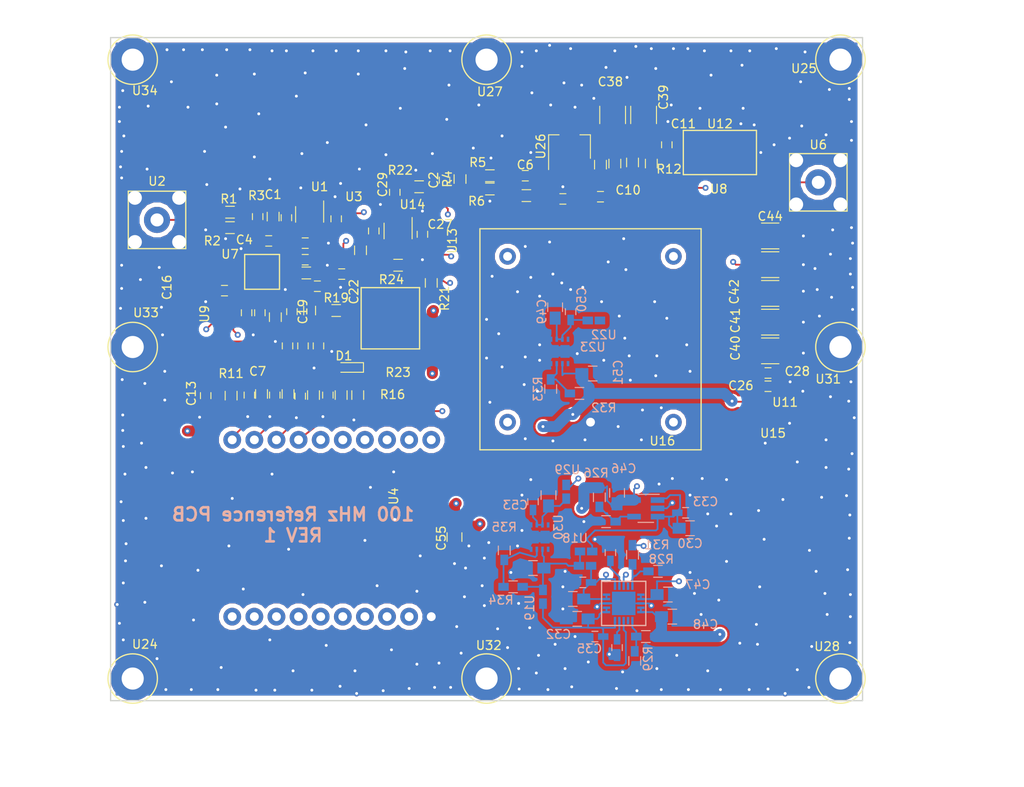
<source format=kicad_pcb>
(kicad_pcb (version 4) (host pcbnew 4.0.7)

  (general
    (links 254)
    (no_connects 0)
    (area 35.56 15.748 153.162001 107.696001)
    (thickness 1.6)
    (drawings 5)
    (tracks 1803)
    (zones 0)
    (modules 126)
    (nets 85)
  )

  (page A4)
  (layers
    (0 F.Cu signal hide)
    (1 In1.Cu signal hide)
    (2 In2.Cu signal hide)
    (31 B.Cu signal)
    (32 B.Adhes user)
    (33 F.Adhes user)
    (34 B.Paste user)
    (35 F.Paste user)
    (36 B.SilkS user)
    (37 F.SilkS user)
    (38 B.Mask user)
    (39 F.Mask user)
    (40 Dwgs.User user)
    (41 Cmts.User user)
    (42 Eco1.User user)
    (43 Eco2.User user)
    (44 Edge.Cuts user)
    (45 Margin user)
    (46 B.CrtYd user)
    (47 F.CrtYd user)
    (48 B.Fab user hide)
    (49 F.Fab user hide)
  )

  (setup
    (last_trace_width 0.2032)
    (trace_clearance 0.254)
    (zone_clearance 0.508)
    (zone_45_only yes)
    (trace_min 0.2)
    (segment_width 0.2)
    (edge_width 0.15)
    (via_size 0.6858)
    (via_drill 0.3302)
    (via_min_size 0.4)
    (via_min_drill 0.3)
    (uvia_size 0.6858)
    (uvia_drill 0.3302)
    (uvias_allowed no)
    (uvia_min_size 0.2)
    (uvia_min_drill 0.1)
    (pcb_text_width 0.3)
    (pcb_text_size 1.5 1.5)
    (mod_edge_width 0.15)
    (mod_text_size 1 1)
    (mod_text_width 0.15)
    (pad_size 1.905 1.905)
    (pad_drill 1.016)
    (pad_to_mask_clearance 0.2)
    (aux_axis_origin 0 0)
    (visible_elements 7FFEF77F)
    (pcbplotparams
      (layerselection 0x010f0_80000007)
      (usegerberextensions false)
      (excludeedgelayer true)
      (linewidth 0.100000)
      (plotframeref false)
      (viasonmask false)
      (mode 1)
      (useauxorigin false)
      (hpglpennumber 1)
      (hpglpenspeed 20)
      (hpglpendiameter 15)
      (hpglpenoverlay 2)
      (psnegative false)
      (psa4output false)
      (plotreference true)
      (plotvalue true)
      (plotinvisibletext false)
      (padsonsilk false)
      (subtractmaskfromsilk false)
      (outputformat 1)
      (mirror false)
      (drillshape 0)
      (scaleselection 1)
      (outputdirectory Gerbers/))
  )

  (net 0 "")
  (net 1 "Net-(C1-Pad1)")
  (net 2 "Net-(C1-Pad2)")
  (net 3 "Net-(C2-Pad1)")
  (net 4 "Net-(C2-Pad2)")
  (net 5 GND)
  (net 6 "Net-(C3-Pad2)")
  (net 7 "Net-(C4-Pad1)")
  (net 8 "Net-(C4-Pad2)")
  (net 9 "Net-(C6-Pad1)")
  (net 10 "Net-(C6-Pad2)")
  (net 11 "Net-(C7-Pad1)")
  (net 12 "Net-(C8-Pad1)")
  (net 13 "Net-(C9-Pad1)")
  (net 14 "Net-(C10-Pad1)")
  (net 15 "Net-(C10-Pad2)")
  (net 16 "Net-(C11-Pad1)")
  (net 17 "Net-(C12-Pad1)")
  (net 18 "Net-(C13-Pad1)")
  (net 19 "Net-(C14-Pad1)")
  (net 20 "Net-(C15-Pad1)")
  (net 21 "Net-(C16-Pad1)")
  (net 22 "Net-(C17-Pad1)")
  (net 23 "Net-(C18-Pad1)")
  (net 24 "Net-(C19-Pad1)")
  (net 25 "Net-(C21-Pad1)")
  (net 26 "Net-(C22-Pad1)")
  (net 27 "Net-(C22-Pad2)")
  (net 28 "Net-(C25-Pad2)")
  (net 29 "Net-(C26-Pad1)")
  (net 30 "Net-(C27-Pad2)")
  (net 31 "Net-(C29-Pad1)")
  (net 32 "Net-(C30-Pad1)")
  (net 33 "Net-(C31-Pad1)")
  (net 34 "Net-(C32-Pad1)")
  (net 35 "Net-(D1-Pad1)")
  (net 36 "Net-(R1-Pad2)")
  (net 37 "Net-(R4-Pad1)")
  (net 38 "Net-(R7-Pad2)")
  (net 39 "Net-(R8-Pad2)")
  (net 40 "Net-(R9-Pad2)")
  (net 41 "Net-(R10-Pad1)")
  (net 42 +3V3)
  (net 43 "Net-(R12-Pad1)")
  (net 44 "Net-(R15-Pad2)")
  (net 45 "Net-(R19-Pad2)")
  (net 46 "Net-(R21-Pad1)")
  (net 47 "Net-(R21-Pad2)")
  (net 48 "Net-(R23-Pad1)")
  (net 49 "Net-(U1-Pad1)")
  (net 50 +5V)
  (net 51 +12V)
  (net 52 "Net-(U14-Pad1)")
  (net 53 "Net-(C45-Pad1)")
  (net 54 "Net-(C36-Pad1)")
  (net 55 "Net-(C37-Pad1)")
  (net 56 "Net-(C49-Pad1)")
  (net 57 "Net-(C52-Pad1)")
  (net 58 5V4_filtered)
  (net 59 "Net-(R26-Pad2)")
  (net 60 "Net-(R28-Pad1)")
  (net 61 "Net-(R29-Pad1)")
  (net 62 "Net-(R32-Pad2)")
  (net 63 "Net-(R34-Pad2)")
  (net 64 13V5_filtered)
  (net 65 "Net-(U23-Pad1)")
  (net 66 "Net-(U30-Pad8)")
  (net 67 "Net-(U30-Pad1)")
  (net 68 "Net-(U21-Pad17)")
  (net 69 "Net-(U21-Pad9)")
  (net 70 "Net-(U23-Pad8)")
  (net 71 "Net-(U4-Pad2)")
  (net 72 "Net-(U4-Pad3)")
  (net 73 "Net-(U4-Pad4)")
  (net 74 "Net-(U4-Pad5)")
  (net 75 "Net-(U4-Pad6)")
  (net 76 "Net-(U4-Pad12)")
  (net 77 "Net-(U4-Pad13)")
  (net 78 "Net-(U4-Pad14)")
  (net 79 "Net-(U4-Pad15)")
  (net 80 "Net-(U4-Pad16)")
  (net 81 "Net-(U4-Pad17)")
  (net 82 "Net-(U4-Pad18)")
  (net 83 "Net-(U4-Pad19)")
  (net 84 "Net-(U4-Pad20)")

  (net_class Default "This is the default net class."
    (clearance 0.254)
    (trace_width 0.2032)
    (via_dia 0.6858)
    (via_drill 0.3302)
    (uvia_dia 0.6858)
    (uvia_drill 0.3302)
    (add_net GND)
    (add_net "Net-(C1-Pad1)")
    (add_net "Net-(C1-Pad2)")
    (add_net "Net-(C10-Pad1)")
    (add_net "Net-(C10-Pad2)")
    (add_net "Net-(C11-Pad1)")
    (add_net "Net-(C12-Pad1)")
    (add_net "Net-(C13-Pad1)")
    (add_net "Net-(C14-Pad1)")
    (add_net "Net-(C15-Pad1)")
    (add_net "Net-(C16-Pad1)")
    (add_net "Net-(C17-Pad1)")
    (add_net "Net-(C18-Pad1)")
    (add_net "Net-(C19-Pad1)")
    (add_net "Net-(C2-Pad1)")
    (add_net "Net-(C2-Pad2)")
    (add_net "Net-(C21-Pad1)")
    (add_net "Net-(C22-Pad1)")
    (add_net "Net-(C22-Pad2)")
    (add_net "Net-(C25-Pad2)")
    (add_net "Net-(C26-Pad1)")
    (add_net "Net-(C27-Pad2)")
    (add_net "Net-(C29-Pad1)")
    (add_net "Net-(C3-Pad2)")
    (add_net "Net-(C30-Pad1)")
    (add_net "Net-(C31-Pad1)")
    (add_net "Net-(C32-Pad1)")
    (add_net "Net-(C36-Pad1)")
    (add_net "Net-(C37-Pad1)")
    (add_net "Net-(C4-Pad1)")
    (add_net "Net-(C4-Pad2)")
    (add_net "Net-(C45-Pad1)")
    (add_net "Net-(C49-Pad1)")
    (add_net "Net-(C52-Pad1)")
    (add_net "Net-(C6-Pad1)")
    (add_net "Net-(C6-Pad2)")
    (add_net "Net-(C7-Pad1)")
    (add_net "Net-(C8-Pad1)")
    (add_net "Net-(C9-Pad1)")
    (add_net "Net-(D1-Pad1)")
    (add_net "Net-(R1-Pad2)")
    (add_net "Net-(R10-Pad1)")
    (add_net "Net-(R12-Pad1)")
    (add_net "Net-(R15-Pad2)")
    (add_net "Net-(R19-Pad2)")
    (add_net "Net-(R21-Pad1)")
    (add_net "Net-(R21-Pad2)")
    (add_net "Net-(R23-Pad1)")
    (add_net "Net-(R26-Pad2)")
    (add_net "Net-(R28-Pad1)")
    (add_net "Net-(R29-Pad1)")
    (add_net "Net-(R32-Pad2)")
    (add_net "Net-(R34-Pad2)")
    (add_net "Net-(R4-Pad1)")
    (add_net "Net-(R7-Pad2)")
    (add_net "Net-(R8-Pad2)")
    (add_net "Net-(R9-Pad2)")
    (add_net "Net-(U1-Pad1)")
    (add_net "Net-(U14-Pad1)")
    (add_net "Net-(U21-Pad17)")
    (add_net "Net-(U21-Pad9)")
    (add_net "Net-(U23-Pad1)")
    (add_net "Net-(U23-Pad8)")
    (add_net "Net-(U30-Pad1)")
    (add_net "Net-(U30-Pad8)")
    (add_net "Net-(U4-Pad12)")
    (add_net "Net-(U4-Pad13)")
    (add_net "Net-(U4-Pad14)")
    (add_net "Net-(U4-Pad15)")
    (add_net "Net-(U4-Pad16)")
    (add_net "Net-(U4-Pad17)")
    (add_net "Net-(U4-Pad18)")
    (add_net "Net-(U4-Pad19)")
    (add_net "Net-(U4-Pad2)")
    (add_net "Net-(U4-Pad20)")
    (add_net "Net-(U4-Pad3)")
    (add_net "Net-(U4-Pad4)")
    (add_net "Net-(U4-Pad5)")
    (add_net "Net-(U4-Pad6)")
  )

  (net_class POWER ""
    (clearance 0.508)
    (trace_width 1.27)
    (via_dia 0.6858)
    (via_drill 0.3302)
    (uvia_dia 0.6858)
    (uvia_drill 0.3302)
    (add_net +12V)
    (add_net +3V3)
    (add_net +5V)
    (add_net 13V5_filtered)
    (add_net 5V4_filtered)
  )

  (module "Reference Parts:SMA_RT_ANG" (layer F.Cu) (tedit 5B7C2F9D) (tstamp 5B59ED02)
    (at 129.54 36.957)
    (path /5B3CF0F8)
    (fp_text reference U6 (at 0 -4.318) (layer F.SilkS)
      (effects (font (size 1 1) (thickness 0.15)))
    )
    (fp_text value SMA_Rt_Ang (at 1.27 6.35) (layer F.Fab) hide
      (effects (font (size 1 1) (thickness 0.15)))
    )
    (fp_line (start -3.3 -3.3) (end 3.3 -3.3) (layer F.SilkS) (width 0.15))
    (fp_line (start 3.3 -3.3) (end 3.3 3.3) (layer F.SilkS) (width 0.15))
    (fp_line (start 3.3 3.3) (end -3.3 3.3) (layer F.SilkS) (width 0.15))
    (fp_line (start -3.3 3.3) (end -3.3 -3.3) (layer F.SilkS) (width 0.15))
    (pad 4 thru_hole circle (at 2.54 2.54) (size 3.2 3.2) (drill 1.6) (layers *.Cu *.Mask)
      (net 5 GND))
    (pad 3 thru_hole circle (at -2.54 2.54) (size 3.2 3.2) (drill 1.6) (layers *.Cu *.Mask)
      (net 5 GND))
    (pad 2 thru_hole circle (at 2.54 -2.54) (size 3.2 3.2) (drill 1.6) (layers *.Cu *.Mask)
      (net 5 GND))
    (pad 1 thru_hole circle (at -2.54 -2.54) (size 3.2 3.2) (drill 1.6) (layers *.Cu *.Mask)
      (net 5 GND))
    (pad 5 thru_hole circle (at 0 0) (size 3 3) (drill 1.5) (layers *.Cu *.Mask)
      (net 15 "Net-(C10-Pad2)"))
  )

  (module Capacitors_SMD:C_1210_HandSoldering (layer F.Cu) (tedit 5B7C2FB8) (tstamp 5B58A462)
    (at 124.0155 56.3245)
    (descr "Capacitor SMD 1210, hand soldering")
    (tags "capacitor 1210")
    (path /5B3FCF22)
    (attr smd)
    (fp_text reference C40 (at -4.0005 -0.3175 90) (layer F.SilkS)
      (effects (font (size 1 1) (thickness 0.15)))
    )
    (fp_text value 100uF (at 0 2.5) (layer F.Fab)
      (effects (font (size 1 1) (thickness 0.15)))
    )
    (fp_text user %R (at 0 -2.25) (layer F.Fab)
      (effects (font (size 1 1) (thickness 0.15)))
    )
    (fp_line (start -1.6 1.25) (end -1.6 -1.25) (layer F.Fab) (width 0.1))
    (fp_line (start 1.6 1.25) (end -1.6 1.25) (layer F.Fab) (width 0.1))
    (fp_line (start 1.6 -1.25) (end 1.6 1.25) (layer F.Fab) (width 0.1))
    (fp_line (start -1.6 -1.25) (end 1.6 -1.25) (layer F.Fab) (width 0.1))
    (fp_line (start 1 -1.48) (end -1 -1.48) (layer F.SilkS) (width 0.12))
    (fp_line (start -1 1.48) (end 1 1.48) (layer F.SilkS) (width 0.12))
    (fp_line (start -3.25 -1.5) (end 3.25 -1.5) (layer F.CrtYd) (width 0.05))
    (fp_line (start -3.25 -1.5) (end -3.25 1.5) (layer F.CrtYd) (width 0.05))
    (fp_line (start 3.25 1.5) (end 3.25 -1.5) (layer F.CrtYd) (width 0.05))
    (fp_line (start 3.25 1.5) (end -3.25 1.5) (layer F.CrtYd) (width 0.05))
    (pad 1 smd rect (at -2 0) (size 2 2.5) (layers F.Cu F.Paste F.Mask)
      (net 29 "Net-(C26-Pad1)"))
    (pad 2 smd rect (at 2 0) (size 2 2.5) (layers F.Cu F.Paste F.Mask)
      (net 5 GND))
    (model Capacitors_SMD.3dshapes/C_1210.wrl
      (at (xyz 0 0 0))
      (scale (xyz 1 1 1))
      (rotate (xyz 0 0 0))
    )
  )

  (module Capacitors_SMD:C_1210_HandSoldering (layer F.Cu) (tedit 5B7C2FB5) (tstamp 5B58A468)
    (at 124.0155 53.0225)
    (descr "Capacitor SMD 1210, hand soldering")
    (tags "capacitor 1210")
    (path /5B3FD02D)
    (attr smd)
    (fp_text reference C41 (at -4.0005 -0.1905 90) (layer F.SilkS)
      (effects (font (size 1 1) (thickness 0.15)))
    )
    (fp_text value 100uF (at 0 2.5) (layer F.Fab)
      (effects (font (size 1 1) (thickness 0.15)))
    )
    (fp_text user %R (at 0 -2.25) (layer F.Fab)
      (effects (font (size 1 1) (thickness 0.15)))
    )
    (fp_line (start -1.6 1.25) (end -1.6 -1.25) (layer F.Fab) (width 0.1))
    (fp_line (start 1.6 1.25) (end -1.6 1.25) (layer F.Fab) (width 0.1))
    (fp_line (start 1.6 -1.25) (end 1.6 1.25) (layer F.Fab) (width 0.1))
    (fp_line (start -1.6 -1.25) (end 1.6 -1.25) (layer F.Fab) (width 0.1))
    (fp_line (start 1 -1.48) (end -1 -1.48) (layer F.SilkS) (width 0.12))
    (fp_line (start -1 1.48) (end 1 1.48) (layer F.SilkS) (width 0.12))
    (fp_line (start -3.25 -1.5) (end 3.25 -1.5) (layer F.CrtYd) (width 0.05))
    (fp_line (start -3.25 -1.5) (end -3.25 1.5) (layer F.CrtYd) (width 0.05))
    (fp_line (start 3.25 1.5) (end 3.25 -1.5) (layer F.CrtYd) (width 0.05))
    (fp_line (start 3.25 1.5) (end -3.25 1.5) (layer F.CrtYd) (width 0.05))
    (pad 1 smd rect (at -2 0) (size 2 2.5) (layers F.Cu F.Paste F.Mask)
      (net 29 "Net-(C26-Pad1)"))
    (pad 2 smd rect (at 2 0) (size 2 2.5) (layers F.Cu F.Paste F.Mask)
      (net 5 GND))
    (model Capacitors_SMD.3dshapes/C_1210.wrl
      (at (xyz 0 0 0))
      (scale (xyz 1 1 1))
      (rotate (xyz 0 0 0))
    )
  )

  (module Capacitors_SMD:C_1210_HandSoldering (layer F.Cu) (tedit 5B7C2FAF) (tstamp 5B58A46E)
    (at 124.0155 49.7205)
    (descr "Capacitor SMD 1210, hand soldering")
    (tags "capacitor 1210")
    (path /5B3FD100)
    (attr smd)
    (fp_text reference C42 (at -4.1275 -0.1905 90) (layer F.SilkS)
      (effects (font (size 1 1) (thickness 0.15)))
    )
    (fp_text value 100uF (at 0 2.5) (layer F.Fab)
      (effects (font (size 1 1) (thickness 0.15)))
    )
    (fp_text user %R (at 0 -2.25) (layer F.Fab)
      (effects (font (size 1 1) (thickness 0.15)))
    )
    (fp_line (start -1.6 1.25) (end -1.6 -1.25) (layer F.Fab) (width 0.1))
    (fp_line (start 1.6 1.25) (end -1.6 1.25) (layer F.Fab) (width 0.1))
    (fp_line (start 1.6 -1.25) (end 1.6 1.25) (layer F.Fab) (width 0.1))
    (fp_line (start -1.6 -1.25) (end 1.6 -1.25) (layer F.Fab) (width 0.1))
    (fp_line (start 1 -1.48) (end -1 -1.48) (layer F.SilkS) (width 0.12))
    (fp_line (start -1 1.48) (end 1 1.48) (layer F.SilkS) (width 0.12))
    (fp_line (start -3.25 -1.5) (end 3.25 -1.5) (layer F.CrtYd) (width 0.05))
    (fp_line (start -3.25 -1.5) (end -3.25 1.5) (layer F.CrtYd) (width 0.05))
    (fp_line (start 3.25 1.5) (end 3.25 -1.5) (layer F.CrtYd) (width 0.05))
    (fp_line (start 3.25 1.5) (end -3.25 1.5) (layer F.CrtYd) (width 0.05))
    (pad 1 smd rect (at -2 0) (size 2 2.5) (layers F.Cu F.Paste F.Mask)
      (net 29 "Net-(C26-Pad1)"))
    (pad 2 smd rect (at 2 0) (size 2 2.5) (layers F.Cu F.Paste F.Mask)
      (net 5 GND))
    (model Capacitors_SMD.3dshapes/C_1210.wrl
      (at (xyz 0 0 0))
      (scale (xyz 1 1 1))
      (rotate (xyz 0 0 0))
    )
  )

  (module Capacitors_SMD:C_1210_HandSoldering (layer F.Cu) (tedit 5B7C2FAA) (tstamp 5B58A474)
    (at 124.0155 46.4185)
    (descr "Capacitor SMD 1210, hand soldering")
    (tags "capacitor 1210")
    (path /5B3FD2C6)
    (attr smd)
    (fp_text reference C43 (at -4.0005 -2.2225 90) (layer F.SilkS) hide
      (effects (font (size 1 1) (thickness 0.15)))
    )
    (fp_text value 100uF (at 0 2.5) (layer F.Fab)
      (effects (font (size 1 1) (thickness 0.15)))
    )
    (fp_text user %R (at 0 -2.25) (layer F.Fab)
      (effects (font (size 1 1) (thickness 0.15)))
    )
    (fp_line (start -1.6 1.25) (end -1.6 -1.25) (layer F.Fab) (width 0.1))
    (fp_line (start 1.6 1.25) (end -1.6 1.25) (layer F.Fab) (width 0.1))
    (fp_line (start 1.6 -1.25) (end 1.6 1.25) (layer F.Fab) (width 0.1))
    (fp_line (start -1.6 -1.25) (end 1.6 -1.25) (layer F.Fab) (width 0.1))
    (fp_line (start 1 -1.48) (end -1 -1.48) (layer F.SilkS) (width 0.12))
    (fp_line (start -1 1.48) (end 1 1.48) (layer F.SilkS) (width 0.12))
    (fp_line (start -3.25 -1.5) (end 3.25 -1.5) (layer F.CrtYd) (width 0.05))
    (fp_line (start -3.25 -1.5) (end -3.25 1.5) (layer F.CrtYd) (width 0.05))
    (fp_line (start 3.25 1.5) (end 3.25 -1.5) (layer F.CrtYd) (width 0.05))
    (fp_line (start 3.25 1.5) (end -3.25 1.5) (layer F.CrtYd) (width 0.05))
    (pad 1 smd rect (at -2 0) (size 2 2.5) (layers F.Cu F.Paste F.Mask)
      (net 29 "Net-(C26-Pad1)"))
    (pad 2 smd rect (at 2 0) (size 2 2.5) (layers F.Cu F.Paste F.Mask)
      (net 5 GND))
    (model Capacitors_SMD.3dshapes/C_1210.wrl
      (at (xyz 0 0 0))
      (scale (xyz 1 1 1))
      (rotate (xyz 0 0 0))
    )
  )

  (module Capacitors_SMD:C_1210_HandSoldering (layer F.Cu) (tedit 58AA84FB) (tstamp 5B58A47A)
    (at 124.0155 43.1165)
    (descr "Capacitor SMD 1210, hand soldering")
    (tags "capacitor 1210")
    (path /5B3FD1E1)
    (attr smd)
    (fp_text reference C44 (at 0 -2.25) (layer F.SilkS)
      (effects (font (size 1 1) (thickness 0.15)))
    )
    (fp_text value 100uF (at 0 2.5) (layer F.Fab)
      (effects (font (size 1 1) (thickness 0.15)))
    )
    (fp_text user %R (at 0 -2.25) (layer F.Fab)
      (effects (font (size 1 1) (thickness 0.15)))
    )
    (fp_line (start -1.6 1.25) (end -1.6 -1.25) (layer F.Fab) (width 0.1))
    (fp_line (start 1.6 1.25) (end -1.6 1.25) (layer F.Fab) (width 0.1))
    (fp_line (start 1.6 -1.25) (end 1.6 1.25) (layer F.Fab) (width 0.1))
    (fp_line (start -1.6 -1.25) (end 1.6 -1.25) (layer F.Fab) (width 0.1))
    (fp_line (start 1 -1.48) (end -1 -1.48) (layer F.SilkS) (width 0.12))
    (fp_line (start -1 1.48) (end 1 1.48) (layer F.SilkS) (width 0.12))
    (fp_line (start -3.25 -1.5) (end 3.25 -1.5) (layer F.CrtYd) (width 0.05))
    (fp_line (start -3.25 -1.5) (end -3.25 1.5) (layer F.CrtYd) (width 0.05))
    (fp_line (start 3.25 1.5) (end 3.25 -1.5) (layer F.CrtYd) (width 0.05))
    (fp_line (start 3.25 1.5) (end -3.25 1.5) (layer F.CrtYd) (width 0.05))
    (pad 1 smd rect (at -2 0) (size 2 2.5) (layers F.Cu F.Paste F.Mask)
      (net 29 "Net-(C26-Pad1)"))
    (pad 2 smd rect (at 2 0) (size 2 2.5) (layers F.Cu F.Paste F.Mask)
      (net 5 GND))
    (model Capacitors_SMD.3dshapes/C_1210.wrl
      (at (xyz 0 0 0))
      (scale (xyz 1 1 1))
      (rotate (xyz 0 0 0))
    )
  )

  (module TO_SOT_Packages_SMD:SOT-23-5_HandSoldering (layer F.Cu) (tedit 5B7C3222) (tstamp 5B58A51F)
    (at 71.12 40.64 270)
    (descr "5-pin SOT23 package")
    (tags "SOT-23-5 hand-soldering")
    (path /5B3B7A1D)
    (attr smd)
    (fp_text reference U1 (at -3.175 -1.143 360) (layer F.SilkS)
      (effects (font (size 1 1) (thickness 0.15)))
    )
    (fp_text value NC7SZ04 (at 0 2.9 270) (layer F.Fab)
      (effects (font (size 1 1) (thickness 0.15)))
    )
    (fp_text user %R (at 0 0 360) (layer F.Fab)
      (effects (font (size 0.5 0.5) (thickness 0.075)))
    )
    (fp_line (start -0.9 1.61) (end 0.9 1.61) (layer F.SilkS) (width 0.12))
    (fp_line (start 0.9 -1.61) (end -1.55 -1.61) (layer F.SilkS) (width 0.12))
    (fp_line (start -0.9 -0.9) (end -0.25 -1.55) (layer F.Fab) (width 0.1))
    (fp_line (start 0.9 -1.55) (end -0.25 -1.55) (layer F.Fab) (width 0.1))
    (fp_line (start -0.9 -0.9) (end -0.9 1.55) (layer F.Fab) (width 0.1))
    (fp_line (start 0.9 1.55) (end -0.9 1.55) (layer F.Fab) (width 0.1))
    (fp_line (start 0.9 -1.55) (end 0.9 1.55) (layer F.Fab) (width 0.1))
    (fp_line (start -2.38 -1.8) (end 2.38 -1.8) (layer F.CrtYd) (width 0.05))
    (fp_line (start -2.38 -1.8) (end -2.38 1.8) (layer F.CrtYd) (width 0.05))
    (fp_line (start 2.38 1.8) (end 2.38 -1.8) (layer F.CrtYd) (width 0.05))
    (fp_line (start 2.38 1.8) (end -2.38 1.8) (layer F.CrtYd) (width 0.05))
    (pad 1 smd rect (at -1.35 -0.95 270) (size 1.56 0.65) (layers F.Cu F.Paste F.Mask)
      (net 49 "Net-(U1-Pad1)"))
    (pad 2 smd rect (at -1.35 0 270) (size 1.56 0.65) (layers F.Cu F.Paste F.Mask)
      (net 1 "Net-(C1-Pad1)"))
    (pad 3 smd rect (at -1.35 0.95 270) (size 1.56 0.65) (layers F.Cu F.Paste F.Mask)
      (net 5 GND))
    (pad 4 smd rect (at 1.35 0.95 270) (size 1.56 0.65) (layers F.Cu F.Paste F.Mask)
      (net 8 "Net-(C4-Pad2)"))
    (pad 5 smd rect (at 1.35 -0.95 270) (size 1.56 0.65) (layers F.Cu F.Paste F.Mask)
      (net 6 "Net-(C3-Pad2)"))
    (model ${KISYS3DMOD}/TO_SOT_Packages_SMD.3dshapes\SOT-23-5.wrl
      (at (xyz 0 0 0))
      (scale (xyz 1 1 1))
      (rotate (xyz 0 0 0))
    )
  )

  (module TO_SOT_Packages_SMD:SOT-23-5_HandSoldering (layer F.Cu) (tedit 5B7C2E9D) (tstamp 5B58A5BF)
    (at 81.28 42.545 270)
    (descr "5-pin SOT23 package")
    (tags "SOT-23-5 hand-soldering")
    (path /5B3C1F86)
    (attr smd)
    (fp_text reference U14 (at -3.048 -1.651 360) (layer F.SilkS)
      (effects (font (size 1 1) (thickness 0.15)))
    )
    (fp_text value NC7SZ04 (at 0 2.9 270) (layer F.Fab)
      (effects (font (size 1 1) (thickness 0.15)))
    )
    (fp_text user %R (at 0 0 360) (layer F.Fab)
      (effects (font (size 0.5 0.5) (thickness 0.075)))
    )
    (fp_line (start -0.9 1.61) (end 0.9 1.61) (layer F.SilkS) (width 0.12))
    (fp_line (start 0.9 -1.61) (end -1.55 -1.61) (layer F.SilkS) (width 0.12))
    (fp_line (start -0.9 -0.9) (end -0.25 -1.55) (layer F.Fab) (width 0.1))
    (fp_line (start 0.9 -1.55) (end -0.25 -1.55) (layer F.Fab) (width 0.1))
    (fp_line (start -0.9 -0.9) (end -0.9 1.55) (layer F.Fab) (width 0.1))
    (fp_line (start 0.9 1.55) (end -0.9 1.55) (layer F.Fab) (width 0.1))
    (fp_line (start 0.9 -1.55) (end 0.9 1.55) (layer F.Fab) (width 0.1))
    (fp_line (start -2.38 -1.8) (end 2.38 -1.8) (layer F.CrtYd) (width 0.05))
    (fp_line (start -2.38 -1.8) (end -2.38 1.8) (layer F.CrtYd) (width 0.05))
    (fp_line (start 2.38 1.8) (end 2.38 -1.8) (layer F.CrtYd) (width 0.05))
    (fp_line (start 2.38 1.8) (end -2.38 1.8) (layer F.CrtYd) (width 0.05))
    (pad 1 smd rect (at -1.35 -0.95 270) (size 1.56 0.65) (layers F.Cu F.Paste F.Mask)
      (net 52 "Net-(U14-Pad1)"))
    (pad 2 smd rect (at -1.35 0 270) (size 1.56 0.65) (layers F.Cu F.Paste F.Mask)
      (net 28 "Net-(C25-Pad2)"))
    (pad 3 smd rect (at -1.35 0.95 270) (size 1.56 0.65) (layers F.Cu F.Paste F.Mask)
      (net 5 GND))
    (pad 4 smd rect (at 1.35 0.95 270) (size 1.56 0.65) (layers F.Cu F.Paste F.Mask)
      (net 26 "Net-(C22-Pad1)"))
    (pad 5 smd rect (at 1.35 -0.95 270) (size 1.56 0.65) (layers F.Cu F.Paste F.Mask)
      (net 30 "Net-(C27-Pad2)"))
    (model ${KISYS3DMOD}/TO_SOT_Packages_SMD.3dshapes\SOT-23-5.wrl
      (at (xyz 0 0 0))
      (scale (xyz 1 1 1))
      (rotate (xyz 0 0 0))
    )
  )

  (module "Reference Parts:SMA_RT_ANG" (layer F.Cu) (tedit 5B7C320B) (tstamp 5B59ECF5)
    (at 53.594 41.275 90)
    (path /5B3CBDE9)
    (fp_text reference U2 (at 4.445 0 180) (layer F.SilkS)
      (effects (font (size 1 1) (thickness 0.15)))
    )
    (fp_text value SMA_Rt_Ang (at 1.27 6.35 90) (layer F.Fab) hide
      (effects (font (size 1 1) (thickness 0.15)))
    )
    (fp_line (start -3.3 -3.3) (end 3.3 -3.3) (layer F.SilkS) (width 0.15))
    (fp_line (start 3.3 -3.3) (end 3.3 3.3) (layer F.SilkS) (width 0.15))
    (fp_line (start 3.3 3.3) (end -3.3 3.3) (layer F.SilkS) (width 0.15))
    (fp_line (start -3.3 3.3) (end -3.3 -3.3) (layer F.SilkS) (width 0.15))
    (pad 4 thru_hole circle (at 2.54 2.54 90) (size 3.2 3.2) (drill 1.6) (layers *.Cu *.Mask)
      (net 5 GND))
    (pad 3 thru_hole circle (at -2.54 2.54 90) (size 3.2 3.2) (drill 1.6) (layers *.Cu *.Mask)
      (net 5 GND))
    (pad 2 thru_hole circle (at 2.54 -2.54 90) (size 3.2 3.2) (drill 1.6) (layers *.Cu *.Mask)
      (net 5 GND))
    (pad 1 thru_hole circle (at -2.54 -2.54 90) (size 3.2 3.2) (drill 1.6) (layers *.Cu *.Mask)
      (net 5 GND))
    (pad 5 thru_hole circle (at 0 0 90) (size 3 3) (drill 1.5) (layers *.Cu *.Mask)
      (net 36 "Net-(R1-Pad2)"))
  )

  (module "Reference Parts:Bourns_3361P" (layer F.Cu) (tedit 5B7C2B0A) (tstamp 5B5A08A4)
    (at 80.391 52.578 180)
    (path /5B3D93CE)
    (fp_text reference R23 (at -0.889 -6.223 180) (layer F.SilkS)
      (effects (font (size 1 1) (thickness 0.15)))
    )
    (fp_text value 100K (at 0 6.35 180) (layer F.Fab)
      (effects (font (size 1 1) (thickness 0.15)))
    )
    (fp_line (start -3.355 -3.52) (end 3.355 -3.52) (layer F.SilkS) (width 0.15))
    (fp_line (start 3.355 -3.52) (end 3.355 3.52) (layer F.SilkS) (width 0.15))
    (fp_line (start 3.355 3.52) (end -3.355 3.52) (layer F.SilkS) (width 0.15))
    (fp_line (start -3.355 3.52) (end -3.355 -3.52) (layer F.SilkS) (width 0.15))
    (pad 3 smd rect (at -2.54 3.2 180) (size 1.19 3.3) (layers F.Cu F.Paste F.Mask)
      (net 46 "Net-(R21-Pad1)"))
    (pad 2 smd rect (at 0 -3.2 180) (size 1.19 3.3) (layers F.Cu F.Paste F.Mask)
      (net 45 "Net-(R19-Pad2)"))
    (pad 1 smd rect (at 2.54 3.2 180) (size 1.19 3.3) (layers F.Cu F.Paste F.Mask)
      (net 48 "Net-(R23-Pad1)"))
  )

  (module Capacitors_SMD:C_0603_HandSoldering (layer B.Cu) (tedit 5B7C31C0) (tstamp 5B6C5DA5)
    (at 101.092 51.816 90)
    (descr "Capacitor SMD 0603, hand soldering")
    (tags "capacitor 0603")
    (path /5B6D4745)
    (attr smd)
    (fp_text reference C50 (at 1.397 1.27 90) (layer B.SilkS)
      (effects (font (size 1 1) (thickness 0.15)) (justify mirror))
    )
    (fp_text value 0.1uF (at 0 -1.5 90) (layer B.Fab)
      (effects (font (size 1 1) (thickness 0.15)) (justify mirror))
    )
    (fp_text user %R (at 0 1.25 90) (layer B.Fab)
      (effects (font (size 1 1) (thickness 0.15)) (justify mirror))
    )
    (fp_line (start -0.8 -0.4) (end -0.8 0.4) (layer B.Fab) (width 0.1))
    (fp_line (start 0.8 -0.4) (end -0.8 -0.4) (layer B.Fab) (width 0.1))
    (fp_line (start 0.8 0.4) (end 0.8 -0.4) (layer B.Fab) (width 0.1))
    (fp_line (start -0.8 0.4) (end 0.8 0.4) (layer B.Fab) (width 0.1))
    (fp_line (start -0.35 0.6) (end 0.35 0.6) (layer B.SilkS) (width 0.12))
    (fp_line (start 0.35 -0.6) (end -0.35 -0.6) (layer B.SilkS) (width 0.12))
    (fp_line (start -1.8 0.65) (end 1.8 0.65) (layer B.CrtYd) (width 0.05))
    (fp_line (start -1.8 0.65) (end -1.8 -0.65) (layer B.CrtYd) (width 0.05))
    (fp_line (start 1.8 -0.65) (end 1.8 0.65) (layer B.CrtYd) (width 0.05))
    (fp_line (start 1.8 -0.65) (end -1.8 -0.65) (layer B.CrtYd) (width 0.05))
    (pad 1 smd rect (at -0.95 0 90) (size 1.2 0.75) (layers B.Cu B.Paste B.Mask)
      (net 56 "Net-(C49-Pad1)"))
    (pad 2 smd rect (at 0.95 0 90) (size 1.2 0.75) (layers B.Cu B.Paste B.Mask)
      (net 5 GND))
    (model Capacitors_SMD.3dshapes/C_0603.wrl
      (at (xyz 0 0 0))
      (scale (xyz 1 1 1))
      (rotate (xyz 0 0 0))
    )
  )

  (module Capacitors_SMD:C_0603_HandSoldering (layer B.Cu) (tedit 5B7C314D) (tstamp 5B6C5DB7)
    (at 96.774 73.66 90)
    (descr "Capacitor SMD 0603, hand soldering")
    (tags "capacitor 0603")
    (path /5B72264D)
    (attr smd)
    (fp_text reference C53 (at -0.381 -2.032 180) (layer B.SilkS)
      (effects (font (size 1 1) (thickness 0.15)) (justify mirror))
    )
    (fp_text value 0.1uF (at 0 -1.5 90) (layer B.Fab)
      (effects (font (size 1 1) (thickness 0.15)) (justify mirror))
    )
    (fp_text user %R (at 0 1.25 90) (layer B.Fab)
      (effects (font (size 1 1) (thickness 0.15)) (justify mirror))
    )
    (fp_line (start -0.8 -0.4) (end -0.8 0.4) (layer B.Fab) (width 0.1))
    (fp_line (start 0.8 -0.4) (end -0.8 -0.4) (layer B.Fab) (width 0.1))
    (fp_line (start 0.8 0.4) (end 0.8 -0.4) (layer B.Fab) (width 0.1))
    (fp_line (start -0.8 0.4) (end 0.8 0.4) (layer B.Fab) (width 0.1))
    (fp_line (start -0.35 0.6) (end 0.35 0.6) (layer B.SilkS) (width 0.12))
    (fp_line (start 0.35 -0.6) (end -0.35 -0.6) (layer B.SilkS) (width 0.12))
    (fp_line (start -1.8 0.65) (end 1.8 0.65) (layer B.CrtYd) (width 0.05))
    (fp_line (start -1.8 0.65) (end -1.8 -0.65) (layer B.CrtYd) (width 0.05))
    (fp_line (start 1.8 -0.65) (end 1.8 0.65) (layer B.CrtYd) (width 0.05))
    (fp_line (start 1.8 -0.65) (end -1.8 -0.65) (layer B.CrtYd) (width 0.05))
    (pad 1 smd rect (at -0.95 0 90) (size 1.2 0.75) (layers B.Cu B.Paste B.Mask)
      (net 57 "Net-(C52-Pad1)"))
    (pad 2 smd rect (at 0.95 0 90) (size 1.2 0.75) (layers B.Cu B.Paste B.Mask)
      (net 5 GND))
    (model Capacitors_SMD.3dshapes/C_0603.wrl
      (at (xyz 0 0 0))
      (scale (xyz 1 1 1))
      (rotate (xyz 0 0 0))
    )
  )

  (module "Reference Parts:TPS7A88" (layer B.Cu) (tedit 5B7C3049) (tstamp 5B6C6018)
    (at 107.188 85.344)
    (path /5B6A3F64)
    (fp_text reference U21 (at -3.683 5.334) (layer B.SilkS) hide
      (effects (font (size 1 1) (thickness 0.15)) (justify mirror))
    )
    (fp_text value TPS7A88 (at 0 -3.81) (layer B.Fab)
      (effects (font (size 1 1) (thickness 0.15)) (justify mirror))
    )
    (fp_line (start -2.54 2.54) (end 2.54 2.54) (layer B.SilkS) (width 0.15))
    (fp_line (start 2.54 2.54) (end 2.54 -2.54) (layer B.SilkS) (width 0.15))
    (fp_line (start 2.54 -2.54) (end -2.54 -2.54) (layer B.SilkS) (width 0.15))
    (fp_line (start -2.54 -2.54) (end -2.54 2.54) (layer B.SilkS) (width 0.15))
    (pad 13 smd rect (at 1.975 0) (size 0.85 0.28) (layers B.Cu B.Paste B.Mask)
      (net 5 GND))
    (pad 1 smd rect (at -1.975 1) (size 0.85 0.28) (layers B.Cu B.Paste B.Mask)
      (net 34 "Net-(C32-Pad1)"))
    (pad 2 smd rect (at -1.975 0.5) (size 0.85 0.28) (layers B.Cu B.Paste B.Mask)
      (net 34 "Net-(C32-Pad1)"))
    (pad 4 smd rect (at -1.975 -0.5) (size 0.85 0.28) (layers B.Cu B.Paste B.Mask)
      (net 33 "Net-(C31-Pad1)"))
    (pad 5 smd rect (at -1.975 -1) (size 0.85 0.28) (layers B.Cu B.Paste B.Mask)
      (net 33 "Net-(C31-Pad1)"))
    (pad 3 smd rect (at -1.975 0) (size 0.85 0.28) (layers B.Cu B.Paste B.Mask)
      (net 5 GND))
    (pad 15 smd rect (at 1.975 1) (size 0.85 0.28) (layers B.Cu B.Paste B.Mask)
      (net 50 +5V))
    (pad 12 smd rect (at 1.975 -0.5) (size 0.85 0.28) (layers B.Cu B.Paste B.Mask)
      (net 42 +3V3))
    (pad 11 smd rect (at 1.975 -1) (size 0.85 0.28) (layers B.Cu B.Paste B.Mask)
      (net 42 +3V3))
    (pad 17 smd rect (at 0.5 1.975) (size 0.28 0.85) (layers B.Cu B.Paste B.Mask)
      (net 68 "Net-(U21-Pad17)"))
    (pad 10 smd rect (at 1 -1.975) (size 0.28 0.85) (layers B.Cu B.Paste B.Mask)
      (net 60 "Net-(R28-Pad1)"))
    (pad 18 smd rect (at 0 1.975) (size 0.28 0.85) (layers B.Cu B.Paste B.Mask)
      (net 34 "Net-(C32-Pad1)"))
    (pad 9 smd rect (at 0.5 -1.975) (size 0.28 0.85) (layers B.Cu B.Paste B.Mask)
      (net 69 "Net-(U21-Pad9)"))
    (pad 6 smd rect (at -1 -1.975) (size 0.28 0.85) (layers B.Cu B.Paste B.Mask)
      (net 33 "Net-(C31-Pad1)"))
    (pad 14 smd rect (at 1.975 0.5) (size 0.85 0.28) (layers B.Cu B.Paste B.Mask)
      (net 50 +5V))
    (pad 16 smd rect (at 1 1.975) (size 0.28 0.85) (layers B.Cu B.Paste B.Mask)
      (net 61 "Net-(R29-Pad1)"))
    (pad 7 smd rect (at -0.5 -1.975) (size 0.28 0.85) (layers B.Cu B.Paste B.Mask)
      (net 55 "Net-(C37-Pad1)"))
    (pad 8 smd rect (at 0 -1.975) (size 0.28 0.85) (layers B.Cu B.Paste B.Mask)
      (net 33 "Net-(C31-Pad1)"))
    (pad 20 smd rect (at -1 1.975) (size 0.28 0.85) (layers B.Cu B.Paste B.Mask)
      (net 34 "Net-(C32-Pad1)"))
    (pad 19 smd rect (at -0.5 1.975) (size 0.28 0.85) (layers B.Cu B.Paste B.Mask)
      (net 54 "Net-(C36-Pad1)"))
    (pad 21 smd rect (at 0 0) (size 2.7 2.7) (layers B.Cu B.Paste B.Mask)
      (net 5 GND))
  )

  (module TO_SOT_Packages_SMD:SOT-23-5_HandSoldering (layer B.Cu) (tedit 5B7C2FDE) (tstamp 5B6C6174)
    (at 109.728 74.422 180)
    (descr "5-pin SOT23 package")
    (tags "SOT-23-5 hand-soldering")
    (path /5B6A3C74)
    (attr smd)
    (fp_text reference U20 (at -0.508 2.54 180) (layer B.SilkS) hide
      (effects (font (size 1 1) (thickness 0.15)) (justify mirror))
    )
    (fp_text value TPS736 (at 0 -2.9 180) (layer B.Fab)
      (effects (font (size 1 1) (thickness 0.15)) (justify mirror))
    )
    (fp_text user %R (at 0 0 450) (layer B.Fab)
      (effects (font (size 0.5 0.5) (thickness 0.075)) (justify mirror))
    )
    (fp_line (start -0.9 -1.61) (end 0.9 -1.61) (layer B.SilkS) (width 0.12))
    (fp_line (start 0.9 1.61) (end -1.55 1.61) (layer B.SilkS) (width 0.12))
    (fp_line (start -0.9 0.9) (end -0.25 1.55) (layer B.Fab) (width 0.1))
    (fp_line (start 0.9 1.55) (end -0.25 1.55) (layer B.Fab) (width 0.1))
    (fp_line (start -0.9 0.9) (end -0.9 -1.55) (layer B.Fab) (width 0.1))
    (fp_line (start 0.9 -1.55) (end -0.9 -1.55) (layer B.Fab) (width 0.1))
    (fp_line (start 0.9 1.55) (end 0.9 -1.55) (layer B.Fab) (width 0.1))
    (fp_line (start -2.38 1.8) (end 2.38 1.8) (layer B.CrtYd) (width 0.05))
    (fp_line (start -2.38 1.8) (end -2.38 -1.8) (layer B.CrtYd) (width 0.05))
    (fp_line (start 2.38 -1.8) (end 2.38 1.8) (layer B.CrtYd) (width 0.05))
    (fp_line (start 2.38 -1.8) (end -2.38 -1.8) (layer B.CrtYd) (width 0.05))
    (pad 1 smd rect (at -1.35 0.95 180) (size 1.56 0.65) (layers B.Cu B.Paste B.Mask)
      (net 32 "Net-(C30-Pad1)"))
    (pad 2 smd rect (at -1.35 0 180) (size 1.56 0.65) (layers B.Cu B.Paste B.Mask)
      (net 5 GND))
    (pad 3 smd rect (at -1.35 -0.95 180) (size 1.56 0.65) (layers B.Cu B.Paste B.Mask)
      (net 32 "Net-(C30-Pad1)"))
    (pad 4 smd rect (at 1.35 -0.95 180) (size 1.56 0.65) (layers B.Cu B.Paste B.Mask)
      (net 59 "Net-(R26-Pad2)"))
    (pad 5 smd rect (at 1.35 0.95 180) (size 1.56 0.65) (layers B.Cu B.Paste B.Mask)
      (net 42 +3V3))
    (model ${KISYS3DMOD}/TO_SOT_Packages_SMD.3dshapes\SOT-23-5.wrl
      (at (xyz 0 0 0))
      (scale (xyz 1 1 1))
      (rotate (xyz 0 0 0))
    )
  )

  (module Capacitors_SMD:C_0603_HandSoldering (layer B.Cu) (tedit 5B7C2FD2) (tstamp 5B6C641F)
    (at 114.3 74.93)
    (descr "Capacitor SMD 0603, hand soldering")
    (tags "capacitor 0603")
    (path /5B6C56DF)
    (attr smd)
    (fp_text reference C33 (at 2.286 -1.27) (layer B.SilkS)
      (effects (font (size 1 1) (thickness 0.15)) (justify mirror))
    )
    (fp_text value 0.1uF (at 0 -1.5) (layer B.Fab)
      (effects (font (size 1 1) (thickness 0.15)) (justify mirror))
    )
    (fp_text user %R (at 0 1.25) (layer B.Fab)
      (effects (font (size 1 1) (thickness 0.15)) (justify mirror))
    )
    (fp_line (start -0.8 -0.4) (end -0.8 0.4) (layer B.Fab) (width 0.1))
    (fp_line (start 0.8 -0.4) (end -0.8 -0.4) (layer B.Fab) (width 0.1))
    (fp_line (start 0.8 0.4) (end 0.8 -0.4) (layer B.Fab) (width 0.1))
    (fp_line (start -0.8 0.4) (end 0.8 0.4) (layer B.Fab) (width 0.1))
    (fp_line (start -0.35 0.6) (end 0.35 0.6) (layer B.SilkS) (width 0.12))
    (fp_line (start 0.35 -0.6) (end -0.35 -0.6) (layer B.SilkS) (width 0.12))
    (fp_line (start -1.8 0.65) (end 1.8 0.65) (layer B.CrtYd) (width 0.05))
    (fp_line (start -1.8 0.65) (end -1.8 -0.65) (layer B.CrtYd) (width 0.05))
    (fp_line (start 1.8 -0.65) (end 1.8 0.65) (layer B.CrtYd) (width 0.05))
    (fp_line (start 1.8 -0.65) (end -1.8 -0.65) (layer B.CrtYd) (width 0.05))
    (pad 1 smd rect (at -0.95 0) (size 1.2 0.75) (layers B.Cu B.Paste B.Mask)
      (net 32 "Net-(C30-Pad1)"))
    (pad 2 smd rect (at 0.95 0) (size 1.2 0.75) (layers B.Cu B.Paste B.Mask)
      (net 5 GND))
    (model Capacitors_SMD.3dshapes/C_0603.wrl
      (at (xyz 0 0 0))
      (scale (xyz 1 1 1))
      (rotate (xyz 0 0 0))
    )
  )

  (module Capacitors_SMD:C_0603_HandSoldering (layer B.Cu) (tedit 5B7C327C) (tstamp 5B6C6425)
    (at 102.489 82.931 180)
    (descr "Capacitor SMD 0603, hand soldering")
    (tags "capacitor 0603")
    (path /5B6BAA3B)
    (attr smd)
    (fp_text reference C34 (at 0.127 1.905 180) (layer B.SilkS) hide
      (effects (font (size 1 1) (thickness 0.15)) (justify mirror))
    )
    (fp_text value 0.1uF (at 0 -1.5 180) (layer B.Fab)
      (effects (font (size 1 1) (thickness 0.15)) (justify mirror))
    )
    (fp_text user %R (at 0 1.25 180) (layer B.Fab)
      (effects (font (size 1 1) (thickness 0.15)) (justify mirror))
    )
    (fp_line (start -0.8 -0.4) (end -0.8 0.4) (layer B.Fab) (width 0.1))
    (fp_line (start 0.8 -0.4) (end -0.8 -0.4) (layer B.Fab) (width 0.1))
    (fp_line (start 0.8 0.4) (end 0.8 -0.4) (layer B.Fab) (width 0.1))
    (fp_line (start -0.8 0.4) (end 0.8 0.4) (layer B.Fab) (width 0.1))
    (fp_line (start -0.35 0.6) (end 0.35 0.6) (layer B.SilkS) (width 0.12))
    (fp_line (start 0.35 -0.6) (end -0.35 -0.6) (layer B.SilkS) (width 0.12))
    (fp_line (start -1.8 0.65) (end 1.8 0.65) (layer B.CrtYd) (width 0.05))
    (fp_line (start -1.8 0.65) (end -1.8 -0.65) (layer B.CrtYd) (width 0.05))
    (fp_line (start 1.8 -0.65) (end 1.8 0.65) (layer B.CrtYd) (width 0.05))
    (fp_line (start 1.8 -0.65) (end -1.8 -0.65) (layer B.CrtYd) (width 0.05))
    (pad 1 smd rect (at -0.95 0 180) (size 1.2 0.75) (layers B.Cu B.Paste B.Mask)
      (net 33 "Net-(C31-Pad1)"))
    (pad 2 smd rect (at 0.95 0 180) (size 1.2 0.75) (layers B.Cu B.Paste B.Mask)
      (net 5 GND))
    (model Capacitors_SMD.3dshapes/C_0603.wrl
      (at (xyz 0 0 0))
      (scale (xyz 1 1 1))
      (rotate (xyz 0 0 0))
    )
  )

  (module Capacitors_SMD:C_0603_HandSoldering (layer B.Cu) (tedit 5B7C3052) (tstamp 5B6C642B)
    (at 103.886 89.154 180)
    (descr "Capacitor SMD 0603, hand soldering")
    (tags "capacitor 0603")
    (path /5B6B044D)
    (attr smd)
    (fp_text reference C35 (at 0.635 -1.397 180) (layer B.SilkS)
      (effects (font (size 1 1) (thickness 0.15)) (justify mirror))
    )
    (fp_text value 0.1uF (at 0 -1.5 180) (layer B.Fab)
      (effects (font (size 1 1) (thickness 0.15)) (justify mirror))
    )
    (fp_text user %R (at 0 1.25 180) (layer B.Fab)
      (effects (font (size 1 1) (thickness 0.15)) (justify mirror))
    )
    (fp_line (start -0.8 -0.4) (end -0.8 0.4) (layer B.Fab) (width 0.1))
    (fp_line (start 0.8 -0.4) (end -0.8 -0.4) (layer B.Fab) (width 0.1))
    (fp_line (start 0.8 0.4) (end 0.8 -0.4) (layer B.Fab) (width 0.1))
    (fp_line (start -0.8 0.4) (end 0.8 0.4) (layer B.Fab) (width 0.1))
    (fp_line (start -0.35 0.6) (end 0.35 0.6) (layer B.SilkS) (width 0.12))
    (fp_line (start 0.35 -0.6) (end -0.35 -0.6) (layer B.SilkS) (width 0.12))
    (fp_line (start -1.8 0.65) (end 1.8 0.65) (layer B.CrtYd) (width 0.05))
    (fp_line (start -1.8 0.65) (end -1.8 -0.65) (layer B.CrtYd) (width 0.05))
    (fp_line (start 1.8 -0.65) (end 1.8 0.65) (layer B.CrtYd) (width 0.05))
    (fp_line (start 1.8 -0.65) (end -1.8 -0.65) (layer B.CrtYd) (width 0.05))
    (pad 1 smd rect (at -0.95 0 180) (size 1.2 0.75) (layers B.Cu B.Paste B.Mask)
      (net 34 "Net-(C32-Pad1)"))
    (pad 2 smd rect (at 0.95 0 180) (size 1.2 0.75) (layers B.Cu B.Paste B.Mask)
      (net 5 GND))
    (model Capacitors_SMD.3dshapes/C_0603.wrl
      (at (xyz 0 0 0))
      (scale (xyz 1 1 1))
      (rotate (xyz 0 0 0))
    )
  )

  (module Capacitors_SMD:C_0603_HandSoldering (layer B.Cu) (tedit 5B7C2FFB) (tstamp 5B6C6431)
    (at 106.426 90.424 270)
    (descr "Capacitor SMD 0603, hand soldering")
    (tags "capacitor 0603")
    (path /5B6B3297)
    (attr smd)
    (fp_text reference C36 (at 0.889 2.159 270) (layer B.SilkS) hide
      (effects (font (size 1 1) (thickness 0.15)) (justify mirror))
    )
    (fp_text value 10uF (at 0 -1.5 270) (layer B.Fab)
      (effects (font (size 1 1) (thickness 0.15)) (justify mirror))
    )
    (fp_text user %R (at 0 1.25 270) (layer B.Fab)
      (effects (font (size 1 1) (thickness 0.15)) (justify mirror))
    )
    (fp_line (start -0.8 -0.4) (end -0.8 0.4) (layer B.Fab) (width 0.1))
    (fp_line (start 0.8 -0.4) (end -0.8 -0.4) (layer B.Fab) (width 0.1))
    (fp_line (start 0.8 0.4) (end 0.8 -0.4) (layer B.Fab) (width 0.1))
    (fp_line (start -0.8 0.4) (end 0.8 0.4) (layer B.Fab) (width 0.1))
    (fp_line (start -0.35 0.6) (end 0.35 0.6) (layer B.SilkS) (width 0.12))
    (fp_line (start 0.35 -0.6) (end -0.35 -0.6) (layer B.SilkS) (width 0.12))
    (fp_line (start -1.8 0.65) (end 1.8 0.65) (layer B.CrtYd) (width 0.05))
    (fp_line (start -1.8 0.65) (end -1.8 -0.65) (layer B.CrtYd) (width 0.05))
    (fp_line (start 1.8 -0.65) (end 1.8 0.65) (layer B.CrtYd) (width 0.05))
    (fp_line (start 1.8 -0.65) (end -1.8 -0.65) (layer B.CrtYd) (width 0.05))
    (pad 1 smd rect (at -0.95 0 270) (size 1.2 0.75) (layers B.Cu B.Paste B.Mask)
      (net 54 "Net-(C36-Pad1)"))
    (pad 2 smd rect (at 0.95 0 270) (size 1.2 0.75) (layers B.Cu B.Paste B.Mask)
      (net 5 GND))
    (model Capacitors_SMD.3dshapes/C_0603.wrl
      (at (xyz 0 0 0))
      (scale (xyz 1 1 1))
      (rotate (xyz 0 0 0))
    )
  )

  (module Capacitors_SMD:C_0603_HandSoldering (layer B.Cu) (tedit 5B7C3181) (tstamp 5B6C6437)
    (at 105.664 79.502 90)
    (descr "Capacitor SMD 0603, hand soldering")
    (tags "capacitor 0603")
    (path /5B6B317C)
    (attr smd)
    (fp_text reference C37 (at 1.27 5.461 90) (layer B.SilkS) hide
      (effects (font (size 1 1) (thickness 0.15)) (justify mirror))
    )
    (fp_text value 1uF (at 0 -1.5 90) (layer B.Fab)
      (effects (font (size 1 1) (thickness 0.15)) (justify mirror))
    )
    (fp_text user %R (at 0 1.25 90) (layer B.Fab)
      (effects (font (size 1 1) (thickness 0.15)) (justify mirror))
    )
    (fp_line (start -0.8 -0.4) (end -0.8 0.4) (layer B.Fab) (width 0.1))
    (fp_line (start 0.8 -0.4) (end -0.8 -0.4) (layer B.Fab) (width 0.1))
    (fp_line (start 0.8 0.4) (end 0.8 -0.4) (layer B.Fab) (width 0.1))
    (fp_line (start -0.8 0.4) (end 0.8 0.4) (layer B.Fab) (width 0.1))
    (fp_line (start -0.35 0.6) (end 0.35 0.6) (layer B.SilkS) (width 0.12))
    (fp_line (start 0.35 -0.6) (end -0.35 -0.6) (layer B.SilkS) (width 0.12))
    (fp_line (start -1.8 0.65) (end 1.8 0.65) (layer B.CrtYd) (width 0.05))
    (fp_line (start -1.8 0.65) (end -1.8 -0.65) (layer B.CrtYd) (width 0.05))
    (fp_line (start 1.8 -0.65) (end 1.8 0.65) (layer B.CrtYd) (width 0.05))
    (fp_line (start 1.8 -0.65) (end -1.8 -0.65) (layer B.CrtYd) (width 0.05))
    (pad 1 smd rect (at -0.95 0 90) (size 1.2 0.75) (layers B.Cu B.Paste B.Mask)
      (net 55 "Net-(C37-Pad1)"))
    (pad 2 smd rect (at 0.95 0 90) (size 1.2 0.75) (layers B.Cu B.Paste B.Mask)
      (net 5 GND))
    (model Capacitors_SMD.3dshapes/C_0603.wrl
      (at (xyz 0 0 0))
      (scale (xyz 1 1 1))
      (rotate (xyz 0 0 0))
    )
  )

  (module TO_SOT_Packages_SMD:SOT-89-3_Handsoldering (layer F.Cu) (tedit 58CE4E7F) (tstamp 5B6C645A)
    (at 100.965 33.274 90)
    (descr "SOT-89-3 Handsoldering")
    (tags "SOT-89-3 Handsoldering")
    (path /5B6DE674)
    (attr smd)
    (fp_text reference U26 (at 0.45 -3.3 90) (layer F.SilkS)
      (effects (font (size 1 1) (thickness 0.15)))
    )
    (fp_text value ADL5545 (at 0.5 3.15 90) (layer F.Fab)
      (effects (font (size 1 1) (thickness 0.15)))
    )
    (fp_text user %R (at 0.38 0 180) (layer F.Fab)
      (effects (font (size 0.6 0.6) (thickness 0.09)))
    )
    (fp_line (start -3.5 2.55) (end 4.25 2.55) (layer F.CrtYd) (width 0.05))
    (fp_line (start 4.25 2.55) (end 4.25 -2.55) (layer F.CrtYd) (width 0.05))
    (fp_line (start 4.25 -2.55) (end -3.5 -2.55) (layer F.CrtYd) (width 0.05))
    (fp_line (start -3.5 -2.55) (end -3.5 2.55) (layer F.CrtYd) (width 0.05))
    (fp_line (start 1.78 1.2) (end 1.78 2.4) (layer F.SilkS) (width 0.12))
    (fp_line (start 1.78 2.4) (end -0.92 2.4) (layer F.SilkS) (width 0.12))
    (fp_line (start -2.22 -2.4) (end 1.78 -2.4) (layer F.SilkS) (width 0.12))
    (fp_line (start 1.78 -2.4) (end 1.78 -1.2) (layer F.SilkS) (width 0.12))
    (fp_line (start -0.92 -1.51) (end -0.13 -2.3) (layer F.Fab) (width 0.1))
    (fp_line (start 1.68 -2.3) (end 1.68 2.3) (layer F.Fab) (width 0.1))
    (fp_line (start 1.68 2.3) (end -0.92 2.3) (layer F.Fab) (width 0.1))
    (fp_line (start -0.92 2.3) (end -0.92 -1.51) (layer F.Fab) (width 0.1))
    (fp_line (start -0.13 -2.3) (end 1.68 -2.3) (layer F.Fab) (width 0.1))
    (pad 1 smd rect (at -1.98 -1.5) (size 1 2.5) (layers F.Cu F.Paste F.Mask)
      (net 10 "Net-(C6-Pad2)"))
    (pad 2 smd rect (at -1.98 0) (size 1 2.5) (layers F.Cu F.Paste F.Mask)
      (net 5 GND))
    (pad 3 smd rect (at -1.98 1.5) (size 1 2.5) (layers F.Cu F.Paste F.Mask)
      (net 14 "Net-(C10-Pad1)"))
    (pad 2 smd rect (at 1.98 0) (size 2 4) (layers F.Cu F.Paste F.Mask)
      (net 5 GND))
    (pad 2 smd trapezoid (at -0.37 0 180) (size 1.5 0.75) (rect_delta 0 0.5 ) (layers F.Cu F.Paste F.Mask)
      (net 5 GND))
    (model ${KISYS3DMOD}/TO_SOT_Packages_SMD.3dshapes/SOT-89-3.wrl
      (at (xyz 0 0 0))
      (scale (xyz 1 1 1))
      (rotate (xyz 0 0 0))
    )
  )

  (module Resistors_SMD:R_0603_HandSoldering (layer F.Cu) (tedit 5B7C2F67) (tstamp 5B58A4D4)
    (at 108.204 34.671 90)
    (descr "Resistor SMD 0603, hand soldering")
    (tags "resistor 0603")
    (path /5B3CA1DA)
    (attr smd)
    (fp_text reference R13 (at 0 -1.45 90) (layer F.SilkS) hide
      (effects (font (size 1 1) (thickness 0.15)))
    )
    (fp_text value NI (at 0 1.55 90) (layer F.Fab)
      (effects (font (size 1 1) (thickness 0.15)))
    )
    (fp_text user %R (at 0 0 90) (layer F.Fab)
      (effects (font (size 0.4 0.4) (thickness 0.075)))
    )
    (fp_line (start -0.8 0.4) (end -0.8 -0.4) (layer F.Fab) (width 0.1))
    (fp_line (start 0.8 0.4) (end -0.8 0.4) (layer F.Fab) (width 0.1))
    (fp_line (start 0.8 -0.4) (end 0.8 0.4) (layer F.Fab) (width 0.1))
    (fp_line (start -0.8 -0.4) (end 0.8 -0.4) (layer F.Fab) (width 0.1))
    (fp_line (start 0.5 0.68) (end -0.5 0.68) (layer F.SilkS) (width 0.12))
    (fp_line (start -0.5 -0.68) (end 0.5 -0.68) (layer F.SilkS) (width 0.12))
    (fp_line (start -1.96 -0.7) (end 1.95 -0.7) (layer F.CrtYd) (width 0.05))
    (fp_line (start -1.96 -0.7) (end -1.96 0.7) (layer F.CrtYd) (width 0.05))
    (fp_line (start 1.95 0.7) (end 1.95 -0.7) (layer F.CrtYd) (width 0.05))
    (fp_line (start 1.95 0.7) (end -1.96 0.7) (layer F.CrtYd) (width 0.05))
    (pad 1 smd rect (at -1.1 0 90) (size 1.2 0.9) (layers F.Cu F.Paste F.Mask)
      (net 43 "Net-(R12-Pad1)"))
    (pad 2 smd rect (at 1.1 0 90) (size 1.2 0.9) (layers F.Cu F.Paste F.Mask)
      (net 16 "Net-(C11-Pad1)"))
    (model ${KISYS3DMOD}/Resistors_SMD.3dshapes/R_0603.wrl
      (at (xyz 0 0 0))
      (scale (xyz 1 1 1))
      (rotate (xyz 0 0 0))
    )
  )

  (module Resistors_SMD:R_0603_HandSoldering (layer F.Cu) (tedit 5B7C2F89) (tstamp 5B58A4CE)
    (at 110.363 34.798 90)
    (descr "Resistor SMD 0603, hand soldering")
    (tags "resistor 0603")
    (path /5B3CA133)
    (attr smd)
    (fp_text reference R12 (at -0.635 2.032 360) (layer F.SilkS)
      (effects (font (size 1 1) (thickness 0.15)))
    )
    (fp_text value 1 (at 0 1.55 90) (layer F.Fab)
      (effects (font (size 1 1) (thickness 0.15)))
    )
    (fp_text user %R (at 0 0 90) (layer F.Fab)
      (effects (font (size 0.4 0.4) (thickness 0.075)))
    )
    (fp_line (start -0.8 0.4) (end -0.8 -0.4) (layer F.Fab) (width 0.1))
    (fp_line (start 0.8 0.4) (end -0.8 0.4) (layer F.Fab) (width 0.1))
    (fp_line (start 0.8 -0.4) (end 0.8 0.4) (layer F.Fab) (width 0.1))
    (fp_line (start -0.8 -0.4) (end 0.8 -0.4) (layer F.Fab) (width 0.1))
    (fp_line (start 0.5 0.68) (end -0.5 0.68) (layer F.SilkS) (width 0.12))
    (fp_line (start -0.5 -0.68) (end 0.5 -0.68) (layer F.SilkS) (width 0.12))
    (fp_line (start -1.96 -0.7) (end 1.95 -0.7) (layer F.CrtYd) (width 0.05))
    (fp_line (start -1.96 -0.7) (end -1.96 0.7) (layer F.CrtYd) (width 0.05))
    (fp_line (start 1.95 0.7) (end 1.95 -0.7) (layer F.CrtYd) (width 0.05))
    (fp_line (start 1.95 0.7) (end -1.96 0.7) (layer F.CrtYd) (width 0.05))
    (pad 1 smd rect (at -1.1 0 90) (size 1.2 0.9) (layers F.Cu F.Paste F.Mask)
      (net 43 "Net-(R12-Pad1)"))
    (pad 2 smd rect (at 1.1 0 90) (size 1.2 0.9) (layers F.Cu F.Paste F.Mask)
      (net 16 "Net-(C11-Pad1)"))
    (model ${KISYS3DMOD}/Resistors_SMD.3dshapes/R_0603.wrl
      (at (xyz 0 0 0))
      (scale (xyz 1 1 1))
      (rotate (xyz 0 0 0))
    )
  )

  (module Resistors_SMD:R_0603_HandSoldering (layer F.Cu) (tedit 5B7C2F62) (tstamp 5B58A4DA)
    (at 106.172 34.798 90)
    (descr "Resistor SMD 0603, hand soldering")
    (tags "resistor 0603")
    (path /5B3CA257)
    (attr smd)
    (fp_text reference R14 (at 0 -1.45 90) (layer F.SilkS) hide
      (effects (font (size 1 1) (thickness 0.15)))
    )
    (fp_text value NI (at 0 1.55 90) (layer F.Fab)
      (effects (font (size 1 1) (thickness 0.15)))
    )
    (fp_text user %R (at 0 0 90) (layer F.Fab)
      (effects (font (size 0.4 0.4) (thickness 0.075)))
    )
    (fp_line (start -0.8 0.4) (end -0.8 -0.4) (layer F.Fab) (width 0.1))
    (fp_line (start 0.8 0.4) (end -0.8 0.4) (layer F.Fab) (width 0.1))
    (fp_line (start 0.8 -0.4) (end 0.8 0.4) (layer F.Fab) (width 0.1))
    (fp_line (start -0.8 -0.4) (end 0.8 -0.4) (layer F.Fab) (width 0.1))
    (fp_line (start 0.5 0.68) (end -0.5 0.68) (layer F.SilkS) (width 0.12))
    (fp_line (start -0.5 -0.68) (end 0.5 -0.68) (layer F.SilkS) (width 0.12))
    (fp_line (start -1.96 -0.7) (end 1.95 -0.7) (layer F.CrtYd) (width 0.05))
    (fp_line (start -1.96 -0.7) (end -1.96 0.7) (layer F.CrtYd) (width 0.05))
    (fp_line (start 1.95 0.7) (end 1.95 -0.7) (layer F.CrtYd) (width 0.05))
    (fp_line (start 1.95 0.7) (end -1.96 0.7) (layer F.CrtYd) (width 0.05))
    (pad 1 smd rect (at -1.1 0 90) (size 1.2 0.9) (layers F.Cu F.Paste F.Mask)
      (net 43 "Net-(R12-Pad1)"))
    (pad 2 smd rect (at 1.1 0 90) (size 1.2 0.9) (layers F.Cu F.Paste F.Mask)
      (net 16 "Net-(C11-Pad1)"))
    (model ${KISYS3DMOD}/Resistors_SMD.3dshapes/R_0603.wrl
      (at (xyz 0 0 0))
      (scale (xyz 1 1 1))
      (rotate (xyz 0 0 0))
    )
  )

  (module Resistors_SMD:R_0603_HandSoldering (layer B.Cu) (tedit 5B7C3123) (tstamp 5B6C5DF9)
    (at 93.472 79.248 90)
    (descr "Resistor SMD 0603, hand soldering")
    (tags "resistor 0603")
    (path /5B722685)
    (attr smd)
    (fp_text reference R35 (at 2.667 0 180) (layer B.SilkS)
      (effects (font (size 1 1) (thickness 0.15)) (justify mirror))
    )
    (fp_text value 29.1K (at 0 -1.55 90) (layer B.Fab)
      (effects (font (size 1 1) (thickness 0.15)) (justify mirror))
    )
    (fp_text user %R (at 0 0 90) (layer B.Fab)
      (effects (font (size 0.4 0.4) (thickness 0.075)) (justify mirror))
    )
    (fp_line (start -0.8 -0.4) (end -0.8 0.4) (layer B.Fab) (width 0.1))
    (fp_line (start 0.8 -0.4) (end -0.8 -0.4) (layer B.Fab) (width 0.1))
    (fp_line (start 0.8 0.4) (end 0.8 -0.4) (layer B.Fab) (width 0.1))
    (fp_line (start -0.8 0.4) (end 0.8 0.4) (layer B.Fab) (width 0.1))
    (fp_line (start 0.5 -0.68) (end -0.5 -0.68) (layer B.SilkS) (width 0.12))
    (fp_line (start -0.5 0.68) (end 0.5 0.68) (layer B.SilkS) (width 0.12))
    (fp_line (start -1.96 0.7) (end 1.95 0.7) (layer B.CrtYd) (width 0.05))
    (fp_line (start -1.96 0.7) (end -1.96 -0.7) (layer B.CrtYd) (width 0.05))
    (fp_line (start 1.95 -0.7) (end 1.95 0.7) (layer B.CrtYd) (width 0.05))
    (fp_line (start 1.95 -0.7) (end -1.96 -0.7) (layer B.CrtYd) (width 0.05))
    (pad 1 smd rect (at -1.1 0 90) (size 1.2 0.9) (layers B.Cu B.Paste B.Mask)
      (net 63 "Net-(R34-Pad2)"))
    (pad 2 smd rect (at 1.1 0 90) (size 1.2 0.9) (layers B.Cu B.Paste B.Mask)
      (net 5 GND))
    (model ${KISYS3DMOD}/Resistors_SMD.3dshapes/R_0603.wrl
      (at (xyz 0 0 0))
      (scale (xyz 1 1 1))
      (rotate (xyz 0 0 0))
    )
  )

  (module Resistors_SMD:R_0603_HandSoldering (layer B.Cu) (tedit 5B7C30E9) (tstamp 5B6C5DF3)
    (at 94.488 83.439 180)
    (descr "Resistor SMD 0603, hand soldering")
    (tags "resistor 0603")
    (path /5B72267F)
    (attr smd)
    (fp_text reference R34 (at 1.397 -1.524 180) (layer B.SilkS)
      (effects (font (size 1 1) (thickness 0.15)) (justify mirror))
    )
    (fp_text value 98.8K (at 0 -1.55 180) (layer B.Fab)
      (effects (font (size 1 1) (thickness 0.15)) (justify mirror))
    )
    (fp_text user %R (at 0 0 180) (layer B.Fab)
      (effects (font (size 0.4 0.4) (thickness 0.075)) (justify mirror))
    )
    (fp_line (start -0.8 -0.4) (end -0.8 0.4) (layer B.Fab) (width 0.1))
    (fp_line (start 0.8 -0.4) (end -0.8 -0.4) (layer B.Fab) (width 0.1))
    (fp_line (start 0.8 0.4) (end 0.8 -0.4) (layer B.Fab) (width 0.1))
    (fp_line (start -0.8 0.4) (end 0.8 0.4) (layer B.Fab) (width 0.1))
    (fp_line (start 0.5 -0.68) (end -0.5 -0.68) (layer B.SilkS) (width 0.12))
    (fp_line (start -0.5 0.68) (end 0.5 0.68) (layer B.SilkS) (width 0.12))
    (fp_line (start -1.96 0.7) (end 1.95 0.7) (layer B.CrtYd) (width 0.05))
    (fp_line (start -1.96 0.7) (end -1.96 -0.7) (layer B.CrtYd) (width 0.05))
    (fp_line (start 1.95 -0.7) (end 1.95 0.7) (layer B.CrtYd) (width 0.05))
    (fp_line (start 1.95 -0.7) (end -1.96 -0.7) (layer B.CrtYd) (width 0.05))
    (pad 1 smd rect (at -1.1 0 180) (size 1.2 0.9) (layers B.Cu B.Paste B.Mask)
      (net 58 5V4_filtered))
    (pad 2 smd rect (at 1.1 0 180) (size 1.2 0.9) (layers B.Cu B.Paste B.Mask)
      (net 63 "Net-(R34-Pad2)"))
    (model ${KISYS3DMOD}/Resistors_SMD.3dshapes/R_0603.wrl
      (at (xyz 0 0 0))
      (scale (xyz 1 1 1))
      (rotate (xyz 0 0 0))
    )
  )

  (module Resistors_SMD:R_0603_HandSoldering (layer B.Cu) (tedit 58E0A804) (tstamp 5B6C5DED)
    (at 98.806 60.706 270)
    (descr "Resistor SMD 0603, hand soldering")
    (tags "resistor 0603")
    (path /5B6DC1C1)
    (attr smd)
    (fp_text reference R33 (at 0 1.45 270) (layer B.SilkS)
      (effects (font (size 1 1) (thickness 0.15)) (justify mirror))
    )
    (fp_text value 10K (at 0 -1.55 270) (layer B.Fab)
      (effects (font (size 1 1) (thickness 0.15)) (justify mirror))
    )
    (fp_text user %R (at 0 0 270) (layer B.Fab)
      (effects (font (size 0.4 0.4) (thickness 0.075)) (justify mirror))
    )
    (fp_line (start -0.8 -0.4) (end -0.8 0.4) (layer B.Fab) (width 0.1))
    (fp_line (start 0.8 -0.4) (end -0.8 -0.4) (layer B.Fab) (width 0.1))
    (fp_line (start 0.8 0.4) (end 0.8 -0.4) (layer B.Fab) (width 0.1))
    (fp_line (start -0.8 0.4) (end 0.8 0.4) (layer B.Fab) (width 0.1))
    (fp_line (start 0.5 -0.68) (end -0.5 -0.68) (layer B.SilkS) (width 0.12))
    (fp_line (start -0.5 0.68) (end 0.5 0.68) (layer B.SilkS) (width 0.12))
    (fp_line (start -1.96 0.7) (end 1.95 0.7) (layer B.CrtYd) (width 0.05))
    (fp_line (start -1.96 0.7) (end -1.96 -0.7) (layer B.CrtYd) (width 0.05))
    (fp_line (start 1.95 -0.7) (end 1.95 0.7) (layer B.CrtYd) (width 0.05))
    (fp_line (start 1.95 -0.7) (end -1.96 -0.7) (layer B.CrtYd) (width 0.05))
    (pad 1 smd rect (at -1.1 0 270) (size 1.2 0.9) (layers B.Cu B.Paste B.Mask)
      (net 62 "Net-(R32-Pad2)"))
    (pad 2 smd rect (at 1.1 0 270) (size 1.2 0.9) (layers B.Cu B.Paste B.Mask)
      (net 5 GND))
    (model ${KISYS3DMOD}/Resistors_SMD.3dshapes/R_0603.wrl
      (at (xyz 0 0 0))
      (scale (xyz 1 1 1))
      (rotate (xyz 0 0 0))
    )
  )

  (module Resistors_SMD:R_0603_HandSoldering (layer B.Cu) (tedit 5B7C31E4) (tstamp 5B6C5DE7)
    (at 102.108 61.214 180)
    (descr "Resistor SMD 0603, hand soldering")
    (tags "resistor 0603")
    (path /5B6DC0AA)
    (attr smd)
    (fp_text reference R32 (at -2.794 -1.651 180) (layer B.SilkS)
      (effects (font (size 1 1) (thickness 0.15)) (justify mirror))
    )
    (fp_text value 87.6K (at 0 -1.55 180) (layer B.Fab)
      (effects (font (size 1 1) (thickness 0.15)) (justify mirror))
    )
    (fp_text user %R (at 0 0 180) (layer B.Fab)
      (effects (font (size 0.4 0.4) (thickness 0.075)) (justify mirror))
    )
    (fp_line (start -0.8 -0.4) (end -0.8 0.4) (layer B.Fab) (width 0.1))
    (fp_line (start 0.8 -0.4) (end -0.8 -0.4) (layer B.Fab) (width 0.1))
    (fp_line (start 0.8 0.4) (end 0.8 -0.4) (layer B.Fab) (width 0.1))
    (fp_line (start -0.8 0.4) (end 0.8 0.4) (layer B.Fab) (width 0.1))
    (fp_line (start 0.5 -0.68) (end -0.5 -0.68) (layer B.SilkS) (width 0.12))
    (fp_line (start -0.5 0.68) (end 0.5 0.68) (layer B.SilkS) (width 0.12))
    (fp_line (start -1.96 0.7) (end 1.95 0.7) (layer B.CrtYd) (width 0.05))
    (fp_line (start -1.96 0.7) (end -1.96 -0.7) (layer B.CrtYd) (width 0.05))
    (fp_line (start 1.95 -0.7) (end 1.95 0.7) (layer B.CrtYd) (width 0.05))
    (fp_line (start 1.95 -0.7) (end -1.96 -0.7) (layer B.CrtYd) (width 0.05))
    (pad 1 smd rect (at -1.1 0 180) (size 1.2 0.9) (layers B.Cu B.Paste B.Mask)
      (net 51 +12V))
    (pad 2 smd rect (at 1.1 0 180) (size 1.2 0.9) (layers B.Cu B.Paste B.Mask)
      (net 62 "Net-(R32-Pad2)"))
    (model ${KISYS3DMOD}/Resistors_SMD.3dshapes/R_0603.wrl
      (at (xyz 0 0 0))
      (scale (xyz 1 1 1))
      (rotate (xyz 0 0 0))
    )
  )

  (module Resistors_SMD:R_0603_HandSoldering (layer B.Cu) (tedit 5B7C3187) (tstamp 5B6C5DE1)
    (at 108.204 79.756 270)
    (descr "Resistor SMD 0603, hand soldering")
    (tags "resistor 0603")
    (path /5B6C0EAF)
    (attr smd)
    (fp_text reference R31 (at -1.143 -2.794 360) (layer B.SilkS)
      (effects (font (size 1 1) (thickness 0.15)) (justify mirror))
    )
    (fp_text value 3.57K (at 0 -1.55 270) (layer B.Fab)
      (effects (font (size 1 1) (thickness 0.15)) (justify mirror))
    )
    (fp_text user %R (at 0 0 270) (layer B.Fab)
      (effects (font (size 0.4 0.4) (thickness 0.075)) (justify mirror))
    )
    (fp_line (start -0.8 -0.4) (end -0.8 0.4) (layer B.Fab) (width 0.1))
    (fp_line (start 0.8 -0.4) (end -0.8 -0.4) (layer B.Fab) (width 0.1))
    (fp_line (start 0.8 0.4) (end 0.8 -0.4) (layer B.Fab) (width 0.1))
    (fp_line (start -0.8 0.4) (end 0.8 0.4) (layer B.Fab) (width 0.1))
    (fp_line (start 0.5 -0.68) (end -0.5 -0.68) (layer B.SilkS) (width 0.12))
    (fp_line (start -0.5 0.68) (end 0.5 0.68) (layer B.SilkS) (width 0.12))
    (fp_line (start -1.96 0.7) (end 1.95 0.7) (layer B.CrtYd) (width 0.05))
    (fp_line (start -1.96 0.7) (end -1.96 -0.7) (layer B.CrtYd) (width 0.05))
    (fp_line (start 1.95 -0.7) (end 1.95 0.7) (layer B.CrtYd) (width 0.05))
    (fp_line (start 1.95 -0.7) (end -1.96 -0.7) (layer B.CrtYd) (width 0.05))
    (pad 1 smd rect (at -1.1 0 270) (size 1.2 0.9) (layers B.Cu B.Paste B.Mask)
      (net 42 +3V3))
    (pad 2 smd rect (at 1.1 0 270) (size 1.2 0.9) (layers B.Cu B.Paste B.Mask)
      (net 60 "Net-(R28-Pad1)"))
    (model ${KISYS3DMOD}/Resistors_SMD.3dshapes/R_0603.wrl
      (at (xyz 0 0 0))
      (scale (xyz 1 1 1))
      (rotate (xyz 0 0 0))
    )
  )

  (module Resistors_SMD:R_0603_HandSoldering (layer B.Cu) (tedit 5B7C3284) (tstamp 5B6C5DDB)
    (at 109.728 89.154 180)
    (descr "Resistor SMD 0603, hand soldering")
    (tags "resistor 0603")
    (path /5B6C00B8)
    (attr smd)
    (fp_text reference R30 (at 0 1.45 180) (layer B.SilkS) hide
      (effects (font (size 1 1) (thickness 0.15)) (justify mirror))
    )
    (fp_text value 10.5K (at 0 -1.55 180) (layer B.Fab)
      (effects (font (size 1 1) (thickness 0.15)) (justify mirror))
    )
    (fp_text user %R (at 0 0 180) (layer B.Fab)
      (effects (font (size 0.4 0.4) (thickness 0.075)) (justify mirror))
    )
    (fp_line (start -0.8 -0.4) (end -0.8 0.4) (layer B.Fab) (width 0.1))
    (fp_line (start 0.8 -0.4) (end -0.8 -0.4) (layer B.Fab) (width 0.1))
    (fp_line (start 0.8 0.4) (end 0.8 -0.4) (layer B.Fab) (width 0.1))
    (fp_line (start -0.8 0.4) (end 0.8 0.4) (layer B.Fab) (width 0.1))
    (fp_line (start 0.5 -0.68) (end -0.5 -0.68) (layer B.SilkS) (width 0.12))
    (fp_line (start -0.5 0.68) (end 0.5 0.68) (layer B.SilkS) (width 0.12))
    (fp_line (start -1.96 0.7) (end 1.95 0.7) (layer B.CrtYd) (width 0.05))
    (fp_line (start -1.96 0.7) (end -1.96 -0.7) (layer B.CrtYd) (width 0.05))
    (fp_line (start 1.95 -0.7) (end 1.95 0.7) (layer B.CrtYd) (width 0.05))
    (fp_line (start 1.95 -0.7) (end -1.96 -0.7) (layer B.CrtYd) (width 0.05))
    (pad 1 smd rect (at -1.1 0 180) (size 1.2 0.9) (layers B.Cu B.Paste B.Mask)
      (net 50 +5V))
    (pad 2 smd rect (at 1.1 0 180) (size 1.2 0.9) (layers B.Cu B.Paste B.Mask)
      (net 61 "Net-(R29-Pad1)"))
    (model ${KISYS3DMOD}/Resistors_SMD.3dshapes/R_0603.wrl
      (at (xyz 0 0 0))
      (scale (xyz 1 1 1))
      (rotate (xyz 0 0 0))
    )
  )

  (module Resistors_SMD:R_0603_HandSoldering (layer B.Cu) (tedit 5B7C2FF2) (tstamp 5B6C5DD5)
    (at 108.458 91.948 270)
    (descr "Resistor SMD 0603, hand soldering")
    (tags "resistor 0603")
    (path /5B6E1A2F)
    (attr smd)
    (fp_text reference R29 (at -0.254 -1.524 270) (layer B.SilkS)
      (effects (font (size 1 1) (thickness 0.15)) (justify mirror))
    )
    (fp_text value 2K (at 0 -1.55 270) (layer B.Fab)
      (effects (font (size 1 1) (thickness 0.15)) (justify mirror))
    )
    (fp_text user %R (at 0 0 270) (layer B.Fab)
      (effects (font (size 0.4 0.4) (thickness 0.075)) (justify mirror))
    )
    (fp_line (start -0.8 -0.4) (end -0.8 0.4) (layer B.Fab) (width 0.1))
    (fp_line (start 0.8 -0.4) (end -0.8 -0.4) (layer B.Fab) (width 0.1))
    (fp_line (start 0.8 0.4) (end 0.8 -0.4) (layer B.Fab) (width 0.1))
    (fp_line (start -0.8 0.4) (end 0.8 0.4) (layer B.Fab) (width 0.1))
    (fp_line (start 0.5 -0.68) (end -0.5 -0.68) (layer B.SilkS) (width 0.12))
    (fp_line (start -0.5 0.68) (end 0.5 0.68) (layer B.SilkS) (width 0.12))
    (fp_line (start -1.96 0.7) (end 1.95 0.7) (layer B.CrtYd) (width 0.05))
    (fp_line (start -1.96 0.7) (end -1.96 -0.7) (layer B.CrtYd) (width 0.05))
    (fp_line (start 1.95 -0.7) (end 1.95 0.7) (layer B.CrtYd) (width 0.05))
    (fp_line (start 1.95 -0.7) (end -1.96 -0.7) (layer B.CrtYd) (width 0.05))
    (pad 1 smd rect (at -1.1 0 270) (size 1.2 0.9) (layers B.Cu B.Paste B.Mask)
      (net 61 "Net-(R29-Pad1)"))
    (pad 2 smd rect (at 1.1 0 270) (size 1.2 0.9) (layers B.Cu B.Paste B.Mask)
      (net 5 GND))
    (model ${KISYS3DMOD}/Resistors_SMD.3dshapes/R_0603.wrl
      (at (xyz 0 0 0))
      (scale (xyz 1 1 1))
      (rotate (xyz 0 0 0))
    )
  )

  (module Resistors_SMD:R_0603_HandSoldering (layer B.Cu) (tedit 5B7C2FE3) (tstamp 5B6C5DCF)
    (at 111.125 81.661)
    (descr "Resistor SMD 0603, hand soldering")
    (tags "resistor 0603")
    (path /5B6E1912)
    (attr smd)
    (fp_text reference R28 (at 0.381 -1.397) (layer B.SilkS)
      (effects (font (size 1 1) (thickness 0.15)) (justify mirror))
    )
    (fp_text value 1.15K (at 0 -1.55) (layer B.Fab)
      (effects (font (size 1 1) (thickness 0.15)) (justify mirror))
    )
    (fp_text user %R (at 0 0) (layer B.Fab)
      (effects (font (size 0.4 0.4) (thickness 0.075)) (justify mirror))
    )
    (fp_line (start -0.8 -0.4) (end -0.8 0.4) (layer B.Fab) (width 0.1))
    (fp_line (start 0.8 -0.4) (end -0.8 -0.4) (layer B.Fab) (width 0.1))
    (fp_line (start 0.8 0.4) (end 0.8 -0.4) (layer B.Fab) (width 0.1))
    (fp_line (start -0.8 0.4) (end 0.8 0.4) (layer B.Fab) (width 0.1))
    (fp_line (start 0.5 -0.68) (end -0.5 -0.68) (layer B.SilkS) (width 0.12))
    (fp_line (start -0.5 0.68) (end 0.5 0.68) (layer B.SilkS) (width 0.12))
    (fp_line (start -1.96 0.7) (end 1.95 0.7) (layer B.CrtYd) (width 0.05))
    (fp_line (start -1.96 0.7) (end -1.96 -0.7) (layer B.CrtYd) (width 0.05))
    (fp_line (start 1.95 -0.7) (end 1.95 0.7) (layer B.CrtYd) (width 0.05))
    (fp_line (start 1.95 -0.7) (end -1.96 -0.7) (layer B.CrtYd) (width 0.05))
    (pad 1 smd rect (at -1.1 0) (size 1.2 0.9) (layers B.Cu B.Paste B.Mask)
      (net 60 "Net-(R28-Pad1)"))
    (pad 2 smd rect (at 1.1 0) (size 1.2 0.9) (layers B.Cu B.Paste B.Mask)
      (net 5 GND))
    (model ${KISYS3DMOD}/Resistors_SMD.3dshapes/R_0603.wrl
      (at (xyz 0 0 0))
      (scale (xyz 1 1 1))
      (rotate (xyz 0 0 0))
    )
  )

  (module Resistors_SMD:R_0603_HandSoldering (layer B.Cu) (tedit 5B7C3177) (tstamp 5B6C5DC9)
    (at 105.156 75.946 180)
    (descr "Resistor SMD 0603, hand soldering")
    (tags "resistor 0603")
    (path /5B6CC51D)
    (attr smd)
    (fp_text reference R27 (at 3.937 -0.254 180) (layer B.SilkS) hide
      (effects (font (size 1 1) (thickness 0.15)) (justify mirror))
    )
    (fp_text value 13K (at 0 -1.55 180) (layer B.Fab)
      (effects (font (size 1 1) (thickness 0.15)) (justify mirror))
    )
    (fp_text user %R (at 0 0 180) (layer B.Fab)
      (effects (font (size 0.4 0.4) (thickness 0.075)) (justify mirror))
    )
    (fp_line (start -0.8 -0.4) (end -0.8 0.4) (layer B.Fab) (width 0.1))
    (fp_line (start 0.8 -0.4) (end -0.8 -0.4) (layer B.Fab) (width 0.1))
    (fp_line (start 0.8 0.4) (end 0.8 -0.4) (layer B.Fab) (width 0.1))
    (fp_line (start -0.8 0.4) (end 0.8 0.4) (layer B.Fab) (width 0.1))
    (fp_line (start 0.5 -0.68) (end -0.5 -0.68) (layer B.SilkS) (width 0.12))
    (fp_line (start -0.5 0.68) (end 0.5 0.68) (layer B.SilkS) (width 0.12))
    (fp_line (start -1.96 0.7) (end 1.95 0.7) (layer B.CrtYd) (width 0.05))
    (fp_line (start -1.96 0.7) (end -1.96 -0.7) (layer B.CrtYd) (width 0.05))
    (fp_line (start 1.95 -0.7) (end 1.95 0.7) (layer B.CrtYd) (width 0.05))
    (fp_line (start 1.95 -0.7) (end -1.96 -0.7) (layer B.CrtYd) (width 0.05))
    (pad 1 smd rect (at -1.1 0 180) (size 1.2 0.9) (layers B.Cu B.Paste B.Mask)
      (net 59 "Net-(R26-Pad2)"))
    (pad 2 smd rect (at 1.1 0 180) (size 1.2 0.9) (layers B.Cu B.Paste B.Mask)
      (net 5 GND))
    (model ${KISYS3DMOD}/Resistors_SMD.3dshapes/R_0603.wrl
      (at (xyz 0 0 0))
      (scale (xyz 1 1 1))
      (rotate (xyz 0 0 0))
    )
  )

  (module Resistors_SMD:R_0603_HandSoldering (layer B.Cu) (tedit 5B7C3160) (tstamp 5B6C5DC3)
    (at 104.394 73.152 270)
    (descr "Resistor SMD 0603, hand soldering")
    (tags "resistor 0603")
    (path /5B6CC414)
    (attr smd)
    (fp_text reference R26 (at -2.794 0.381 360) (layer B.SilkS)
      (effects (font (size 1 1) (thickness 0.15)) (justify mirror))
    )
    (fp_text value 22K (at 0 -1.55 270) (layer B.Fab)
      (effects (font (size 1 1) (thickness 0.15)) (justify mirror))
    )
    (fp_text user %R (at 0 0 270) (layer B.Fab)
      (effects (font (size 0.4 0.4) (thickness 0.075)) (justify mirror))
    )
    (fp_line (start -0.8 -0.4) (end -0.8 0.4) (layer B.Fab) (width 0.1))
    (fp_line (start 0.8 -0.4) (end -0.8 -0.4) (layer B.Fab) (width 0.1))
    (fp_line (start 0.8 0.4) (end 0.8 -0.4) (layer B.Fab) (width 0.1))
    (fp_line (start -0.8 0.4) (end 0.8 0.4) (layer B.Fab) (width 0.1))
    (fp_line (start 0.5 -0.68) (end -0.5 -0.68) (layer B.SilkS) (width 0.12))
    (fp_line (start -0.5 0.68) (end 0.5 0.68) (layer B.SilkS) (width 0.12))
    (fp_line (start -1.96 0.7) (end 1.95 0.7) (layer B.CrtYd) (width 0.05))
    (fp_line (start -1.96 0.7) (end -1.96 -0.7) (layer B.CrtYd) (width 0.05))
    (fp_line (start 1.95 -0.7) (end 1.95 0.7) (layer B.CrtYd) (width 0.05))
    (fp_line (start 1.95 -0.7) (end -1.96 -0.7) (layer B.CrtYd) (width 0.05))
    (pad 1 smd rect (at -1.1 0 270) (size 1.2 0.9) (layers B.Cu B.Paste B.Mask)
      (net 42 +3V3))
    (pad 2 smd rect (at 1.1 0 270) (size 1.2 0.9) (layers B.Cu B.Paste B.Mask)
      (net 59 "Net-(R26-Pad2)"))
    (model ${KISYS3DMOD}/Resistors_SMD.3dshapes/R_0603.wrl
      (at (xyz 0 0 0))
      (scale (xyz 1 1 1))
      (rotate (xyz 0 0 0))
    )
  )

  (module Inductors_SMD:L_0603_HandSoldering (layer F.Cu) (tedit 5B7C2F7F) (tstamp 5B58A486)
    (at 104.521 34.925 270)
    (descr "Resistor SMD 0603, hand soldering")
    (tags "resistor 0603")
    (path /5B3D8A6C)
    (attr smd)
    (fp_text reference L1 (at 2.413 -1.016 360) (layer F.SilkS) hide
      (effects (font (size 1 1) (thickness 0.15)))
    )
    (fp_text value 1.0uH (at 0 1.9 270) (layer F.Fab)
      (effects (font (size 1 1) (thickness 0.15)))
    )
    (fp_text user %R (at 0 0 270) (layer F.Fab)
      (effects (font (size 0.4 0.4) (thickness 0.075)))
    )
    (fp_line (start -0.8 0.4) (end -0.8 -0.4) (layer F.Fab) (width 0.1))
    (fp_line (start 0.8 0.4) (end -0.8 0.4) (layer F.Fab) (width 0.1))
    (fp_line (start 0.8 -0.4) (end 0.8 0.4) (layer F.Fab) (width 0.1))
    (fp_line (start -0.8 -0.4) (end 0.8 -0.4) (layer F.Fab) (width 0.1))
    (fp_line (start -2 -0.8) (end 2 -0.8) (layer F.CrtYd) (width 0.05))
    (fp_line (start -2 0.8) (end 2 0.8) (layer F.CrtYd) (width 0.05))
    (fp_line (start -2 -0.8) (end -2 0.8) (layer F.CrtYd) (width 0.05))
    (fp_line (start 2 -0.8) (end 2 0.8) (layer F.CrtYd) (width 0.05))
    (fp_line (start 0.5 0.68) (end -0.5 0.68) (layer F.SilkS) (width 0.12))
    (fp_line (start -0.5 -0.68) (end 0.5 -0.68) (layer F.SilkS) (width 0.12))
    (pad 1 smd rect (at -1.1 0 270) (size 1.2 0.9) (layers F.Cu F.Paste F.Mask)
      (net 16 "Net-(C11-Pad1)"))
    (pad 2 smd rect (at 1.1 0 270) (size 1.2 0.9) (layers F.Cu F.Paste F.Mask)
      (net 14 "Net-(C10-Pad1)"))
    (model ${KISYS3DMOD}/Inductors_SMD.3dshapes/L_0603.wrl
      (at (xyz 0 0 0))
      (scale (xyz 1 1 1))
      (rotate (xyz 0 0 0))
    )
  )

  (module Capacitors_SMD:C_0603_HandSoldering (layer F.Cu) (tedit 5B7C2F5A) (tstamp 5B69A43D)
    (at 100.203 38.862)
    (descr "Capacitor SMD 0603, hand soldering")
    (tags "capacitor 0603")
    (path /5B69DA01)
    (attr smd)
    (fp_text reference C45 (at -1.778 -1.397) (layer F.SilkS) hide
      (effects (font (size 1 1) (thickness 0.15)))
    )
    (fp_text value 10nF (at 0 1.5) (layer F.Fab)
      (effects (font (size 1 1) (thickness 0.15)))
    )
    (fp_text user %R (at 0 -1.25) (layer F.Fab)
      (effects (font (size 1 1) (thickness 0.15)))
    )
    (fp_line (start -0.8 0.4) (end -0.8 -0.4) (layer F.Fab) (width 0.1))
    (fp_line (start 0.8 0.4) (end -0.8 0.4) (layer F.Fab) (width 0.1))
    (fp_line (start 0.8 -0.4) (end 0.8 0.4) (layer F.Fab) (width 0.1))
    (fp_line (start -0.8 -0.4) (end 0.8 -0.4) (layer F.Fab) (width 0.1))
    (fp_line (start -0.35 -0.6) (end 0.35 -0.6) (layer F.SilkS) (width 0.12))
    (fp_line (start 0.35 0.6) (end -0.35 0.6) (layer F.SilkS) (width 0.12))
    (fp_line (start -1.8 -0.65) (end 1.8 -0.65) (layer F.CrtYd) (width 0.05))
    (fp_line (start -1.8 -0.65) (end -1.8 0.65) (layer F.CrtYd) (width 0.05))
    (fp_line (start 1.8 0.65) (end 1.8 -0.65) (layer F.CrtYd) (width 0.05))
    (fp_line (start 1.8 0.65) (end -1.8 0.65) (layer F.CrtYd) (width 0.05))
    (pad 1 smd rect (at -0.95 0) (size 1.2 0.75) (layers F.Cu F.Paste F.Mask)
      (net 53 "Net-(C45-Pad1)"))
    (pad 2 smd rect (at 0.95 0) (size 1.2 0.75) (layers F.Cu F.Paste F.Mask)
      (net 14 "Net-(C10-Pad1)"))
    (model Capacitors_SMD.3dshapes/C_0603.wrl
      (at (xyz 0 0 0))
      (scale (xyz 1 1 1))
      (rotate (xyz 0 0 0))
    )
  )

  (module Capacitors_SMD:C_0603_HandSoldering (layer F.Cu) (tedit 5B7C2EA4) (tstamp 5B58A420)
    (at 80.899 38.1 270)
    (descr "Capacitor SMD 0603, hand soldering")
    (tags "capacitor 0603")
    (path /5B3C1F5F)
    (attr smd)
    (fp_text reference C29 (at -0.889 1.397 270) (layer F.SilkS)
      (effects (font (size 1 1) (thickness 0.15)))
    )
    (fp_text value .1uF (at 0 1.5 270) (layer F.Fab)
      (effects (font (size 1 1) (thickness 0.15)))
    )
    (fp_text user %R (at 0 -1.25 270) (layer F.Fab)
      (effects (font (size 1 1) (thickness 0.15)))
    )
    (fp_line (start -0.8 0.4) (end -0.8 -0.4) (layer F.Fab) (width 0.1))
    (fp_line (start 0.8 0.4) (end -0.8 0.4) (layer F.Fab) (width 0.1))
    (fp_line (start 0.8 -0.4) (end 0.8 0.4) (layer F.Fab) (width 0.1))
    (fp_line (start -0.8 -0.4) (end 0.8 -0.4) (layer F.Fab) (width 0.1))
    (fp_line (start -0.35 -0.6) (end 0.35 -0.6) (layer F.SilkS) (width 0.12))
    (fp_line (start 0.35 0.6) (end -0.35 0.6) (layer F.SilkS) (width 0.12))
    (fp_line (start -1.8 -0.65) (end 1.8 -0.65) (layer F.CrtYd) (width 0.05))
    (fp_line (start -1.8 -0.65) (end -1.8 0.65) (layer F.CrtYd) (width 0.05))
    (fp_line (start 1.8 0.65) (end 1.8 -0.65) (layer F.CrtYd) (width 0.05))
    (fp_line (start 1.8 0.65) (end -1.8 0.65) (layer F.CrtYd) (width 0.05))
    (pad 1 smd rect (at -0.95 0 270) (size 1.2 0.75) (layers F.Cu F.Paste F.Mask)
      (net 31 "Net-(C29-Pad1)"))
    (pad 2 smd rect (at 0.95 0 270) (size 1.2 0.75) (layers F.Cu F.Paste F.Mask)
      (net 28 "Net-(C25-Pad2)"))
    (model Capacitors_SMD.3dshapes/C_0603.wrl
      (at (xyz 0 0 0))
      (scale (xyz 1 1 1))
      (rotate (xyz 0 0 0))
    )
  )

  (module Capacitors_SMD:C_0603_HandSoldering (layer F.Cu) (tedit 5B7C2FC1) (tstamp 5B58A41A)
    (at 123.7615 58.8645)
    (descr "Capacitor SMD 0603, hand soldering")
    (tags "capacitor 0603")
    (path /5B3D898B)
    (attr smd)
    (fp_text reference C28 (at 3.3655 -0.1905) (layer F.SilkS)
      (effects (font (size 1 1) (thickness 0.15)))
    )
    (fp_text value 4.7uF (at 0 1.5) (layer F.Fab)
      (effects (font (size 1 1) (thickness 0.15)))
    )
    (fp_text user %R (at 0 -1.25) (layer F.Fab)
      (effects (font (size 1 1) (thickness 0.15)))
    )
    (fp_line (start -0.8 0.4) (end -0.8 -0.4) (layer F.Fab) (width 0.1))
    (fp_line (start 0.8 0.4) (end -0.8 0.4) (layer F.Fab) (width 0.1))
    (fp_line (start 0.8 -0.4) (end 0.8 0.4) (layer F.Fab) (width 0.1))
    (fp_line (start -0.8 -0.4) (end 0.8 -0.4) (layer F.Fab) (width 0.1))
    (fp_line (start -0.35 -0.6) (end 0.35 -0.6) (layer F.SilkS) (width 0.12))
    (fp_line (start 0.35 0.6) (end -0.35 0.6) (layer F.SilkS) (width 0.12))
    (fp_line (start -1.8 -0.65) (end 1.8 -0.65) (layer F.CrtYd) (width 0.05))
    (fp_line (start -1.8 -0.65) (end -1.8 0.65) (layer F.CrtYd) (width 0.05))
    (fp_line (start 1.8 0.65) (end 1.8 -0.65) (layer F.CrtYd) (width 0.05))
    (fp_line (start 1.8 0.65) (end -1.8 0.65) (layer F.CrtYd) (width 0.05))
    (pad 1 smd rect (at -0.95 0) (size 1.2 0.75) (layers F.Cu F.Paste F.Mask)
      (net 29 "Net-(C26-Pad1)"))
    (pad 2 smd rect (at 0.95 0) (size 1.2 0.75) (layers F.Cu F.Paste F.Mask)
      (net 5 GND))
    (model Capacitors_SMD.3dshapes/C_0603.wrl
      (at (xyz 0 0 0))
      (scale (xyz 1 1 1))
      (rotate (xyz 0 0 0))
    )
  )

  (module Capacitors_SMD:C_0603_HandSoldering (layer F.Cu) (tedit 5B7C2F4F) (tstamp 5B58A414)
    (at 84.074 42.926 270)
    (descr "Capacitor SMD 0603, hand soldering")
    (tags "capacitor 0603")
    (path /5B3C1F66)
    (attr smd)
    (fp_text reference C27 (at -1.143 -2.032 360) (layer F.SilkS)
      (effects (font (size 1 1) (thickness 0.15)))
    )
    (fp_text value .1uF (at 0 1.5 270) (layer F.Fab)
      (effects (font (size 1 1) (thickness 0.15)))
    )
    (fp_text user %R (at 0 -1.25 270) (layer F.Fab)
      (effects (font (size 1 1) (thickness 0.15)))
    )
    (fp_line (start -0.8 0.4) (end -0.8 -0.4) (layer F.Fab) (width 0.1))
    (fp_line (start 0.8 0.4) (end -0.8 0.4) (layer F.Fab) (width 0.1))
    (fp_line (start 0.8 -0.4) (end 0.8 0.4) (layer F.Fab) (width 0.1))
    (fp_line (start -0.8 -0.4) (end 0.8 -0.4) (layer F.Fab) (width 0.1))
    (fp_line (start -0.35 -0.6) (end 0.35 -0.6) (layer F.SilkS) (width 0.12))
    (fp_line (start 0.35 0.6) (end -0.35 0.6) (layer F.SilkS) (width 0.12))
    (fp_line (start -1.8 -0.65) (end 1.8 -0.65) (layer F.CrtYd) (width 0.05))
    (fp_line (start -1.8 -0.65) (end -1.8 0.65) (layer F.CrtYd) (width 0.05))
    (fp_line (start 1.8 0.65) (end 1.8 -0.65) (layer F.CrtYd) (width 0.05))
    (fp_line (start 1.8 0.65) (end -1.8 0.65) (layer F.CrtYd) (width 0.05))
    (pad 1 smd rect (at -0.95 0 270) (size 1.2 0.75) (layers F.Cu F.Paste F.Mask)
      (net 5 GND))
    (pad 2 smd rect (at 0.95 0 270) (size 1.2 0.75) (layers F.Cu F.Paste F.Mask)
      (net 30 "Net-(C27-Pad2)"))
    (model Capacitors_SMD.3dshapes/C_0603.wrl
      (at (xyz 0 0 0))
      (scale (xyz 1 1 1))
      (rotate (xyz 0 0 0))
    )
  )

  (module Capacitors_SMD:C_0603_HandSoldering (layer F.Cu) (tedit 5B7C2FC5) (tstamp 5B58A40E)
    (at 123.7615 60.3885)
    (descr "Capacitor SMD 0603, hand soldering")
    (tags "capacitor 0603")
    (path /5B3D88B2)
    (attr smd)
    (fp_text reference C26 (at -3.1115 -0.0635) (layer F.SilkS)
      (effects (font (size 1 1) (thickness 0.15)))
    )
    (fp_text value .1uF (at 0 1.5) (layer F.Fab)
      (effects (font (size 1 1) (thickness 0.15)))
    )
    (fp_text user %R (at 0 -1.25) (layer F.Fab)
      (effects (font (size 1 1) (thickness 0.15)))
    )
    (fp_line (start -0.8 0.4) (end -0.8 -0.4) (layer F.Fab) (width 0.1))
    (fp_line (start 0.8 0.4) (end -0.8 0.4) (layer F.Fab) (width 0.1))
    (fp_line (start 0.8 -0.4) (end 0.8 0.4) (layer F.Fab) (width 0.1))
    (fp_line (start -0.8 -0.4) (end 0.8 -0.4) (layer F.Fab) (width 0.1))
    (fp_line (start -0.35 -0.6) (end 0.35 -0.6) (layer F.SilkS) (width 0.12))
    (fp_line (start 0.35 0.6) (end -0.35 0.6) (layer F.SilkS) (width 0.12))
    (fp_line (start -1.8 -0.65) (end 1.8 -0.65) (layer F.CrtYd) (width 0.05))
    (fp_line (start -1.8 -0.65) (end -1.8 0.65) (layer F.CrtYd) (width 0.05))
    (fp_line (start 1.8 0.65) (end 1.8 -0.65) (layer F.CrtYd) (width 0.05))
    (fp_line (start 1.8 0.65) (end -1.8 0.65) (layer F.CrtYd) (width 0.05))
    (pad 1 smd rect (at -0.95 0) (size 1.2 0.75) (layers F.Cu F.Paste F.Mask)
      (net 29 "Net-(C26-Pad1)"))
    (pad 2 smd rect (at 0.95 0) (size 1.2 0.75) (layers F.Cu F.Paste F.Mask)
      (net 5 GND))
    (model Capacitors_SMD.3dshapes/C_0603.wrl
      (at (xyz 0 0 0))
      (scale (xyz 1 1 1))
      (rotate (xyz 0 0 0))
    )
  )

  (module Capacitors_SMD:C_0603_HandSoldering (layer F.Cu) (tedit 5B7C2E6D) (tstamp 5B58A408)
    (at 78.486 42.545 90)
    (descr "Capacitor SMD 0603, hand soldering")
    (tags "capacitor 0603")
    (path /5B3D2201)
    (attr smd)
    (fp_text reference C25 (at 0 -1.25 90) (layer F.SilkS) hide
      (effects (font (size 1 1) (thickness 0.15)))
    )
    (fp_text value 10pF (at 0 1.5 90) (layer F.Fab)
      (effects (font (size 1 1) (thickness 0.15)))
    )
    (fp_text user %R (at 0 -1.25 90) (layer F.Fab)
      (effects (font (size 1 1) (thickness 0.15)))
    )
    (fp_line (start -0.8 0.4) (end -0.8 -0.4) (layer F.Fab) (width 0.1))
    (fp_line (start 0.8 0.4) (end -0.8 0.4) (layer F.Fab) (width 0.1))
    (fp_line (start 0.8 -0.4) (end 0.8 0.4) (layer F.Fab) (width 0.1))
    (fp_line (start -0.8 -0.4) (end 0.8 -0.4) (layer F.Fab) (width 0.1))
    (fp_line (start -0.35 -0.6) (end 0.35 -0.6) (layer F.SilkS) (width 0.12))
    (fp_line (start 0.35 0.6) (end -0.35 0.6) (layer F.SilkS) (width 0.12))
    (fp_line (start -1.8 -0.65) (end 1.8 -0.65) (layer F.CrtYd) (width 0.05))
    (fp_line (start -1.8 -0.65) (end -1.8 0.65) (layer F.CrtYd) (width 0.05))
    (fp_line (start 1.8 0.65) (end 1.8 -0.65) (layer F.CrtYd) (width 0.05))
    (fp_line (start 1.8 0.65) (end -1.8 0.65) (layer F.CrtYd) (width 0.05))
    (pad 1 smd rect (at -0.95 0 90) (size 1.2 0.75) (layers F.Cu F.Paste F.Mask)
      (net 26 "Net-(C22-Pad1)"))
    (pad 2 smd rect (at 0.95 0 90) (size 1.2 0.75) (layers F.Cu F.Paste F.Mask)
      (net 28 "Net-(C25-Pad2)"))
    (model Capacitors_SMD.3dshapes/C_0603.wrl
      (at (xyz 0 0 0))
      (scale (xyz 1 1 1))
      (rotate (xyz 0 0 0))
    )
  )

  (module Capacitors_SMD:C_0603_HandSoldering (layer F.Cu) (tedit 5B7C31EF) (tstamp 5B58A402)
    (at 68.58 55.753 270)
    (descr "Capacitor SMD 0603, hand soldering")
    (tags "capacitor 0603")
    (path /5B3C056F)
    (attr smd)
    (fp_text reference C24 (at 0 -1.25 360) (layer F.SilkS) hide
      (effects (font (size 1 1) (thickness 0.15)))
    )
    (fp_text value .1uF (at 0 1.5 270) (layer F.Fab)
      (effects (font (size 1 1) (thickness 0.15)))
    )
    (fp_text user %R (at 0 -1.25 270) (layer F.Fab)
      (effects (font (size 1 1) (thickness 0.15)))
    )
    (fp_line (start -0.8 0.4) (end -0.8 -0.4) (layer F.Fab) (width 0.1))
    (fp_line (start 0.8 0.4) (end -0.8 0.4) (layer F.Fab) (width 0.1))
    (fp_line (start 0.8 -0.4) (end 0.8 0.4) (layer F.Fab) (width 0.1))
    (fp_line (start -0.8 -0.4) (end 0.8 -0.4) (layer F.Fab) (width 0.1))
    (fp_line (start -0.35 -0.6) (end 0.35 -0.6) (layer F.SilkS) (width 0.12))
    (fp_line (start 0.35 0.6) (end -0.35 0.6) (layer F.SilkS) (width 0.12))
    (fp_line (start -1.8 -0.65) (end 1.8 -0.65) (layer F.CrtYd) (width 0.05))
    (fp_line (start -1.8 -0.65) (end -1.8 0.65) (layer F.CrtYd) (width 0.05))
    (fp_line (start 1.8 0.65) (end 1.8 -0.65) (layer F.CrtYd) (width 0.05))
    (fp_line (start 1.8 0.65) (end -1.8 0.65) (layer F.CrtYd) (width 0.05))
    (pad 1 smd rect (at -0.95 0 270) (size 1.2 0.75) (layers F.Cu F.Paste F.Mask)
      (net 25 "Net-(C21-Pad1)"))
    (pad 2 smd rect (at 0.95 0 270) (size 1.2 0.75) (layers F.Cu F.Paste F.Mask)
      (net 5 GND))
    (model Capacitors_SMD.3dshapes/C_0603.wrl
      (at (xyz 0 0 0))
      (scale (xyz 1 1 1))
      (rotate (xyz 0 0 0))
    )
  )

  (module Capacitors_SMD:C_0603_HandSoldering (layer F.Cu) (tedit 5B7C31F8) (tstamp 5B58A3FC)
    (at 72.136 55.753 270)
    (descr "Capacitor SMD 0603, hand soldering")
    (tags "capacitor 0603")
    (path /5B3C04FE)
    (attr smd)
    (fp_text reference C23 (at 0 -1.25 270) (layer F.SilkS) hide
      (effects (font (size 1 1) (thickness 0.15)))
    )
    (fp_text value .1uF (at 0 1.5 270) (layer F.Fab)
      (effects (font (size 1 1) (thickness 0.15)))
    )
    (fp_text user %R (at 0 -1.25 270) (layer F.Fab)
      (effects (font (size 1 1) (thickness 0.15)))
    )
    (fp_line (start -0.8 0.4) (end -0.8 -0.4) (layer F.Fab) (width 0.1))
    (fp_line (start 0.8 0.4) (end -0.8 0.4) (layer F.Fab) (width 0.1))
    (fp_line (start 0.8 -0.4) (end 0.8 0.4) (layer F.Fab) (width 0.1))
    (fp_line (start -0.8 -0.4) (end 0.8 -0.4) (layer F.Fab) (width 0.1))
    (fp_line (start -0.35 -0.6) (end 0.35 -0.6) (layer F.SilkS) (width 0.12))
    (fp_line (start 0.35 0.6) (end -0.35 0.6) (layer F.SilkS) (width 0.12))
    (fp_line (start -1.8 -0.65) (end 1.8 -0.65) (layer F.CrtYd) (width 0.05))
    (fp_line (start -1.8 -0.65) (end -1.8 0.65) (layer F.CrtYd) (width 0.05))
    (fp_line (start 1.8 0.65) (end 1.8 -0.65) (layer F.CrtYd) (width 0.05))
    (fp_line (start 1.8 0.65) (end -1.8 0.65) (layer F.CrtYd) (width 0.05))
    (pad 1 smd rect (at -0.95 0 270) (size 1.2 0.75) (layers F.Cu F.Paste F.Mask)
      (net 25 "Net-(C21-Pad1)"))
    (pad 2 smd rect (at 0.95 0 270) (size 1.2 0.75) (layers F.Cu F.Paste F.Mask)
      (net 5 GND))
    (model Capacitors_SMD.3dshapes/C_0603.wrl
      (at (xyz 0 0 0))
      (scale (xyz 1 1 1))
      (rotate (xyz 0 0 0))
    )
  )

  (module Capacitors_SMD:C_0603_HandSoldering (layer F.Cu) (tedit 5B7C2E8C) (tstamp 5B58A3F6)
    (at 74.803 47.498 180)
    (descr "Capacitor SMD 0603, hand soldering")
    (tags "capacitor 0603")
    (path /5B3C1F58)
    (attr smd)
    (fp_text reference C22 (at -1.397 -2.032 270) (layer F.SilkS)
      (effects (font (size 1 1) (thickness 0.15)))
    )
    (fp_text value .1uF (at 0 1.5 180) (layer F.Fab)
      (effects (font (size 1 1) (thickness 0.15)))
    )
    (fp_text user %R (at 0 -1.25 180) (layer F.Fab)
      (effects (font (size 1 1) (thickness 0.15)))
    )
    (fp_line (start -0.8 0.4) (end -0.8 -0.4) (layer F.Fab) (width 0.1))
    (fp_line (start 0.8 0.4) (end -0.8 0.4) (layer F.Fab) (width 0.1))
    (fp_line (start 0.8 -0.4) (end 0.8 0.4) (layer F.Fab) (width 0.1))
    (fp_line (start -0.8 -0.4) (end 0.8 -0.4) (layer F.Fab) (width 0.1))
    (fp_line (start -0.35 -0.6) (end 0.35 -0.6) (layer F.SilkS) (width 0.12))
    (fp_line (start 0.35 0.6) (end -0.35 0.6) (layer F.SilkS) (width 0.12))
    (fp_line (start -1.8 -0.65) (end 1.8 -0.65) (layer F.CrtYd) (width 0.05))
    (fp_line (start -1.8 -0.65) (end -1.8 0.65) (layer F.CrtYd) (width 0.05))
    (fp_line (start 1.8 0.65) (end 1.8 -0.65) (layer F.CrtYd) (width 0.05))
    (fp_line (start 1.8 0.65) (end -1.8 0.65) (layer F.CrtYd) (width 0.05))
    (pad 1 smd rect (at -0.95 0 180) (size 1.2 0.75) (layers F.Cu F.Paste F.Mask)
      (net 26 "Net-(C22-Pad1)"))
    (pad 2 smd rect (at 0.95 0 180) (size 1.2 0.75) (layers F.Cu F.Paste F.Mask)
      (net 27 "Net-(C22-Pad2)"))
    (model Capacitors_SMD.3dshapes/C_0603.wrl
      (at (xyz 0 0 0))
      (scale (xyz 1 1 1))
      (rotate (xyz 0 0 0))
    )
  )

  (module Capacitors_SMD:C_0603_HandSoldering (layer F.Cu) (tedit 5B7C31F3) (tstamp 5B58A3F0)
    (at 70.358 55.753 270)
    (descr "Capacitor SMD 0603, hand soldering")
    (tags "capacitor 0603")
    (path /5B3C048B)
    (attr smd)
    (fp_text reference C21 (at 0 -1.25 270) (layer F.SilkS) hide
      (effects (font (size 1 1) (thickness 0.15)))
    )
    (fp_text value .1uF (at 0 1.5 270) (layer F.Fab)
      (effects (font (size 1 1) (thickness 0.15)))
    )
    (fp_text user %R (at 0 -1.25 270) (layer F.Fab)
      (effects (font (size 1 1) (thickness 0.15)))
    )
    (fp_line (start -0.8 0.4) (end -0.8 -0.4) (layer F.Fab) (width 0.1))
    (fp_line (start 0.8 0.4) (end -0.8 0.4) (layer F.Fab) (width 0.1))
    (fp_line (start 0.8 -0.4) (end 0.8 0.4) (layer F.Fab) (width 0.1))
    (fp_line (start -0.8 -0.4) (end 0.8 -0.4) (layer F.Fab) (width 0.1))
    (fp_line (start -0.35 -0.6) (end 0.35 -0.6) (layer F.SilkS) (width 0.12))
    (fp_line (start 0.35 0.6) (end -0.35 0.6) (layer F.SilkS) (width 0.12))
    (fp_line (start -1.8 -0.65) (end 1.8 -0.65) (layer F.CrtYd) (width 0.05))
    (fp_line (start -1.8 -0.65) (end -1.8 0.65) (layer F.CrtYd) (width 0.05))
    (fp_line (start 1.8 0.65) (end 1.8 -0.65) (layer F.CrtYd) (width 0.05))
    (fp_line (start 1.8 0.65) (end -1.8 0.65) (layer F.CrtYd) (width 0.05))
    (pad 1 smd rect (at -0.95 0 270) (size 1.2 0.75) (layers F.Cu F.Paste F.Mask)
      (net 25 "Net-(C21-Pad1)"))
    (pad 2 smd rect (at 0.95 0 270) (size 1.2 0.75) (layers F.Cu F.Paste F.Mask)
      (net 5 GND))
    (model Capacitors_SMD.3dshapes/C_0603.wrl
      (at (xyz 0 0 0))
      (scale (xyz 1 1 1))
      (rotate (xyz 0 0 0))
    )
  )

  (module Capacitors_SMD:C_0603_HandSoldering (layer F.Cu) (tedit 5B7C2B52) (tstamp 5B58A3EA)
    (at 63.881 51.943 270)
    (descr "Capacitor SMD 0603, hand soldering")
    (tags "capacitor 0603")
    (path /5B3BEC8C)
    (attr smd)
    (fp_text reference C20 (at -7.112 4.445 270) (layer F.SilkS) hide
      (effects (font (size 1 1) (thickness 0.15)))
    )
    (fp_text value 4.7uF (at 0 1.5 270) (layer F.Fab)
      (effects (font (size 1 1) (thickness 0.15)))
    )
    (fp_text user %R (at 0 -1.25 270) (layer F.Fab)
      (effects (font (size 1 1) (thickness 0.15)))
    )
    (fp_line (start -0.8 0.4) (end -0.8 -0.4) (layer F.Fab) (width 0.1))
    (fp_line (start 0.8 0.4) (end -0.8 0.4) (layer F.Fab) (width 0.1))
    (fp_line (start 0.8 -0.4) (end 0.8 0.4) (layer F.Fab) (width 0.1))
    (fp_line (start -0.8 -0.4) (end 0.8 -0.4) (layer F.Fab) (width 0.1))
    (fp_line (start -0.35 -0.6) (end 0.35 -0.6) (layer F.SilkS) (width 0.12))
    (fp_line (start 0.35 0.6) (end -0.35 0.6) (layer F.SilkS) (width 0.12))
    (fp_line (start -1.8 -0.65) (end 1.8 -0.65) (layer F.CrtYd) (width 0.05))
    (fp_line (start -1.8 -0.65) (end -1.8 0.65) (layer F.CrtYd) (width 0.05))
    (fp_line (start 1.8 0.65) (end 1.8 -0.65) (layer F.CrtYd) (width 0.05))
    (fp_line (start 1.8 0.65) (end -1.8 0.65) (layer F.CrtYd) (width 0.05))
    (pad 1 smd rect (at -0.95 0 270) (size 1.2 0.75) (layers F.Cu F.Paste F.Mask)
      (net 22 "Net-(C17-Pad1)"))
    (pad 2 smd rect (at 0.95 0 270) (size 1.2 0.75) (layers F.Cu F.Paste F.Mask)
      (net 5 GND))
    (model Capacitors_SMD.3dshapes/C_0603.wrl
      (at (xyz 0 0 0))
      (scale (xyz 1 1 1))
      (rotate (xyz 0 0 0))
    )
  )

  (module Capacitors_SMD:C_0603_HandSoldering (layer F.Cu) (tedit 58AA848B) (tstamp 5B58A3E4)
    (at 69.088 51.816 270)
    (descr "Capacitor SMD 0603, hand soldering")
    (tags "capacitor 0603")
    (path /5B3BFDED)
    (attr smd)
    (fp_text reference C19 (at 0 -1.25 270) (layer F.SilkS)
      (effects (font (size 1 1) (thickness 0.15)))
    )
    (fp_text value .1uF (at 0 1.5 270) (layer F.Fab)
      (effects (font (size 1 1) (thickness 0.15)))
    )
    (fp_text user %R (at 0 -1.25 270) (layer F.Fab)
      (effects (font (size 1 1) (thickness 0.15)))
    )
    (fp_line (start -0.8 0.4) (end -0.8 -0.4) (layer F.Fab) (width 0.1))
    (fp_line (start 0.8 0.4) (end -0.8 0.4) (layer F.Fab) (width 0.1))
    (fp_line (start 0.8 -0.4) (end 0.8 0.4) (layer F.Fab) (width 0.1))
    (fp_line (start -0.8 -0.4) (end 0.8 -0.4) (layer F.Fab) (width 0.1))
    (fp_line (start -0.35 -0.6) (end 0.35 -0.6) (layer F.SilkS) (width 0.12))
    (fp_line (start 0.35 0.6) (end -0.35 0.6) (layer F.SilkS) (width 0.12))
    (fp_line (start -1.8 -0.65) (end 1.8 -0.65) (layer F.CrtYd) (width 0.05))
    (fp_line (start -1.8 -0.65) (end -1.8 0.65) (layer F.CrtYd) (width 0.05))
    (fp_line (start 1.8 0.65) (end 1.8 -0.65) (layer F.CrtYd) (width 0.05))
    (fp_line (start 1.8 0.65) (end -1.8 0.65) (layer F.CrtYd) (width 0.05))
    (pad 1 smd rect (at -0.95 0 270) (size 1.2 0.75) (layers F.Cu F.Paste F.Mask)
      (net 24 "Net-(C19-Pad1)"))
    (pad 2 smd rect (at 0.95 0 270) (size 1.2 0.75) (layers F.Cu F.Paste F.Mask)
      (net 5 GND))
    (model Capacitors_SMD.3dshapes/C_0603.wrl
      (at (xyz 0 0 0))
      (scale (xyz 1 1 1))
      (rotate (xyz 0 0 0))
    )
  )

  (module Capacitors_SMD:C_0603_HandSoldering (layer F.Cu) (tedit 5B7C2E85) (tstamp 5B58A3DE)
    (at 70.612 45.847)
    (descr "Capacitor SMD 0603, hand soldering")
    (tags "capacitor 0603")
    (path /5B3C319F)
    (attr smd)
    (fp_text reference C18 (at 0 -1.25) (layer F.SilkS) hide
      (effects (font (size 1 1) (thickness 0.15)))
    )
    (fp_text value NI (at 0 1.5) (layer F.Fab)
      (effects (font (size 1 1) (thickness 0.15)))
    )
    (fp_text user %R (at 0 -1.25) (layer F.Fab)
      (effects (font (size 1 1) (thickness 0.15)))
    )
    (fp_line (start -0.8 0.4) (end -0.8 -0.4) (layer F.Fab) (width 0.1))
    (fp_line (start 0.8 0.4) (end -0.8 0.4) (layer F.Fab) (width 0.1))
    (fp_line (start 0.8 -0.4) (end 0.8 0.4) (layer F.Fab) (width 0.1))
    (fp_line (start -0.8 -0.4) (end 0.8 -0.4) (layer F.Fab) (width 0.1))
    (fp_line (start -0.35 -0.6) (end 0.35 -0.6) (layer F.SilkS) (width 0.12))
    (fp_line (start 0.35 0.6) (end -0.35 0.6) (layer F.SilkS) (width 0.12))
    (fp_line (start -1.8 -0.65) (end 1.8 -0.65) (layer F.CrtYd) (width 0.05))
    (fp_line (start -1.8 -0.65) (end -1.8 0.65) (layer F.CrtYd) (width 0.05))
    (fp_line (start 1.8 0.65) (end 1.8 -0.65) (layer F.CrtYd) (width 0.05))
    (fp_line (start 1.8 0.65) (end -1.8 0.65) (layer F.CrtYd) (width 0.05))
    (pad 1 smd rect (at -0.95 0) (size 1.2 0.75) (layers F.Cu F.Paste F.Mask)
      (net 23 "Net-(C18-Pad1)"))
    (pad 2 smd rect (at 0.95 0) (size 1.2 0.75) (layers F.Cu F.Paste F.Mask)
      (net 5 GND))
    (model Capacitors_SMD.3dshapes/C_0603.wrl
      (at (xyz 0 0 0))
      (scale (xyz 1 1 1))
      (rotate (xyz 0 0 0))
    )
  )

  (module Capacitors_SMD:C_0603_HandSoldering (layer F.Cu) (tedit 5B7C2B62) (tstamp 5B58A3D8)
    (at 65.405 51.943 270)
    (descr "Capacitor SMD 0603, hand soldering")
    (tags "capacitor 0603")
    (path /5B3BEBFF)
    (attr smd)
    (fp_text reference C17 (at -7.239 6.096 270) (layer F.SilkS) hide
      (effects (font (size 1 1) (thickness 0.15)))
    )
    (fp_text value .1uF (at 0 1.5 270) (layer F.Fab)
      (effects (font (size 1 1) (thickness 0.15)))
    )
    (fp_text user %R (at 0 -1.25 270) (layer F.Fab)
      (effects (font (size 1 1) (thickness 0.15)))
    )
    (fp_line (start -0.8 0.4) (end -0.8 -0.4) (layer F.Fab) (width 0.1))
    (fp_line (start 0.8 0.4) (end -0.8 0.4) (layer F.Fab) (width 0.1))
    (fp_line (start 0.8 -0.4) (end 0.8 0.4) (layer F.Fab) (width 0.1))
    (fp_line (start -0.8 -0.4) (end 0.8 -0.4) (layer F.Fab) (width 0.1))
    (fp_line (start -0.35 -0.6) (end 0.35 -0.6) (layer F.SilkS) (width 0.12))
    (fp_line (start 0.35 0.6) (end -0.35 0.6) (layer F.SilkS) (width 0.12))
    (fp_line (start -1.8 -0.65) (end 1.8 -0.65) (layer F.CrtYd) (width 0.05))
    (fp_line (start -1.8 -0.65) (end -1.8 0.65) (layer F.CrtYd) (width 0.05))
    (fp_line (start 1.8 0.65) (end 1.8 -0.65) (layer F.CrtYd) (width 0.05))
    (fp_line (start 1.8 0.65) (end -1.8 0.65) (layer F.CrtYd) (width 0.05))
    (pad 1 smd rect (at -0.95 0 270) (size 1.2 0.75) (layers F.Cu F.Paste F.Mask)
      (net 22 "Net-(C17-Pad1)"))
    (pad 2 smd rect (at 0.95 0 270) (size 1.2 0.75) (layers F.Cu F.Paste F.Mask)
      (net 5 GND))
    (model Capacitors_SMD.3dshapes/C_0603.wrl
      (at (xyz 0 0 0))
      (scale (xyz 1 1 1))
      (rotate (xyz 0 0 0))
    )
  )

  (module Capacitors_SMD:C_0603_HandSoldering (layer F.Cu) (tedit 5B7C2B3C) (tstamp 5B58A3D2)
    (at 61.341 49.403 180)
    (descr "Capacitor SMD 0603, hand soldering")
    (tags "capacitor 0603")
    (path /5B3BE7BB)
    (attr smd)
    (fp_text reference C16 (at 6.604 0.381 270) (layer F.SilkS)
      (effects (font (size 1 1) (thickness 0.15)))
    )
    (fp_text value .1uF (at 0 1.5 180) (layer F.Fab)
      (effects (font (size 1 1) (thickness 0.15)))
    )
    (fp_text user %R (at 0 -1.25 180) (layer F.Fab)
      (effects (font (size 1 1) (thickness 0.15)))
    )
    (fp_line (start -0.8 0.4) (end -0.8 -0.4) (layer F.Fab) (width 0.1))
    (fp_line (start 0.8 0.4) (end -0.8 0.4) (layer F.Fab) (width 0.1))
    (fp_line (start 0.8 -0.4) (end 0.8 0.4) (layer F.Fab) (width 0.1))
    (fp_line (start -0.8 -0.4) (end 0.8 -0.4) (layer F.Fab) (width 0.1))
    (fp_line (start -0.35 -0.6) (end 0.35 -0.6) (layer F.SilkS) (width 0.12))
    (fp_line (start 0.35 0.6) (end -0.35 0.6) (layer F.SilkS) (width 0.12))
    (fp_line (start -1.8 -0.65) (end 1.8 -0.65) (layer F.CrtYd) (width 0.05))
    (fp_line (start -1.8 -0.65) (end -1.8 0.65) (layer F.CrtYd) (width 0.05))
    (fp_line (start 1.8 0.65) (end 1.8 -0.65) (layer F.CrtYd) (width 0.05))
    (fp_line (start 1.8 0.65) (end -1.8 0.65) (layer F.CrtYd) (width 0.05))
    (pad 1 smd rect (at -0.95 0 180) (size 1.2 0.75) (layers F.Cu F.Paste F.Mask)
      (net 21 "Net-(C16-Pad1)"))
    (pad 2 smd rect (at 0.95 0 180) (size 1.2 0.75) (layers F.Cu F.Paste F.Mask)
      (net 5 GND))
    (model Capacitors_SMD.3dshapes/C_0603.wrl
      (at (xyz 0 0 0))
      (scale (xyz 1 1 1))
      (rotate (xyz 0 0 0))
    )
  )

  (module Capacitors_SMD:C_0603_HandSoldering (layer F.Cu) (tedit 5B7C2D6F) (tstamp 5B58A3CC)
    (at 72.009 48.895)
    (descr "Capacitor SMD 0603, hand soldering")
    (tags "capacitor 0603")
    (path /5B3BA269)
    (attr smd)
    (fp_text reference C15 (at 0 -1.25) (layer F.SilkS) hide
      (effects (font (size 1 1) (thickness 0.15)))
    )
    (fp_text value .01uF (at 0 1.5) (layer F.Fab)
      (effects (font (size 1 1) (thickness 0.15)))
    )
    (fp_text user %R (at 0 -1.25) (layer F.Fab)
      (effects (font (size 1 1) (thickness 0.15)))
    )
    (fp_line (start -0.8 0.4) (end -0.8 -0.4) (layer F.Fab) (width 0.1))
    (fp_line (start 0.8 0.4) (end -0.8 0.4) (layer F.Fab) (width 0.1))
    (fp_line (start 0.8 -0.4) (end 0.8 0.4) (layer F.Fab) (width 0.1))
    (fp_line (start -0.8 -0.4) (end 0.8 -0.4) (layer F.Fab) (width 0.1))
    (fp_line (start -0.35 -0.6) (end 0.35 -0.6) (layer F.SilkS) (width 0.12))
    (fp_line (start 0.35 0.6) (end -0.35 0.6) (layer F.SilkS) (width 0.12))
    (fp_line (start -1.8 -0.65) (end 1.8 -0.65) (layer F.CrtYd) (width 0.05))
    (fp_line (start -1.8 -0.65) (end -1.8 0.65) (layer F.CrtYd) (width 0.05))
    (fp_line (start 1.8 0.65) (end 1.8 -0.65) (layer F.CrtYd) (width 0.05))
    (fp_line (start 1.8 0.65) (end -1.8 0.65) (layer F.CrtYd) (width 0.05))
    (pad 1 smd rect (at -0.95 0) (size 1.2 0.75) (layers F.Cu F.Paste F.Mask)
      (net 20 "Net-(C15-Pad1)"))
    (pad 2 smd rect (at 0.95 0) (size 1.2 0.75) (layers F.Cu F.Paste F.Mask)
      (net 5 GND))
    (model Capacitors_SMD.3dshapes/C_0603.wrl
      (at (xyz 0 0 0))
      (scale (xyz 1 1 1))
      (rotate (xyz 0 0 0))
    )
  )

  (module Capacitors_SMD:C_0603_HandSoldering (layer F.Cu) (tedit 5B7C3239) (tstamp 5B58A3C6)
    (at 73.2155 61.4045 270)
    (descr "Capacitor SMD 0603, hand soldering")
    (tags "capacitor 0603")
    (path /5B3BA59D)
    (attr smd)
    (fp_text reference C14 (at -2.3495 -0.0635 360) (layer F.SilkS) hide
      (effects (font (size 1 1) (thickness 0.15)))
    )
    (fp_text value 33pF (at 0 1.5 270) (layer F.Fab)
      (effects (font (size 1 1) (thickness 0.15)))
    )
    (fp_text user %R (at 0 -1.25 270) (layer F.Fab)
      (effects (font (size 1 1) (thickness 0.15)))
    )
    (fp_line (start -0.8 0.4) (end -0.8 -0.4) (layer F.Fab) (width 0.1))
    (fp_line (start 0.8 0.4) (end -0.8 0.4) (layer F.Fab) (width 0.1))
    (fp_line (start 0.8 -0.4) (end 0.8 0.4) (layer F.Fab) (width 0.1))
    (fp_line (start -0.8 -0.4) (end 0.8 -0.4) (layer F.Fab) (width 0.1))
    (fp_line (start -0.35 -0.6) (end 0.35 -0.6) (layer F.SilkS) (width 0.12))
    (fp_line (start 0.35 0.6) (end -0.35 0.6) (layer F.SilkS) (width 0.12))
    (fp_line (start -1.8 -0.65) (end 1.8 -0.65) (layer F.CrtYd) (width 0.05))
    (fp_line (start -1.8 -0.65) (end -1.8 0.65) (layer F.CrtYd) (width 0.05))
    (fp_line (start 1.8 0.65) (end 1.8 -0.65) (layer F.CrtYd) (width 0.05))
    (fp_line (start 1.8 0.65) (end -1.8 0.65) (layer F.CrtYd) (width 0.05))
    (pad 1 smd rect (at -0.95 0 270) (size 1.2 0.75) (layers F.Cu F.Paste F.Mask)
      (net 19 "Net-(C14-Pad1)"))
    (pad 2 smd rect (at 0.95 0 270) (size 1.2 0.75) (layers F.Cu F.Paste F.Mask)
      (net 5 GND))
    (model Capacitors_SMD.3dshapes/C_0603.wrl
      (at (xyz 0 0 0))
      (scale (xyz 1 1 1))
      (rotate (xyz 0 0 0))
    )
  )

  (module Capacitors_SMD:C_0603_HandSoldering (layer F.Cu) (tedit 5B7C276B) (tstamp 5B58A3C0)
    (at 59.182 61.468 270)
    (descr "Capacitor SMD 0603, hand soldering")
    (tags "capacitor 0603")
    (path /5B3BCA98)
    (attr smd)
    (fp_text reference C13 (at -0.254 1.651 270) (layer F.SilkS)
      (effects (font (size 1 1) (thickness 0.15)))
    )
    (fp_text value .1uF (at 0 1.5 270) (layer F.Fab)
      (effects (font (size 1 1) (thickness 0.15)))
    )
    (fp_text user %R (at -0.127 -1.397 270) (layer F.Fab)
      (effects (font (size 1 1) (thickness 0.15)))
    )
    (fp_line (start -0.8 0.4) (end -0.8 -0.4) (layer F.Fab) (width 0.1))
    (fp_line (start 0.8 0.4) (end -0.8 0.4) (layer F.Fab) (width 0.1))
    (fp_line (start 0.8 -0.4) (end 0.8 0.4) (layer F.Fab) (width 0.1))
    (fp_line (start -0.8 -0.4) (end 0.8 -0.4) (layer F.Fab) (width 0.1))
    (fp_line (start -0.35 -0.6) (end 0.35 -0.6) (layer F.SilkS) (width 0.12))
    (fp_line (start 0.35 0.6) (end -0.35 0.6) (layer F.SilkS) (width 0.12))
    (fp_line (start -1.8 -0.65) (end 1.8 -0.65) (layer F.CrtYd) (width 0.05))
    (fp_line (start -1.8 -0.65) (end -1.8 0.65) (layer F.CrtYd) (width 0.05))
    (fp_line (start 1.8 0.65) (end 1.8 -0.65) (layer F.CrtYd) (width 0.05))
    (fp_line (start 1.8 0.65) (end -1.8 0.65) (layer F.CrtYd) (width 0.05))
    (pad 1 smd rect (at -0.95 0 270) (size 1.2 0.75) (layers F.Cu F.Paste F.Mask)
      (net 18 "Net-(C13-Pad1)"))
    (pad 2 smd rect (at 0.95 0 270) (size 1.2 0.75) (layers F.Cu F.Paste F.Mask)
      (net 5 GND))
    (model Capacitors_SMD.3dshapes/C_0603.wrl
      (at (xyz 0 0 0))
      (scale (xyz 1 1 1))
      (rotate (xyz 0 0 0))
    )
  )

  (module Capacitors_SMD:C_0603_HandSoldering (layer F.Cu) (tedit 5B7C2E81) (tstamp 5B58A3BA)
    (at 70.612 43.942)
    (descr "Capacitor SMD 0603, hand soldering")
    (tags "capacitor 0603")
    (path /5B3BDF10)
    (attr smd)
    (fp_text reference C12 (at 0 -1.25) (layer F.SilkS) hide
      (effects (font (size 1 1) (thickness 0.15)))
    )
    (fp_text value .1uF (at 0 1.5) (layer F.Fab)
      (effects (font (size 1 1) (thickness 0.15)))
    )
    (fp_text user %R (at 0 -1.25) (layer F.Fab)
      (effects (font (size 1 1) (thickness 0.15)))
    )
    (fp_line (start -0.8 0.4) (end -0.8 -0.4) (layer F.Fab) (width 0.1))
    (fp_line (start 0.8 0.4) (end -0.8 0.4) (layer F.Fab) (width 0.1))
    (fp_line (start 0.8 -0.4) (end 0.8 0.4) (layer F.Fab) (width 0.1))
    (fp_line (start -0.8 -0.4) (end 0.8 -0.4) (layer F.Fab) (width 0.1))
    (fp_line (start -0.35 -0.6) (end 0.35 -0.6) (layer F.SilkS) (width 0.12))
    (fp_line (start 0.35 0.6) (end -0.35 0.6) (layer F.SilkS) (width 0.12))
    (fp_line (start -1.8 -0.65) (end 1.8 -0.65) (layer F.CrtYd) (width 0.05))
    (fp_line (start -1.8 -0.65) (end -1.8 0.65) (layer F.CrtYd) (width 0.05))
    (fp_line (start 1.8 0.65) (end 1.8 -0.65) (layer F.CrtYd) (width 0.05))
    (fp_line (start 1.8 0.65) (end -1.8 0.65) (layer F.CrtYd) (width 0.05))
    (pad 1 smd rect (at -0.95 0) (size 1.2 0.75) (layers F.Cu F.Paste F.Mask)
      (net 17 "Net-(C12-Pad1)"))
    (pad 2 smd rect (at 0.95 0) (size 1.2 0.75) (layers F.Cu F.Paste F.Mask)
      (net 5 GND))
    (model Capacitors_SMD.3dshapes/C_0603.wrl
      (at (xyz 0 0 0))
      (scale (xyz 1 1 1))
      (rotate (xyz 0 0 0))
    )
  )

  (module Capacitors_SMD:C_0603_HandSoldering (layer F.Cu) (tedit 5B7C2F92) (tstamp 5B58A3B4)
    (at 112.141 32.639 90)
    (descr "Capacitor SMD 0603, hand soldering")
    (tags "capacitor 0603")
    (path /5B3CA2D6)
    (attr smd)
    (fp_text reference C11 (at 2.413 1.905 180) (layer F.SilkS)
      (effects (font (size 1 1) (thickness 0.15)))
    )
    (fp_text value .1uF (at 0 1.5 90) (layer F.Fab)
      (effects (font (size 1 1) (thickness 0.15)))
    )
    (fp_text user %R (at 0 -1.25 90) (layer F.Fab)
      (effects (font (size 1 1) (thickness 0.15)))
    )
    (fp_line (start -0.8 0.4) (end -0.8 -0.4) (layer F.Fab) (width 0.1))
    (fp_line (start 0.8 0.4) (end -0.8 0.4) (layer F.Fab) (width 0.1))
    (fp_line (start 0.8 -0.4) (end 0.8 0.4) (layer F.Fab) (width 0.1))
    (fp_line (start -0.8 -0.4) (end 0.8 -0.4) (layer F.Fab) (width 0.1))
    (fp_line (start -0.35 -0.6) (end 0.35 -0.6) (layer F.SilkS) (width 0.12))
    (fp_line (start 0.35 0.6) (end -0.35 0.6) (layer F.SilkS) (width 0.12))
    (fp_line (start -1.8 -0.65) (end 1.8 -0.65) (layer F.CrtYd) (width 0.05))
    (fp_line (start -1.8 -0.65) (end -1.8 0.65) (layer F.CrtYd) (width 0.05))
    (fp_line (start 1.8 0.65) (end 1.8 -0.65) (layer F.CrtYd) (width 0.05))
    (fp_line (start 1.8 0.65) (end -1.8 0.65) (layer F.CrtYd) (width 0.05))
    (pad 1 smd rect (at -0.95 0 90) (size 1.2 0.75) (layers F.Cu F.Paste F.Mask)
      (net 16 "Net-(C11-Pad1)"))
    (pad 2 smd rect (at 0.95 0 90) (size 1.2 0.75) (layers F.Cu F.Paste F.Mask)
      (net 5 GND))
    (model Capacitors_SMD.3dshapes/C_0603.wrl
      (at (xyz 0 0 0))
      (scale (xyz 1 1 1))
      (rotate (xyz 0 0 0))
    )
  )

  (module Capacitors_SMD:C_0603_HandSoldering (layer F.Cu) (tedit 5B7C2F5D) (tstamp 5B58A3AE)
    (at 104.521 38.608)
    (descr "Capacitor SMD 0603, hand soldering")
    (tags "capacitor 0603")
    (path /5B3C98FB)
    (attr smd)
    (fp_text reference C10 (at 3.175 -0.762) (layer F.SilkS)
      (effects (font (size 1 1) (thickness 0.15)))
    )
    (fp_text value .1uF (at 0 1.5) (layer F.Fab)
      (effects (font (size 1 1) (thickness 0.15)))
    )
    (fp_text user %R (at 0 -1.25) (layer F.Fab)
      (effects (font (size 1 1) (thickness 0.15)))
    )
    (fp_line (start -0.8 0.4) (end -0.8 -0.4) (layer F.Fab) (width 0.1))
    (fp_line (start 0.8 0.4) (end -0.8 0.4) (layer F.Fab) (width 0.1))
    (fp_line (start 0.8 -0.4) (end 0.8 0.4) (layer F.Fab) (width 0.1))
    (fp_line (start -0.8 -0.4) (end 0.8 -0.4) (layer F.Fab) (width 0.1))
    (fp_line (start -0.35 -0.6) (end 0.35 -0.6) (layer F.SilkS) (width 0.12))
    (fp_line (start 0.35 0.6) (end -0.35 0.6) (layer F.SilkS) (width 0.12))
    (fp_line (start -1.8 -0.65) (end 1.8 -0.65) (layer F.CrtYd) (width 0.05))
    (fp_line (start -1.8 -0.65) (end -1.8 0.65) (layer F.CrtYd) (width 0.05))
    (fp_line (start 1.8 0.65) (end 1.8 -0.65) (layer F.CrtYd) (width 0.05))
    (fp_line (start 1.8 0.65) (end -1.8 0.65) (layer F.CrtYd) (width 0.05))
    (pad 1 smd rect (at -0.95 0) (size 1.2 0.75) (layers F.Cu F.Paste F.Mask)
      (net 14 "Net-(C10-Pad1)"))
    (pad 2 smd rect (at 0.95 0) (size 1.2 0.75) (layers F.Cu F.Paste F.Mask)
      (net 15 "Net-(C10-Pad2)"))
    (model Capacitors_SMD.3dshapes/C_0603.wrl
      (at (xyz 0 0 0))
      (scale (xyz 1 1 1))
      (rotate (xyz 0 0 0))
    )
  )

  (module Capacitors_SMD:C_0603_HandSoldering (layer F.Cu) (tedit 5B7C323C) (tstamp 5B58A3A8)
    (at 70.0405 61.5315 270)
    (descr "Capacitor SMD 0603, hand soldering")
    (tags "capacitor 0603")
    (path /5B3B9DA9)
    (attr smd)
    (fp_text reference C9 (at -2.6035 -0.0635 360) (layer F.SilkS) hide
      (effects (font (size 1 1) (thickness 0.15)))
    )
    (fp_text value 33pF (at 0 1.5 270) (layer F.Fab)
      (effects (font (size 1 1) (thickness 0.15)))
    )
    (fp_text user %R (at 0 -1.25 270) (layer F.Fab)
      (effects (font (size 1 1) (thickness 0.15)))
    )
    (fp_line (start -0.8 0.4) (end -0.8 -0.4) (layer F.Fab) (width 0.1))
    (fp_line (start 0.8 0.4) (end -0.8 0.4) (layer F.Fab) (width 0.1))
    (fp_line (start 0.8 -0.4) (end 0.8 0.4) (layer F.Fab) (width 0.1))
    (fp_line (start -0.8 -0.4) (end 0.8 -0.4) (layer F.Fab) (width 0.1))
    (fp_line (start -0.35 -0.6) (end 0.35 -0.6) (layer F.SilkS) (width 0.12))
    (fp_line (start 0.35 0.6) (end -0.35 0.6) (layer F.SilkS) (width 0.12))
    (fp_line (start -1.8 -0.65) (end 1.8 -0.65) (layer F.CrtYd) (width 0.05))
    (fp_line (start -1.8 -0.65) (end -1.8 0.65) (layer F.CrtYd) (width 0.05))
    (fp_line (start 1.8 0.65) (end 1.8 -0.65) (layer F.CrtYd) (width 0.05))
    (fp_line (start 1.8 0.65) (end -1.8 0.65) (layer F.CrtYd) (width 0.05))
    (pad 1 smd rect (at -0.95 0 270) (size 1.2 0.75) (layers F.Cu F.Paste F.Mask)
      (net 13 "Net-(C9-Pad1)"))
    (pad 2 smd rect (at 0.95 0 270) (size 1.2 0.75) (layers F.Cu F.Paste F.Mask)
      (net 5 GND))
    (model Capacitors_SMD.3dshapes/C_0603.wrl
      (at (xyz 0 0 0))
      (scale (xyz 1 1 1))
      (rotate (xyz 0 0 0))
    )
  )

  (module Capacitors_SMD:C_0603_HandSoldering (layer F.Cu) (tedit 5B7C323F) (tstamp 5B58A3A2)
    (at 67.1195 61.4045 270)
    (descr "Capacitor SMD 0603, hand soldering")
    (tags "capacitor 0603")
    (path /5B3B980E)
    (attr smd)
    (fp_text reference C8 (at -2.6035 -0.8255 360) (layer F.SilkS) hide
      (effects (font (size 1 1) (thickness 0.15)))
    )
    (fp_text value 33pF (at 0 1.5 270) (layer F.Fab)
      (effects (font (size 1 1) (thickness 0.15)))
    )
    (fp_text user %R (at 0 -1.25 270) (layer F.Fab)
      (effects (font (size 1 1) (thickness 0.15)))
    )
    (fp_line (start -0.8 0.4) (end -0.8 -0.4) (layer F.Fab) (width 0.1))
    (fp_line (start 0.8 0.4) (end -0.8 0.4) (layer F.Fab) (width 0.1))
    (fp_line (start 0.8 -0.4) (end 0.8 0.4) (layer F.Fab) (width 0.1))
    (fp_line (start -0.8 -0.4) (end 0.8 -0.4) (layer F.Fab) (width 0.1))
    (fp_line (start -0.35 -0.6) (end 0.35 -0.6) (layer F.SilkS) (width 0.12))
    (fp_line (start 0.35 0.6) (end -0.35 0.6) (layer F.SilkS) (width 0.12))
    (fp_line (start -1.8 -0.65) (end 1.8 -0.65) (layer F.CrtYd) (width 0.05))
    (fp_line (start -1.8 -0.65) (end -1.8 0.65) (layer F.CrtYd) (width 0.05))
    (fp_line (start 1.8 0.65) (end 1.8 -0.65) (layer F.CrtYd) (width 0.05))
    (fp_line (start 1.8 0.65) (end -1.8 0.65) (layer F.CrtYd) (width 0.05))
    (pad 1 smd rect (at -0.95 0 270) (size 1.2 0.75) (layers F.Cu F.Paste F.Mask)
      (net 12 "Net-(C8-Pad1)"))
    (pad 2 smd rect (at 0.95 0 270) (size 1.2 0.75) (layers F.Cu F.Paste F.Mask)
      (net 5 GND))
    (model Capacitors_SMD.3dshapes/C_0603.wrl
      (at (xyz 0 0 0))
      (scale (xyz 1 1 1))
      (rotate (xyz 0 0 0))
    )
  )

  (module Capacitors_SMD:C_0603_HandSoldering (layer F.Cu) (tedit 5B7C2836) (tstamp 5B58A39C)
    (at 64.1985 61.4045 270)
    (descr "Capacitor SMD 0603, hand soldering")
    (tags "capacitor 0603")
    (path /5B3B9429)
    (attr smd)
    (fp_text reference C7 (at -2.7305 -0.9525 360) (layer F.SilkS)
      (effects (font (size 1 1) (thickness 0.15)))
    )
    (fp_text value 33pF (at 0 1.5 270) (layer F.Fab)
      (effects (font (size 1 1) (thickness 0.15)))
    )
    (fp_text user %R (at 0 -1.25 270) (layer F.Fab)
      (effects (font (size 1 1) (thickness 0.15)))
    )
    (fp_line (start -0.8 0.4) (end -0.8 -0.4) (layer F.Fab) (width 0.1))
    (fp_line (start 0.8 0.4) (end -0.8 0.4) (layer F.Fab) (width 0.1))
    (fp_line (start 0.8 -0.4) (end 0.8 0.4) (layer F.Fab) (width 0.1))
    (fp_line (start -0.8 -0.4) (end 0.8 -0.4) (layer F.Fab) (width 0.1))
    (fp_line (start -0.35 -0.6) (end 0.35 -0.6) (layer F.SilkS) (width 0.12))
    (fp_line (start 0.35 0.6) (end -0.35 0.6) (layer F.SilkS) (width 0.12))
    (fp_line (start -1.8 -0.65) (end 1.8 -0.65) (layer F.CrtYd) (width 0.05))
    (fp_line (start -1.8 -0.65) (end -1.8 0.65) (layer F.CrtYd) (width 0.05))
    (fp_line (start 1.8 0.65) (end 1.8 -0.65) (layer F.CrtYd) (width 0.05))
    (fp_line (start 1.8 0.65) (end -1.8 0.65) (layer F.CrtYd) (width 0.05))
    (pad 1 smd rect (at -0.95 0 270) (size 1.2 0.75) (layers F.Cu F.Paste F.Mask)
      (net 11 "Net-(C7-Pad1)"))
    (pad 2 smd rect (at 0.95 0 270) (size 1.2 0.75) (layers F.Cu F.Paste F.Mask)
      (net 5 GND))
    (model Capacitors_SMD.3dshapes/C_0603.wrl
      (at (xyz 0 0 0))
      (scale (xyz 1 1 1))
      (rotate (xyz 0 0 0))
    )
  )

  (module Capacitors_SMD:C_0603_HandSoldering (layer F.Cu) (tedit 58AA848B) (tstamp 5B58A396)
    (at 95.885 36.195)
    (descr "Capacitor SMD 0603, hand soldering")
    (tags "capacitor 0603")
    (path /5B3C7A77)
    (attr smd)
    (fp_text reference C6 (at 0 -1.25) (layer F.SilkS)
      (effects (font (size 1 1) (thickness 0.15)))
    )
    (fp_text value .1uF (at 0 1.5) (layer F.Fab)
      (effects (font (size 1 1) (thickness 0.15)))
    )
    (fp_text user %R (at 0 -1.25) (layer F.Fab)
      (effects (font (size 1 1) (thickness 0.15)))
    )
    (fp_line (start -0.8 0.4) (end -0.8 -0.4) (layer F.Fab) (width 0.1))
    (fp_line (start 0.8 0.4) (end -0.8 0.4) (layer F.Fab) (width 0.1))
    (fp_line (start 0.8 -0.4) (end 0.8 0.4) (layer F.Fab) (width 0.1))
    (fp_line (start -0.8 -0.4) (end 0.8 -0.4) (layer F.Fab) (width 0.1))
    (fp_line (start -0.35 -0.6) (end 0.35 -0.6) (layer F.SilkS) (width 0.12))
    (fp_line (start 0.35 0.6) (end -0.35 0.6) (layer F.SilkS) (width 0.12))
    (fp_line (start -1.8 -0.65) (end 1.8 -0.65) (layer F.CrtYd) (width 0.05))
    (fp_line (start -1.8 -0.65) (end -1.8 0.65) (layer F.CrtYd) (width 0.05))
    (fp_line (start 1.8 0.65) (end 1.8 -0.65) (layer F.CrtYd) (width 0.05))
    (fp_line (start 1.8 0.65) (end -1.8 0.65) (layer F.CrtYd) (width 0.05))
    (pad 1 smd rect (at -0.95 0) (size 1.2 0.75) (layers F.Cu F.Paste F.Mask)
      (net 9 "Net-(C6-Pad1)"))
    (pad 2 smd rect (at 0.95 0) (size 1.2 0.75) (layers F.Cu F.Paste F.Mask)
      (net 10 "Net-(C6-Pad2)"))
    (model Capacitors_SMD.3dshapes/C_0603.wrl
      (at (xyz 0 0 0))
      (scale (xyz 1 1 1))
      (rotate (xyz 0 0 0))
    )
  )

  (module Capacitors_SMD:C_0603_HandSoldering (layer F.Cu) (tedit 5B7C2DE8) (tstamp 5B58A390)
    (at 68.453 41.021 270)
    (descr "Capacitor SMD 0603, hand soldering")
    (tags "capacitor 0603")
    (path /5B3D1495)
    (attr smd)
    (fp_text reference C5 (at -5.08 -1.651 360) (layer F.SilkS) hide
      (effects (font (size 1 1) (thickness 0.15)))
    )
    (fp_text value 10pF (at 0 1.5 270) (layer F.Fab)
      (effects (font (size 1 1) (thickness 0.15)))
    )
    (fp_text user %R (at 0 -1.25 270) (layer F.Fab)
      (effects (font (size 1 1) (thickness 0.15)))
    )
    (fp_line (start -0.8 0.4) (end -0.8 -0.4) (layer F.Fab) (width 0.1))
    (fp_line (start 0.8 0.4) (end -0.8 0.4) (layer F.Fab) (width 0.1))
    (fp_line (start 0.8 -0.4) (end 0.8 0.4) (layer F.Fab) (width 0.1))
    (fp_line (start -0.8 -0.4) (end 0.8 -0.4) (layer F.Fab) (width 0.1))
    (fp_line (start -0.35 -0.6) (end 0.35 -0.6) (layer F.SilkS) (width 0.12))
    (fp_line (start 0.35 0.6) (end -0.35 0.6) (layer F.SilkS) (width 0.12))
    (fp_line (start -1.8 -0.65) (end 1.8 -0.65) (layer F.CrtYd) (width 0.05))
    (fp_line (start -1.8 -0.65) (end -1.8 0.65) (layer F.CrtYd) (width 0.05))
    (fp_line (start 1.8 0.65) (end 1.8 -0.65) (layer F.CrtYd) (width 0.05))
    (fp_line (start 1.8 0.65) (end -1.8 0.65) (layer F.CrtYd) (width 0.05))
    (pad 1 smd rect (at -0.95 0 270) (size 1.2 0.75) (layers F.Cu F.Paste F.Mask)
      (net 1 "Net-(C1-Pad1)"))
    (pad 2 smd rect (at 0.95 0 270) (size 1.2 0.75) (layers F.Cu F.Paste F.Mask)
      (net 8 "Net-(C4-Pad2)"))
    (model Capacitors_SMD.3dshapes/C_0603.wrl
      (at (xyz 0 0 0))
      (scale (xyz 1 1 1))
      (rotate (xyz 0 0 0))
    )
  )

  (module Capacitors_SMD:C_0603_HandSoldering (layer F.Cu) (tedit 5B7C2D44) (tstamp 5B58A38A)
    (at 66.421 43.688)
    (descr "Capacitor SMD 0603, hand soldering")
    (tags "capacitor 0603")
    (path /5B3B7493)
    (attr smd)
    (fp_text reference C4 (at -2.794 -0.127) (layer F.SilkS)
      (effects (font (size 1 1) (thickness 0.15)))
    )
    (fp_text value .1uF (at 0 1.5) (layer F.Fab)
      (effects (font (size 1 1) (thickness 0.15)))
    )
    (fp_text user %R (at 0 -1.25) (layer F.Fab)
      (effects (font (size 1 1) (thickness 0.15)))
    )
    (fp_line (start -0.8 0.4) (end -0.8 -0.4) (layer F.Fab) (width 0.1))
    (fp_line (start 0.8 0.4) (end -0.8 0.4) (layer F.Fab) (width 0.1))
    (fp_line (start 0.8 -0.4) (end 0.8 0.4) (layer F.Fab) (width 0.1))
    (fp_line (start -0.8 -0.4) (end 0.8 -0.4) (layer F.Fab) (width 0.1))
    (fp_line (start -0.35 -0.6) (end 0.35 -0.6) (layer F.SilkS) (width 0.12))
    (fp_line (start 0.35 0.6) (end -0.35 0.6) (layer F.SilkS) (width 0.12))
    (fp_line (start -1.8 -0.65) (end 1.8 -0.65) (layer F.CrtYd) (width 0.05))
    (fp_line (start -1.8 -0.65) (end -1.8 0.65) (layer F.CrtYd) (width 0.05))
    (fp_line (start 1.8 0.65) (end 1.8 -0.65) (layer F.CrtYd) (width 0.05))
    (fp_line (start 1.8 0.65) (end -1.8 0.65) (layer F.CrtYd) (width 0.05))
    (pad 1 smd rect (at -0.95 0) (size 1.2 0.75) (layers F.Cu F.Paste F.Mask)
      (net 7 "Net-(C4-Pad1)"))
    (pad 2 smd rect (at 0.95 0) (size 1.2 0.75) (layers F.Cu F.Paste F.Mask)
      (net 8 "Net-(C4-Pad2)"))
    (model Capacitors_SMD.3dshapes/C_0603.wrl
      (at (xyz 0 0 0))
      (scale (xyz 1 1 1))
      (rotate (xyz 0 0 0))
    )
  )

  (module Capacitors_SMD:C_0603_HandSoldering (layer F.Cu) (tedit 5B7C3221) (tstamp 5B58A384)
    (at 74.168 41.148 270)
    (descr "Capacitor SMD 0603, hand soldering")
    (tags "capacitor 0603")
    (path /5B3B74F6)
    (attr smd)
    (fp_text reference C3 (at -3.556 0.127 360) (layer F.SilkS) hide
      (effects (font (size 1 1) (thickness 0.15)))
    )
    (fp_text value .1uF (at 0 1.5 270) (layer F.Fab)
      (effects (font (size 1 1) (thickness 0.15)))
    )
    (fp_text user %R (at 0 -1.25 270) (layer F.Fab)
      (effects (font (size 1 1) (thickness 0.15)))
    )
    (fp_line (start -0.8 0.4) (end -0.8 -0.4) (layer F.Fab) (width 0.1))
    (fp_line (start 0.8 0.4) (end -0.8 0.4) (layer F.Fab) (width 0.1))
    (fp_line (start 0.8 -0.4) (end 0.8 0.4) (layer F.Fab) (width 0.1))
    (fp_line (start -0.8 -0.4) (end 0.8 -0.4) (layer F.Fab) (width 0.1))
    (fp_line (start -0.35 -0.6) (end 0.35 -0.6) (layer F.SilkS) (width 0.12))
    (fp_line (start 0.35 0.6) (end -0.35 0.6) (layer F.SilkS) (width 0.12))
    (fp_line (start -1.8 -0.65) (end 1.8 -0.65) (layer F.CrtYd) (width 0.05))
    (fp_line (start -1.8 -0.65) (end -1.8 0.65) (layer F.CrtYd) (width 0.05))
    (fp_line (start 1.8 0.65) (end 1.8 -0.65) (layer F.CrtYd) (width 0.05))
    (fp_line (start 1.8 0.65) (end -1.8 0.65) (layer F.CrtYd) (width 0.05))
    (pad 1 smd rect (at -0.95 0 270) (size 1.2 0.75) (layers F.Cu F.Paste F.Mask)
      (net 5 GND))
    (pad 2 smd rect (at 0.95 0 270) (size 1.2 0.75) (layers F.Cu F.Paste F.Mask)
      (net 6 "Net-(C3-Pad2)"))
    (model Capacitors_SMD.3dshapes/C_0603.wrl
      (at (xyz 0 0 0))
      (scale (xyz 1 1 1))
      (rotate (xyz 0 0 0))
    )
  )

  (module Capacitors_SMD:C_0603_HandSoldering (layer F.Cu) (tedit 58AA848B) (tstamp 5B58A37E)
    (at 86.614 36.703 90)
    (descr "Capacitor SMD 0603, hand soldering")
    (tags "capacitor 0603")
    (path /5B3C650B)
    (attr smd)
    (fp_text reference C2 (at 0 -1.25 90) (layer F.SilkS)
      (effects (font (size 1 1) (thickness 0.15)))
    )
    (fp_text value .1uF (at 0 1.5 90) (layer F.Fab)
      (effects (font (size 1 1) (thickness 0.15)))
    )
    (fp_text user %R (at 0 -1.25 90) (layer F.Fab)
      (effects (font (size 1 1) (thickness 0.15)))
    )
    (fp_line (start -0.8 0.4) (end -0.8 -0.4) (layer F.Fab) (width 0.1))
    (fp_line (start 0.8 0.4) (end -0.8 0.4) (layer F.Fab) (width 0.1))
    (fp_line (start 0.8 -0.4) (end 0.8 0.4) (layer F.Fab) (width 0.1))
    (fp_line (start -0.8 -0.4) (end 0.8 -0.4) (layer F.Fab) (width 0.1))
    (fp_line (start -0.35 -0.6) (end 0.35 -0.6) (layer F.SilkS) (width 0.12))
    (fp_line (start 0.35 0.6) (end -0.35 0.6) (layer F.SilkS) (width 0.12))
    (fp_line (start -1.8 -0.65) (end 1.8 -0.65) (layer F.CrtYd) (width 0.05))
    (fp_line (start -1.8 -0.65) (end -1.8 0.65) (layer F.CrtYd) (width 0.05))
    (fp_line (start 1.8 0.65) (end 1.8 -0.65) (layer F.CrtYd) (width 0.05))
    (fp_line (start 1.8 0.65) (end -1.8 0.65) (layer F.CrtYd) (width 0.05))
    (pad 1 smd rect (at -0.95 0 90) (size 1.2 0.75) (layers F.Cu F.Paste F.Mask)
      (net 3 "Net-(C2-Pad1)"))
    (pad 2 smd rect (at 0.95 0 90) (size 1.2 0.75) (layers F.Cu F.Paste F.Mask)
      (net 4 "Net-(C2-Pad2)"))
    (model Capacitors_SMD.3dshapes/C_0603.wrl
      (at (xyz 0 0 0))
      (scale (xyz 1 1 1))
      (rotate (xyz 0 0 0))
    )
  )

  (module Capacitors_SMD:C_0603_HandSoldering (layer F.Cu) (tedit 5B7C2D24) (tstamp 5B58A378)
    (at 65.151 40.894 270)
    (descr "Capacitor SMD 0603, hand soldering")
    (tags "capacitor 0603")
    (path /5B3B7412)
    (attr smd)
    (fp_text reference C1 (at -2.54 -1.778 360) (layer F.SilkS)
      (effects (font (size 1 1) (thickness 0.15)))
    )
    (fp_text value .1uF (at 0 1.5 270) (layer F.Fab)
      (effects (font (size 1 1) (thickness 0.15)))
    )
    (fp_text user %R (at 0 -1.25 270) (layer F.Fab)
      (effects (font (size 1 1) (thickness 0.15)))
    )
    (fp_line (start -0.8 0.4) (end -0.8 -0.4) (layer F.Fab) (width 0.1))
    (fp_line (start 0.8 0.4) (end -0.8 0.4) (layer F.Fab) (width 0.1))
    (fp_line (start 0.8 -0.4) (end 0.8 0.4) (layer F.Fab) (width 0.1))
    (fp_line (start -0.8 -0.4) (end 0.8 -0.4) (layer F.Fab) (width 0.1))
    (fp_line (start -0.35 -0.6) (end 0.35 -0.6) (layer F.SilkS) (width 0.12))
    (fp_line (start 0.35 0.6) (end -0.35 0.6) (layer F.SilkS) (width 0.12))
    (fp_line (start -1.8 -0.65) (end 1.8 -0.65) (layer F.CrtYd) (width 0.05))
    (fp_line (start -1.8 -0.65) (end -1.8 0.65) (layer F.CrtYd) (width 0.05))
    (fp_line (start 1.8 0.65) (end 1.8 -0.65) (layer F.CrtYd) (width 0.05))
    (fp_line (start 1.8 0.65) (end -1.8 0.65) (layer F.CrtYd) (width 0.05))
    (pad 1 smd rect (at -0.95 0 270) (size 1.2 0.75) (layers F.Cu F.Paste F.Mask)
      (net 1 "Net-(C1-Pad1)"))
    (pad 2 smd rect (at 0.95 0 270) (size 1.2 0.75) (layers F.Cu F.Paste F.Mask)
      (net 2 "Net-(C1-Pad2)"))
    (model Capacitors_SMD.3dshapes/C_0603.wrl
      (at (xyz 0 0 0))
      (scale (xyz 1 1 1))
      (rotate (xyz 0 0 0))
    )
  )

  (module Resistors_SMD:R_0603_HandSoldering (layer F.Cu) (tedit 5B7C2F47) (tstamp 5B69A443)
    (at 96.012 38.481 180)
    (descr "Resistor SMD 0603, hand soldering")
    (tags "resistor 0603")
    (path /5B69CF0E)
    (attr smd)
    (fp_text reference R25 (at 0 -1.45 180) (layer F.SilkS) hide
      (effects (font (size 1 1) (thickness 0.15)))
    )
    (fp_text value 1500 (at 0 1.55 180) (layer F.Fab)
      (effects (font (size 1 1) (thickness 0.15)))
    )
    (fp_text user %R (at 0 0 180) (layer F.Fab)
      (effects (font (size 0.4 0.4) (thickness 0.075)))
    )
    (fp_line (start -0.8 0.4) (end -0.8 -0.4) (layer F.Fab) (width 0.1))
    (fp_line (start 0.8 0.4) (end -0.8 0.4) (layer F.Fab) (width 0.1))
    (fp_line (start 0.8 -0.4) (end 0.8 0.4) (layer F.Fab) (width 0.1))
    (fp_line (start -0.8 -0.4) (end 0.8 -0.4) (layer F.Fab) (width 0.1))
    (fp_line (start 0.5 0.68) (end -0.5 0.68) (layer F.SilkS) (width 0.12))
    (fp_line (start -0.5 -0.68) (end 0.5 -0.68) (layer F.SilkS) (width 0.12))
    (fp_line (start -1.96 -0.7) (end 1.95 -0.7) (layer F.CrtYd) (width 0.05))
    (fp_line (start -1.96 -0.7) (end -1.96 0.7) (layer F.CrtYd) (width 0.05))
    (fp_line (start 1.95 0.7) (end 1.95 -0.7) (layer F.CrtYd) (width 0.05))
    (fp_line (start 1.95 0.7) (end -1.96 0.7) (layer F.CrtYd) (width 0.05))
    (pad 1 smd rect (at -1.1 0 180) (size 1.2 0.9) (layers F.Cu F.Paste F.Mask)
      (net 53 "Net-(C45-Pad1)"))
    (pad 2 smd rect (at 1.1 0 180) (size 1.2 0.9) (layers F.Cu F.Paste F.Mask)
      (net 10 "Net-(C6-Pad2)"))
    (model ${KISYS3DMOD}/Resistors_SMD.3dshapes/R_0603.wrl
      (at (xyz 0 0 0))
      (scale (xyz 1 1 1))
      (rotate (xyz 0 0 0))
    )
  )

  (module Resistors_SMD:R_0603_HandSoldering (layer F.Cu) (tedit 5B7C2E8F) (tstamp 5B58A516)
    (at 81.28 46.482 180)
    (descr "Resistor SMD 0603, hand soldering")
    (tags "resistor 0603")
    (path /5B3C4AC6)
    (attr smd)
    (fp_text reference R24 (at 0.762 -1.651 180) (layer F.SilkS)
      (effects (font (size 1 1) (thickness 0.15)))
    )
    (fp_text value 100K (at 0 1.55 180) (layer F.Fab)
      (effects (font (size 1 1) (thickness 0.15)))
    )
    (fp_text user %R (at 0 0 180) (layer F.Fab)
      (effects (font (size 0.4 0.4) (thickness 0.075)))
    )
    (fp_line (start -0.8 0.4) (end -0.8 -0.4) (layer F.Fab) (width 0.1))
    (fp_line (start 0.8 0.4) (end -0.8 0.4) (layer F.Fab) (width 0.1))
    (fp_line (start 0.8 -0.4) (end 0.8 0.4) (layer F.Fab) (width 0.1))
    (fp_line (start -0.8 -0.4) (end 0.8 -0.4) (layer F.Fab) (width 0.1))
    (fp_line (start 0.5 0.68) (end -0.5 0.68) (layer F.SilkS) (width 0.12))
    (fp_line (start -0.5 -0.68) (end 0.5 -0.68) (layer F.SilkS) (width 0.12))
    (fp_line (start -1.96 -0.7) (end 1.95 -0.7) (layer F.CrtYd) (width 0.05))
    (fp_line (start -1.96 -0.7) (end -1.96 0.7) (layer F.CrtYd) (width 0.05))
    (fp_line (start 1.95 0.7) (end 1.95 -0.7) (layer F.CrtYd) (width 0.05))
    (fp_line (start 1.95 0.7) (end -1.96 0.7) (layer F.CrtYd) (width 0.05))
    (pad 1 smd rect (at -1.1 0 180) (size 1.2 0.9) (layers F.Cu F.Paste F.Mask)
      (net 5 GND))
    (pad 2 smd rect (at 1.1 0 180) (size 1.2 0.9) (layers F.Cu F.Paste F.Mask)
      (net 48 "Net-(R23-Pad1)"))
    (model ${KISYS3DMOD}/Resistors_SMD.3dshapes/R_0603.wrl
      (at (xyz 0 0 0))
      (scale (xyz 1 1 1))
      (rotate (xyz 0 0 0))
    )
  )

  (module Resistors_SMD:R_0603_HandSoldering (layer F.Cu) (tedit 5B7C2EA1) (tstamp 5B58A50A)
    (at 83.693 37.465 180)
    (descr "Resistor SMD 0603, hand soldering")
    (tags "resistor 0603")
    (path /5B3C3E88)
    (attr smd)
    (fp_text reference R22 (at 2.159 1.905 180) (layer F.SilkS)
      (effects (font (size 1 1) (thickness 0.15)))
    )
    (fp_text value 470 (at 0 1.55 180) (layer F.Fab)
      (effects (font (size 1 1) (thickness 0.15)))
    )
    (fp_text user %R (at 0 0 180) (layer F.Fab)
      (effects (font (size 0.4 0.4) (thickness 0.075)))
    )
    (fp_line (start -0.8 0.4) (end -0.8 -0.4) (layer F.Fab) (width 0.1))
    (fp_line (start 0.8 0.4) (end -0.8 0.4) (layer F.Fab) (width 0.1))
    (fp_line (start 0.8 -0.4) (end 0.8 0.4) (layer F.Fab) (width 0.1))
    (fp_line (start -0.8 -0.4) (end 0.8 -0.4) (layer F.Fab) (width 0.1))
    (fp_line (start 0.5 0.68) (end -0.5 0.68) (layer F.SilkS) (width 0.12))
    (fp_line (start -0.5 -0.68) (end 0.5 -0.68) (layer F.SilkS) (width 0.12))
    (fp_line (start -1.96 -0.7) (end 1.95 -0.7) (layer F.CrtYd) (width 0.05))
    (fp_line (start -1.96 -0.7) (end -1.96 0.7) (layer F.CrtYd) (width 0.05))
    (fp_line (start 1.95 0.7) (end 1.95 -0.7) (layer F.CrtYd) (width 0.05))
    (fp_line (start 1.95 0.7) (end -1.96 0.7) (layer F.CrtYd) (width 0.05))
    (pad 1 smd rect (at -1.1 0 180) (size 1.2 0.9) (layers F.Cu F.Paste F.Mask)
      (net 3 "Net-(C2-Pad1)"))
    (pad 2 smd rect (at 1.1 0 180) (size 1.2 0.9) (layers F.Cu F.Paste F.Mask)
      (net 31 "Net-(C29-Pad1)"))
    (model ${KISYS3DMOD}/Resistors_SMD.3dshapes/R_0603.wrl
      (at (xyz 0 0 0))
      (scale (xyz 1 1 1))
      (rotate (xyz 0 0 0))
    )
  )

  (module Resistors_SMD:R_0603_HandSoldering (layer F.Cu) (tedit 5B7C2E92) (tstamp 5B58A504)
    (at 85.09 48.514 90)
    (descr "Resistor SMD 0603, hand soldering")
    (tags "resistor 0603")
    (path /5B3C4645)
    (attr smd)
    (fp_text reference R21 (at -1.778 1.524 90) (layer F.SilkS)
      (effects (font (size 1 1) (thickness 0.15)))
    )
    (fp_text value 100K (at 0 1.55 90) (layer F.Fab)
      (effects (font (size 1 1) (thickness 0.15)))
    )
    (fp_text user %R (at 0 0 90) (layer F.Fab)
      (effects (font (size 0.4 0.4) (thickness 0.075)))
    )
    (fp_line (start -0.8 0.4) (end -0.8 -0.4) (layer F.Fab) (width 0.1))
    (fp_line (start 0.8 0.4) (end -0.8 0.4) (layer F.Fab) (width 0.1))
    (fp_line (start 0.8 -0.4) (end 0.8 0.4) (layer F.Fab) (width 0.1))
    (fp_line (start -0.8 -0.4) (end 0.8 -0.4) (layer F.Fab) (width 0.1))
    (fp_line (start 0.5 0.68) (end -0.5 0.68) (layer F.SilkS) (width 0.12))
    (fp_line (start -0.5 -0.68) (end 0.5 -0.68) (layer F.SilkS) (width 0.12))
    (fp_line (start -1.96 -0.7) (end 1.95 -0.7) (layer F.CrtYd) (width 0.05))
    (fp_line (start -1.96 -0.7) (end -1.96 0.7) (layer F.CrtYd) (width 0.05))
    (fp_line (start 1.95 0.7) (end 1.95 -0.7) (layer F.CrtYd) (width 0.05))
    (fp_line (start 1.95 0.7) (end -1.96 0.7) (layer F.CrtYd) (width 0.05))
    (pad 1 smd rect (at -1.1 0 90) (size 1.2 0.9) (layers F.Cu F.Paste F.Mask)
      (net 46 "Net-(R21-Pad1)"))
    (pad 2 smd rect (at 1.1 0 90) (size 1.2 0.9) (layers F.Cu F.Paste F.Mask)
      (net 47 "Net-(R21-Pad2)"))
    (model ${KISYS3DMOD}/Resistors_SMD.3dshapes/R_0603.wrl
      (at (xyz 0 0 0))
      (scale (xyz 1 1 1))
      (rotate (xyz 0 0 0))
    )
  )

  (module Resistors_SMD:R_0603_HandSoldering (layer F.Cu) (tedit 5B7C2E5B) (tstamp 5B58A4FE)
    (at 76.962 44.7675 270)
    (descr "Resistor SMD 0603, hand soldering")
    (tags "resistor 0603")
    (path /5B3C1F51)
    (attr smd)
    (fp_text reference R20 (at 0 -1.45 270) (layer F.SilkS) hide
      (effects (font (size 1 1) (thickness 0.15)))
    )
    (fp_text value 100K (at 0 1.55 270) (layer F.Fab)
      (effects (font (size 1 1) (thickness 0.15)))
    )
    (fp_text user %R (at 0 0 270) (layer F.Fab)
      (effects (font (size 0.4 0.4) (thickness 0.075)))
    )
    (fp_line (start -0.8 0.4) (end -0.8 -0.4) (layer F.Fab) (width 0.1))
    (fp_line (start 0.8 0.4) (end -0.8 0.4) (layer F.Fab) (width 0.1))
    (fp_line (start 0.8 -0.4) (end 0.8 0.4) (layer F.Fab) (width 0.1))
    (fp_line (start -0.8 -0.4) (end 0.8 -0.4) (layer F.Fab) (width 0.1))
    (fp_line (start 0.5 0.68) (end -0.5 0.68) (layer F.SilkS) (width 0.12))
    (fp_line (start -0.5 -0.68) (end 0.5 -0.68) (layer F.SilkS) (width 0.12))
    (fp_line (start -1.96 -0.7) (end 1.95 -0.7) (layer F.CrtYd) (width 0.05))
    (fp_line (start -1.96 -0.7) (end -1.96 0.7) (layer F.CrtYd) (width 0.05))
    (fp_line (start 1.95 0.7) (end 1.95 -0.7) (layer F.CrtYd) (width 0.05))
    (fp_line (start 1.95 0.7) (end -1.96 0.7) (layer F.CrtYd) (width 0.05))
    (pad 1 smd rect (at -1.1 0 270) (size 1.2 0.9) (layers F.Cu F.Paste F.Mask)
      (net 28 "Net-(C25-Pad2)"))
    (pad 2 smd rect (at 1.1 0 270) (size 1.2 0.9) (layers F.Cu F.Paste F.Mask)
      (net 26 "Net-(C22-Pad1)"))
    (model ${KISYS3DMOD}/Resistors_SMD.3dshapes/R_0603.wrl
      (at (xyz 0 0 0))
      (scale (xyz 1 1 1))
      (rotate (xyz 0 0 0))
    )
  )

  (module Resistors_SMD:R_0603_HandSoldering (layer F.Cu) (tedit 58E0A804) (tstamp 5B58A4F8)
    (at 74.168 51.689)
    (descr "Resistor SMD 0603, hand soldering")
    (tags "resistor 0603")
    (path /5B3C51F7)
    (attr smd)
    (fp_text reference R19 (at 0 -1.45) (layer F.SilkS)
      (effects (font (size 1 1) (thickness 0.15)))
    )
    (fp_text value 100K (at 0 1.55) (layer F.Fab)
      (effects (font (size 1 1) (thickness 0.15)))
    )
    (fp_text user %R (at 0 0) (layer F.Fab)
      (effects (font (size 0.4 0.4) (thickness 0.075)))
    )
    (fp_line (start -0.8 0.4) (end -0.8 -0.4) (layer F.Fab) (width 0.1))
    (fp_line (start 0.8 0.4) (end -0.8 0.4) (layer F.Fab) (width 0.1))
    (fp_line (start 0.8 -0.4) (end 0.8 0.4) (layer F.Fab) (width 0.1))
    (fp_line (start -0.8 -0.4) (end 0.8 -0.4) (layer F.Fab) (width 0.1))
    (fp_line (start 0.5 0.68) (end -0.5 0.68) (layer F.SilkS) (width 0.12))
    (fp_line (start -0.5 -0.68) (end 0.5 -0.68) (layer F.SilkS) (width 0.12))
    (fp_line (start -1.96 -0.7) (end 1.95 -0.7) (layer F.CrtYd) (width 0.05))
    (fp_line (start -1.96 -0.7) (end -1.96 0.7) (layer F.CrtYd) (width 0.05))
    (fp_line (start 1.95 0.7) (end 1.95 -0.7) (layer F.CrtYd) (width 0.05))
    (fp_line (start 1.95 0.7) (end -1.96 0.7) (layer F.CrtYd) (width 0.05))
    (pad 1 smd rect (at -1.1 0) (size 1.2 0.9) (layers F.Cu F.Paste F.Mask)
      (net 24 "Net-(C19-Pad1)"))
    (pad 2 smd rect (at 1.1 0) (size 1.2 0.9) (layers F.Cu F.Paste F.Mask)
      (net 45 "Net-(R19-Pad2)"))
    (model ${KISYS3DMOD}/Resistors_SMD.3dshapes/R_0603.wrl
      (at (xyz 0 0 0))
      (scale (xyz 1 1 1))
      (rotate (xyz 0 0 0))
    )
  )

  (module Resistors_SMD:R_0603_HandSoldering (layer F.Cu) (tedit 5B7C2D57) (tstamp 5B58A4F2)
    (at 71.12 51.689 270)
    (descr "Resistor SMD 0603, hand soldering")
    (tags "resistor 0603")
    (path /5B3C002F)
    (attr smd)
    (fp_text reference R18 (at 1.397 -2.286 360) (layer F.SilkS) hide
      (effects (font (size 1 1) (thickness 0.15)))
    )
    (fp_text value 100K (at 0 1.55 270) (layer F.Fab)
      (effects (font (size 1 1) (thickness 0.15)))
    )
    (fp_text user %R (at 0 0 270) (layer F.Fab)
      (effects (font (size 0.4 0.4) (thickness 0.075)))
    )
    (fp_line (start -0.8 0.4) (end -0.8 -0.4) (layer F.Fab) (width 0.1))
    (fp_line (start 0.8 0.4) (end -0.8 0.4) (layer F.Fab) (width 0.1))
    (fp_line (start 0.8 -0.4) (end 0.8 0.4) (layer F.Fab) (width 0.1))
    (fp_line (start -0.8 -0.4) (end 0.8 -0.4) (layer F.Fab) (width 0.1))
    (fp_line (start 0.5 0.68) (end -0.5 0.68) (layer F.SilkS) (width 0.12))
    (fp_line (start -0.5 -0.68) (end 0.5 -0.68) (layer F.SilkS) (width 0.12))
    (fp_line (start -1.96 -0.7) (end 1.95 -0.7) (layer F.CrtYd) (width 0.05))
    (fp_line (start -1.96 -0.7) (end -1.96 0.7) (layer F.CrtYd) (width 0.05))
    (fp_line (start 1.95 0.7) (end 1.95 -0.7) (layer F.CrtYd) (width 0.05))
    (fp_line (start 1.95 0.7) (end -1.96 0.7) (layer F.CrtYd) (width 0.05))
    (pad 1 smd rect (at -1.1 0 270) (size 1.2 0.9) (layers F.Cu F.Paste F.Mask)
      (net 24 "Net-(C19-Pad1)"))
    (pad 2 smd rect (at 1.1 0 270) (size 1.2 0.9) (layers F.Cu F.Paste F.Mask)
      (net 25 "Net-(C21-Pad1)"))
    (model ${KISYS3DMOD}/Resistors_SMD.3dshapes/R_0603.wrl
      (at (xyz 0 0 0))
      (scale (xyz 1 1 1))
      (rotate (xyz 0 0 0))
    )
  )

  (module Resistors_SMD:R_0603_HandSoldering (layer F.Cu) (tedit 5B7C2D6A) (tstamp 5B58A4EC)
    (at 70.739 47.371 180)
    (descr "Resistor SMD 0603, hand soldering")
    (tags "resistor 0603")
    (path /5B3C1F4A)
    (attr smd)
    (fp_text reference R17 (at 0 -1.45 180) (layer F.SilkS) hide
      (effects (font (size 1 1) (thickness 0.15)))
    )
    (fp_text value 470 (at 0 1.55 180) (layer F.Fab)
      (effects (font (size 1 1) (thickness 0.15)))
    )
    (fp_text user %R (at 0 0 180) (layer F.Fab)
      (effects (font (size 0.4 0.4) (thickness 0.075)))
    )
    (fp_line (start -0.8 0.4) (end -0.8 -0.4) (layer F.Fab) (width 0.1))
    (fp_line (start 0.8 0.4) (end -0.8 0.4) (layer F.Fab) (width 0.1))
    (fp_line (start 0.8 -0.4) (end 0.8 0.4) (layer F.Fab) (width 0.1))
    (fp_line (start -0.8 -0.4) (end 0.8 -0.4) (layer F.Fab) (width 0.1))
    (fp_line (start 0.5 0.68) (end -0.5 0.68) (layer F.SilkS) (width 0.12))
    (fp_line (start -0.5 -0.68) (end 0.5 -0.68) (layer F.SilkS) (width 0.12))
    (fp_line (start -1.96 -0.7) (end 1.95 -0.7) (layer F.CrtYd) (width 0.05))
    (fp_line (start -1.96 -0.7) (end -1.96 0.7) (layer F.CrtYd) (width 0.05))
    (fp_line (start 1.95 0.7) (end 1.95 -0.7) (layer F.CrtYd) (width 0.05))
    (fp_line (start 1.95 0.7) (end -1.96 0.7) (layer F.CrtYd) (width 0.05))
    (pad 1 smd rect (at -1.1 0 180) (size 1.2 0.9) (layers F.Cu F.Paste F.Mask)
      (net 27 "Net-(C22-Pad2)"))
    (pad 2 smd rect (at 1.1 0 180) (size 1.2 0.9) (layers F.Cu F.Paste F.Mask)
      (net 23 "Net-(C18-Pad1)"))
    (model ${KISYS3DMOD}/Resistors_SMD.3dshapes/R_0603.wrl
      (at (xyz 0 0 0))
      (scale (xyz 1 1 1))
      (rotate (xyz 0 0 0))
    )
  )

  (module Resistors_SMD:R_0603_HandSoldering (layer F.Cu) (tedit 5B7C2B0D) (tstamp 5B58A4E6)
    (at 76.6445 61.4045 270)
    (descr "Resistor SMD 0603, hand soldering")
    (tags "resistor 0603")
    (path /5B3BA7CA)
    (attr smd)
    (fp_text reference R16 (at -0.0635 -4.0005 360) (layer F.SilkS)
      (effects (font (size 1 1) (thickness 0.15)))
    )
    (fp_text value 470 (at 0 1.55 270) (layer F.Fab)
      (effects (font (size 1 1) (thickness 0.15)))
    )
    (fp_text user %R (at 0 0 270) (layer F.Fab)
      (effects (font (size 0.4 0.4) (thickness 0.075)))
    )
    (fp_line (start -0.8 0.4) (end -0.8 -0.4) (layer F.Fab) (width 0.1))
    (fp_line (start 0.8 0.4) (end -0.8 0.4) (layer F.Fab) (width 0.1))
    (fp_line (start 0.8 -0.4) (end 0.8 0.4) (layer F.Fab) (width 0.1))
    (fp_line (start -0.8 -0.4) (end 0.8 -0.4) (layer F.Fab) (width 0.1))
    (fp_line (start 0.5 0.68) (end -0.5 0.68) (layer F.SilkS) (width 0.12))
    (fp_line (start -0.5 -0.68) (end 0.5 -0.68) (layer F.SilkS) (width 0.12))
    (fp_line (start -1.96 -0.7) (end 1.95 -0.7) (layer F.CrtYd) (width 0.05))
    (fp_line (start -1.96 -0.7) (end -1.96 0.7) (layer F.CrtYd) (width 0.05))
    (fp_line (start 1.95 0.7) (end 1.95 -0.7) (layer F.CrtYd) (width 0.05))
    (fp_line (start 1.95 0.7) (end -1.96 0.7) (layer F.CrtYd) (width 0.05))
    (pad 1 smd rect (at -1.1 0 270) (size 1.2 0.9) (layers F.Cu F.Paste F.Mask)
      (net 35 "Net-(D1-Pad1)"))
    (pad 2 smd rect (at 1.1 0 270) (size 1.2 0.9) (layers F.Cu F.Paste F.Mask)
      (net 5 GND))
    (model ${KISYS3DMOD}/Resistors_SMD.3dshapes/R_0603.wrl
      (at (xyz 0 0 0))
      (scale (xyz 1 1 1))
      (rotate (xyz 0 0 0))
    )
  )

  (module Resistors_SMD:R_0603_HandSoldering (layer F.Cu) (tedit 5B7C324B) (tstamp 5B58A4E0)
    (at 74.7395 61.4045 270)
    (descr "Resistor SMD 0603, hand soldering")
    (tags "resistor 0603")
    (path /5B3B8AFA)
    (attr smd)
    (fp_text reference R15 (at 2.9845 -3.7465 360) (layer F.SilkS) hide
      (effects (font (size 1 1) (thickness 0.15)))
    )
    (fp_text value 100 (at 0 1.55 270) (layer F.Fab)
      (effects (font (size 1 1) (thickness 0.15)))
    )
    (fp_text user %R (at 0 0 270) (layer F.Fab)
      (effects (font (size 0.4 0.4) (thickness 0.075)))
    )
    (fp_line (start -0.8 0.4) (end -0.8 -0.4) (layer F.Fab) (width 0.1))
    (fp_line (start 0.8 0.4) (end -0.8 0.4) (layer F.Fab) (width 0.1))
    (fp_line (start 0.8 -0.4) (end 0.8 0.4) (layer F.Fab) (width 0.1))
    (fp_line (start -0.8 -0.4) (end 0.8 -0.4) (layer F.Fab) (width 0.1))
    (fp_line (start 0.5 0.68) (end -0.5 0.68) (layer F.SilkS) (width 0.12))
    (fp_line (start -0.5 -0.68) (end 0.5 -0.68) (layer F.SilkS) (width 0.12))
    (fp_line (start -1.96 -0.7) (end 1.95 -0.7) (layer F.CrtYd) (width 0.05))
    (fp_line (start -1.96 -0.7) (end -1.96 0.7) (layer F.CrtYd) (width 0.05))
    (fp_line (start 1.95 0.7) (end 1.95 -0.7) (layer F.CrtYd) (width 0.05))
    (fp_line (start 1.95 0.7) (end -1.96 0.7) (layer F.CrtYd) (width 0.05))
    (pad 1 smd rect (at -1.1 0 270) (size 1.2 0.9) (layers F.Cu F.Paste F.Mask)
      (net 19 "Net-(C14-Pad1)"))
    (pad 2 smd rect (at 1.1 0 270) (size 1.2 0.9) (layers F.Cu F.Paste F.Mask)
      (net 44 "Net-(R15-Pad2)"))
    (model ${KISYS3DMOD}/Resistors_SMD.3dshapes/R_0603.wrl
      (at (xyz 0 0 0))
      (scale (xyz 1 1 1))
      (rotate (xyz 0 0 0))
    )
  )

  (module Resistors_SMD:R_0603_HandSoldering (layer F.Cu) (tedit 5B7C2837) (tstamp 5B58A4C8)
    (at 62.103 61.468 270)
    (descr "Resistor SMD 0603, hand soldering")
    (tags "resistor 0603")
    (path /5B3B8AC3)
    (attr smd)
    (fp_text reference R11 (at -2.54 0 360) (layer F.SilkS)
      (effects (font (size 1 1) (thickness 0.15)))
    )
    (fp_text value 100 (at 0 1.55 270) (layer F.Fab)
      (effects (font (size 1 1) (thickness 0.15)))
    )
    (fp_text user %R (at 0 0 270) (layer F.Fab)
      (effects (font (size 0.4 0.4) (thickness 0.075)))
    )
    (fp_line (start -0.8 0.4) (end -0.8 -0.4) (layer F.Fab) (width 0.1))
    (fp_line (start 0.8 0.4) (end -0.8 0.4) (layer F.Fab) (width 0.1))
    (fp_line (start 0.8 -0.4) (end 0.8 0.4) (layer F.Fab) (width 0.1))
    (fp_line (start -0.8 -0.4) (end 0.8 -0.4) (layer F.Fab) (width 0.1))
    (fp_line (start 0.5 0.68) (end -0.5 0.68) (layer F.SilkS) (width 0.12))
    (fp_line (start -0.5 -0.68) (end 0.5 -0.68) (layer F.SilkS) (width 0.12))
    (fp_line (start -1.96 -0.7) (end 1.95 -0.7) (layer F.CrtYd) (width 0.05))
    (fp_line (start -1.96 -0.7) (end -1.96 0.7) (layer F.CrtYd) (width 0.05))
    (fp_line (start 1.95 0.7) (end 1.95 -0.7) (layer F.CrtYd) (width 0.05))
    (fp_line (start 1.95 0.7) (end -1.96 0.7) (layer F.CrtYd) (width 0.05))
    (pad 1 smd rect (at -1.1 0 270) (size 1.2 0.9) (layers F.Cu F.Paste F.Mask)
      (net 18 "Net-(C13-Pad1)"))
    (pad 2 smd rect (at 1.1 0 270) (size 1.2 0.9) (layers F.Cu F.Paste F.Mask)
      (net 42 +3V3))
    (model ${KISYS3DMOD}/Resistors_SMD.3dshapes/R_0603.wrl
      (at (xyz 0 0 0))
      (scale (xyz 1 1 1))
      (rotate (xyz 0 0 0))
    )
  )

  (module Resistors_SMD:R_0603_HandSoldering (layer F.Cu) (tedit 5B7C2CA5) (tstamp 5B58A4C2)
    (at 67.183 52.451 270)
    (descr "Resistor SMD 0603, hand soldering")
    (tags "resistor 0603")
    (path /5B3B8979)
    (attr smd)
    (fp_text reference R10 (at 6.223 10.541 360) (layer F.SilkS) hide
      (effects (font (size 1 1) (thickness 0.15)))
    )
    (fp_text value 4.7K (at 0 1.55 270) (layer F.Fab)
      (effects (font (size 1 1) (thickness 0.15)))
    )
    (fp_text user %R (at 0 0 270) (layer F.Fab)
      (effects (font (size 0.4 0.4) (thickness 0.075)))
    )
    (fp_line (start -0.8 0.4) (end -0.8 -0.4) (layer F.Fab) (width 0.1))
    (fp_line (start 0.8 0.4) (end -0.8 0.4) (layer F.Fab) (width 0.1))
    (fp_line (start 0.8 -0.4) (end 0.8 0.4) (layer F.Fab) (width 0.1))
    (fp_line (start -0.8 -0.4) (end 0.8 -0.4) (layer F.Fab) (width 0.1))
    (fp_line (start 0.5 0.68) (end -0.5 0.68) (layer F.SilkS) (width 0.12))
    (fp_line (start -0.5 -0.68) (end 0.5 -0.68) (layer F.SilkS) (width 0.12))
    (fp_line (start -1.96 -0.7) (end 1.95 -0.7) (layer F.CrtYd) (width 0.05))
    (fp_line (start -1.96 -0.7) (end -1.96 0.7) (layer F.CrtYd) (width 0.05))
    (fp_line (start 1.95 0.7) (end 1.95 -0.7) (layer F.CrtYd) (width 0.05))
    (fp_line (start 1.95 0.7) (end -1.96 0.7) (layer F.CrtYd) (width 0.05))
    (pad 1 smd rect (at -1.1 0 270) (size 1.2 0.9) (layers F.Cu F.Paste F.Mask)
      (net 41 "Net-(R10-Pad1)"))
    (pad 2 smd rect (at 1.1 0 270) (size 1.2 0.9) (layers F.Cu F.Paste F.Mask)
      (net 5 GND))
    (model ${KISYS3DMOD}/Resistors_SMD.3dshapes/R_0603.wrl
      (at (xyz 0 0 0))
      (scale (xyz 1 1 1))
      (rotate (xyz 0 0 0))
    )
  )

  (module Resistors_SMD:R_0603_HandSoldering (layer F.Cu) (tedit 5B7C28A6) (tstamp 5B58A4BC)
    (at 71.5645 61.4045 270)
    (descr "Resistor SMD 0603, hand soldering")
    (tags "resistor 0603")
    (path /5B3B8A92)
    (attr smd)
    (fp_text reference R9 (at 0.1905 15.5575 270) (layer F.SilkS) hide
      (effects (font (size 1 1) (thickness 0.15)))
    )
    (fp_text value 100 (at 0 1.55 270) (layer F.Fab)
      (effects (font (size 1 1) (thickness 0.15)))
    )
    (fp_text user %R (at 0 0 270) (layer F.Fab)
      (effects (font (size 0.4 0.4) (thickness 0.075)))
    )
    (fp_line (start -0.8 0.4) (end -0.8 -0.4) (layer F.Fab) (width 0.1))
    (fp_line (start 0.8 0.4) (end -0.8 0.4) (layer F.Fab) (width 0.1))
    (fp_line (start 0.8 -0.4) (end 0.8 0.4) (layer F.Fab) (width 0.1))
    (fp_line (start -0.8 -0.4) (end 0.8 -0.4) (layer F.Fab) (width 0.1))
    (fp_line (start 0.5 0.68) (end -0.5 0.68) (layer F.SilkS) (width 0.12))
    (fp_line (start -0.5 -0.68) (end 0.5 -0.68) (layer F.SilkS) (width 0.12))
    (fp_line (start -1.96 -0.7) (end 1.95 -0.7) (layer F.CrtYd) (width 0.05))
    (fp_line (start -1.96 -0.7) (end -1.96 0.7) (layer F.CrtYd) (width 0.05))
    (fp_line (start 1.95 0.7) (end 1.95 -0.7) (layer F.CrtYd) (width 0.05))
    (fp_line (start 1.95 0.7) (end -1.96 0.7) (layer F.CrtYd) (width 0.05))
    (pad 1 smd rect (at -1.1 0 270) (size 1.2 0.9) (layers F.Cu F.Paste F.Mask)
      (net 13 "Net-(C9-Pad1)"))
    (pad 2 smd rect (at 1.1 0 270) (size 1.2 0.9) (layers F.Cu F.Paste F.Mask)
      (net 40 "Net-(R9-Pad2)"))
    (model ${KISYS3DMOD}/Resistors_SMD.3dshapes/R_0603.wrl
      (at (xyz 0 0 0))
      (scale (xyz 1 1 1))
      (rotate (xyz 0 0 0))
    )
  )

  (module Resistors_SMD:R_0603_HandSoldering (layer F.Cu) (tedit 5B7C28AB) (tstamp 5B58A4B6)
    (at 68.6435 61.2775 270)
    (descr "Resistor SMD 0603, hand soldering")
    (tags "resistor 0603")
    (path /5B3B8A53)
    (attr smd)
    (fp_text reference R8 (at -0.5715 13.2715 360) (layer F.SilkS) hide
      (effects (font (size 1 1) (thickness 0.15)))
    )
    (fp_text value 100 (at 0 1.55 270) (layer F.Fab)
      (effects (font (size 1 1) (thickness 0.15)))
    )
    (fp_text user %R (at 0 0 270) (layer F.Fab)
      (effects (font (size 0.4 0.4) (thickness 0.075)))
    )
    (fp_line (start -0.8 0.4) (end -0.8 -0.4) (layer F.Fab) (width 0.1))
    (fp_line (start 0.8 0.4) (end -0.8 0.4) (layer F.Fab) (width 0.1))
    (fp_line (start 0.8 -0.4) (end 0.8 0.4) (layer F.Fab) (width 0.1))
    (fp_line (start -0.8 -0.4) (end 0.8 -0.4) (layer F.Fab) (width 0.1))
    (fp_line (start 0.5 0.68) (end -0.5 0.68) (layer F.SilkS) (width 0.12))
    (fp_line (start -0.5 -0.68) (end 0.5 -0.68) (layer F.SilkS) (width 0.12))
    (fp_line (start -1.96 -0.7) (end 1.95 -0.7) (layer F.CrtYd) (width 0.05))
    (fp_line (start -1.96 -0.7) (end -1.96 0.7) (layer F.CrtYd) (width 0.05))
    (fp_line (start 1.95 0.7) (end 1.95 -0.7) (layer F.CrtYd) (width 0.05))
    (fp_line (start 1.95 0.7) (end -1.96 0.7) (layer F.CrtYd) (width 0.05))
    (pad 1 smd rect (at -1.1 0 270) (size 1.2 0.9) (layers F.Cu F.Paste F.Mask)
      (net 12 "Net-(C8-Pad1)"))
    (pad 2 smd rect (at 1.1 0 270) (size 1.2 0.9) (layers F.Cu F.Paste F.Mask)
      (net 39 "Net-(R8-Pad2)"))
    (model ${KISYS3DMOD}/Resistors_SMD.3dshapes/R_0603.wrl
      (at (xyz 0 0 0))
      (scale (xyz 1 1 1))
      (rotate (xyz 0 0 0))
    )
  )

  (module Resistors_SMD:R_0603_HandSoldering (layer F.Cu) (tedit 5B7C2F3E) (tstamp 5B58A4AA)
    (at 91.821 36.195 180)
    (descr "Resistor SMD 0603, hand soldering")
    (tags "resistor 0603")
    (path /5B3C798D)
    (attr smd)
    (fp_text reference R6 (at 1.524 -2.921 180) (layer F.SilkS)
      (effects (font (size 1 1) (thickness 0.15)))
    )
    (fp_text value 4.7 (at 0 1.55 180) (layer F.Fab)
      (effects (font (size 1 1) (thickness 0.15)))
    )
    (fp_text user %R (at 0 0 180) (layer F.Fab)
      (effects (font (size 0.4 0.4) (thickness 0.075)))
    )
    (fp_line (start -0.8 0.4) (end -0.8 -0.4) (layer F.Fab) (width 0.1))
    (fp_line (start 0.8 0.4) (end -0.8 0.4) (layer F.Fab) (width 0.1))
    (fp_line (start 0.8 -0.4) (end 0.8 0.4) (layer F.Fab) (width 0.1))
    (fp_line (start -0.8 -0.4) (end 0.8 -0.4) (layer F.Fab) (width 0.1))
    (fp_line (start 0.5 0.68) (end -0.5 0.68) (layer F.SilkS) (width 0.12))
    (fp_line (start -0.5 -0.68) (end 0.5 -0.68) (layer F.SilkS) (width 0.12))
    (fp_line (start -1.96 -0.7) (end 1.95 -0.7) (layer F.CrtYd) (width 0.05))
    (fp_line (start -1.96 -0.7) (end -1.96 0.7) (layer F.CrtYd) (width 0.05))
    (fp_line (start 1.95 0.7) (end 1.95 -0.7) (layer F.CrtYd) (width 0.05))
    (fp_line (start 1.95 0.7) (end -1.96 0.7) (layer F.CrtYd) (width 0.05))
    (pad 1 smd rect (at -1.1 0 180) (size 1.2 0.9) (layers F.Cu F.Paste F.Mask)
      (net 9 "Net-(C6-Pad1)"))
    (pad 2 smd rect (at 1.1 0 180) (size 1.2 0.9) (layers F.Cu F.Paste F.Mask)
      (net 37 "Net-(R4-Pad1)"))
    (model ${KISYS3DMOD}/Resistors_SMD.3dshapes/R_0603.wrl
      (at (xyz 0 0 0))
      (scale (xyz 1 1 1))
      (rotate (xyz 0 0 0))
    )
  )

  (module Resistors_SMD:R_0603_HandSoldering (layer F.Cu) (tedit 5B7C2F40) (tstamp 5B58A4A4)
    (at 91.821 37.719)
    (descr "Resistor SMD 0603, hand soldering")
    (tags "resistor 0603")
    (path /5B3C7A02)
    (attr smd)
    (fp_text reference R5 (at -1.397 -3.048) (layer F.SilkS)
      (effects (font (size 1 1) (thickness 0.15)))
    )
    (fp_text value 200 (at 0 1.55) (layer F.Fab)
      (effects (font (size 1 1) (thickness 0.15)))
    )
    (fp_text user %R (at 0 0) (layer F.Fab)
      (effects (font (size 0.4 0.4) (thickness 0.075)))
    )
    (fp_line (start -0.8 0.4) (end -0.8 -0.4) (layer F.Fab) (width 0.1))
    (fp_line (start 0.8 0.4) (end -0.8 0.4) (layer F.Fab) (width 0.1))
    (fp_line (start 0.8 -0.4) (end 0.8 0.4) (layer F.Fab) (width 0.1))
    (fp_line (start -0.8 -0.4) (end 0.8 -0.4) (layer F.Fab) (width 0.1))
    (fp_line (start 0.5 0.68) (end -0.5 0.68) (layer F.SilkS) (width 0.12))
    (fp_line (start -0.5 -0.68) (end 0.5 -0.68) (layer F.SilkS) (width 0.12))
    (fp_line (start -1.96 -0.7) (end 1.95 -0.7) (layer F.CrtYd) (width 0.05))
    (fp_line (start -1.96 -0.7) (end -1.96 0.7) (layer F.CrtYd) (width 0.05))
    (fp_line (start 1.95 0.7) (end 1.95 -0.7) (layer F.CrtYd) (width 0.05))
    (fp_line (start 1.95 0.7) (end -1.96 0.7) (layer F.CrtYd) (width 0.05))
    (pad 1 smd rect (at -1.1 0) (size 1.2 0.9) (layers F.Cu F.Paste F.Mask)
      (net 37 "Net-(R4-Pad1)"))
    (pad 2 smd rect (at 1.1 0) (size 1.2 0.9) (layers F.Cu F.Paste F.Mask)
      (net 5 GND))
    (model ${KISYS3DMOD}/Resistors_SMD.3dshapes/R_0603.wrl
      (at (xyz 0 0 0))
      (scale (xyz 1 1 1))
      (rotate (xyz 0 0 0))
    )
  )

  (module Resistors_SMD:R_0603_HandSoldering (layer F.Cu) (tedit 58E0A804) (tstamp 5B58A49E)
    (at 88.392 36.576 90)
    (descr "Resistor SMD 0603, hand soldering")
    (tags "resistor 0603")
    (path /5B3C78E6)
    (attr smd)
    (fp_text reference R4 (at 0 -1.45 90) (layer F.SilkS)
      (effects (font (size 1 1) (thickness 0.15)))
    )
    (fp_text value 4.7 (at 0 1.55 90) (layer F.Fab)
      (effects (font (size 1 1) (thickness 0.15)))
    )
    (fp_text user %R (at 0 0 90) (layer F.Fab)
      (effects (font (size 0.4 0.4) (thickness 0.075)))
    )
    (fp_line (start -0.8 0.4) (end -0.8 -0.4) (layer F.Fab) (width 0.1))
    (fp_line (start 0.8 0.4) (end -0.8 0.4) (layer F.Fab) (width 0.1))
    (fp_line (start 0.8 -0.4) (end 0.8 0.4) (layer F.Fab) (width 0.1))
    (fp_line (start -0.8 -0.4) (end 0.8 -0.4) (layer F.Fab) (width 0.1))
    (fp_line (start 0.5 0.68) (end -0.5 0.68) (layer F.SilkS) (width 0.12))
    (fp_line (start -0.5 -0.68) (end 0.5 -0.68) (layer F.SilkS) (width 0.12))
    (fp_line (start -1.96 -0.7) (end 1.95 -0.7) (layer F.CrtYd) (width 0.05))
    (fp_line (start -1.96 -0.7) (end -1.96 0.7) (layer F.CrtYd) (width 0.05))
    (fp_line (start 1.95 0.7) (end 1.95 -0.7) (layer F.CrtYd) (width 0.05))
    (fp_line (start 1.95 0.7) (end -1.96 0.7) (layer F.CrtYd) (width 0.05))
    (pad 1 smd rect (at -1.1 0 90) (size 1.2 0.9) (layers F.Cu F.Paste F.Mask)
      (net 37 "Net-(R4-Pad1)"))
    (pad 2 smd rect (at 1.1 0 90) (size 1.2 0.9) (layers F.Cu F.Paste F.Mask)
      (net 4 "Net-(C2-Pad2)"))
    (model ${KISYS3DMOD}/Resistors_SMD.3dshapes/R_0603.wrl
      (at (xyz 0 0 0))
      (scale (xyz 1 1 1))
      (rotate (xyz 0 0 0))
    )
  )

  (module Resistors_SMD:R_0603_HandSoldering (layer F.Cu) (tedit 5B7C2D1F) (tstamp 5B58A498)
    (at 66.929 40.894 90)
    (descr "Resistor SMD 0603, hand soldering")
    (tags "resistor 0603")
    (path /5B3B73AF)
    (attr smd)
    (fp_text reference R3 (at 2.413 -1.905 180) (layer F.SilkS)
      (effects (font (size 1 1) (thickness 0.15)))
    )
    (fp_text value 100K (at 0 1.55 90) (layer F.Fab)
      (effects (font (size 1 1) (thickness 0.15)))
    )
    (fp_text user %R (at 0 0 90) (layer F.Fab)
      (effects (font (size 0.4 0.4) (thickness 0.075)))
    )
    (fp_line (start -0.8 0.4) (end -0.8 -0.4) (layer F.Fab) (width 0.1))
    (fp_line (start 0.8 0.4) (end -0.8 0.4) (layer F.Fab) (width 0.1))
    (fp_line (start 0.8 -0.4) (end 0.8 0.4) (layer F.Fab) (width 0.1))
    (fp_line (start -0.8 -0.4) (end 0.8 -0.4) (layer F.Fab) (width 0.1))
    (fp_line (start 0.5 0.68) (end -0.5 0.68) (layer F.SilkS) (width 0.12))
    (fp_line (start -0.5 -0.68) (end 0.5 -0.68) (layer F.SilkS) (width 0.12))
    (fp_line (start -1.96 -0.7) (end 1.95 -0.7) (layer F.CrtYd) (width 0.05))
    (fp_line (start -1.96 -0.7) (end -1.96 0.7) (layer F.CrtYd) (width 0.05))
    (fp_line (start 1.95 0.7) (end 1.95 -0.7) (layer F.CrtYd) (width 0.05))
    (fp_line (start 1.95 0.7) (end -1.96 0.7) (layer F.CrtYd) (width 0.05))
    (pad 1 smd rect (at -1.1 0 90) (size 1.2 0.9) (layers F.Cu F.Paste F.Mask)
      (net 8 "Net-(C4-Pad2)"))
    (pad 2 smd rect (at 1.1 0 90) (size 1.2 0.9) (layers F.Cu F.Paste F.Mask)
      (net 1 "Net-(C1-Pad1)"))
    (model ${KISYS3DMOD}/Resistors_SMD.3dshapes/R_0603.wrl
      (at (xyz 0 0 0))
      (scale (xyz 1 1 1))
      (rotate (xyz 0 0 0))
    )
  )

  (module Resistors_SMD:R_0603_HandSoldering (layer F.Cu) (tedit 5B7C2D19) (tstamp 5B58A492)
    (at 61.976 42.164 180)
    (descr "Resistor SMD 0603, hand soldering")
    (tags "resistor 0603")
    (path /5B3B7569)
    (attr smd)
    (fp_text reference R2 (at 2.032 -1.524 180) (layer F.SilkS)
      (effects (font (size 1 1) (thickness 0.15)))
    )
    (fp_text value 100 (at 0 1.55 180) (layer F.Fab)
      (effects (font (size 1 1) (thickness 0.15)))
    )
    (fp_text user %R (at 0 0 180) (layer F.Fab)
      (effects (font (size 0.4 0.4) (thickness 0.075)))
    )
    (fp_line (start -0.8 0.4) (end -0.8 -0.4) (layer F.Fab) (width 0.1))
    (fp_line (start 0.8 0.4) (end -0.8 0.4) (layer F.Fab) (width 0.1))
    (fp_line (start 0.8 -0.4) (end 0.8 0.4) (layer F.Fab) (width 0.1))
    (fp_line (start -0.8 -0.4) (end 0.8 -0.4) (layer F.Fab) (width 0.1))
    (fp_line (start 0.5 0.68) (end -0.5 0.68) (layer F.SilkS) (width 0.12))
    (fp_line (start -0.5 -0.68) (end 0.5 -0.68) (layer F.SilkS) (width 0.12))
    (fp_line (start -1.96 -0.7) (end 1.95 -0.7) (layer F.CrtYd) (width 0.05))
    (fp_line (start -1.96 -0.7) (end -1.96 0.7) (layer F.CrtYd) (width 0.05))
    (fp_line (start 1.95 0.7) (end 1.95 -0.7) (layer F.CrtYd) (width 0.05))
    (fp_line (start 1.95 0.7) (end -1.96 0.7) (layer F.CrtYd) (width 0.05))
    (pad 1 smd rect (at -1.1 0 180) (size 1.2 0.9) (layers F.Cu F.Paste F.Mask)
      (net 2 "Net-(C1-Pad2)"))
    (pad 2 smd rect (at 1.1 0 180) (size 1.2 0.9) (layers F.Cu F.Paste F.Mask)
      (net 5 GND))
    (model ${KISYS3DMOD}/Resistors_SMD.3dshapes/R_0603.wrl
      (at (xyz 0 0 0))
      (scale (xyz 1 1 1))
      (rotate (xyz 0 0 0))
    )
  )

  (module Resistors_SMD:R_0603_HandSoldering (layer F.Cu) (tedit 5B7C2D17) (tstamp 5B58A48C)
    (at 61.976 40.386 180)
    (descr "Resistor SMD 0603, hand soldering")
    (tags "resistor 0603")
    (path /5B3B71D8)
    (attr smd)
    (fp_text reference R1 (at 0.127 1.524 180) (layer F.SilkS)
      (effects (font (size 1 1) (thickness 0.15)))
    )
    (fp_text value 200 (at 0 1.55 180) (layer F.Fab)
      (effects (font (size 1 1) (thickness 0.15)))
    )
    (fp_text user %R (at 0 0 180) (layer F.Fab)
      (effects (font (size 0.4 0.4) (thickness 0.075)))
    )
    (fp_line (start -0.8 0.4) (end -0.8 -0.4) (layer F.Fab) (width 0.1))
    (fp_line (start 0.8 0.4) (end -0.8 0.4) (layer F.Fab) (width 0.1))
    (fp_line (start 0.8 -0.4) (end 0.8 0.4) (layer F.Fab) (width 0.1))
    (fp_line (start -0.8 -0.4) (end 0.8 -0.4) (layer F.Fab) (width 0.1))
    (fp_line (start 0.5 0.68) (end -0.5 0.68) (layer F.SilkS) (width 0.12))
    (fp_line (start -0.5 -0.68) (end 0.5 -0.68) (layer F.SilkS) (width 0.12))
    (fp_line (start -1.96 -0.7) (end 1.95 -0.7) (layer F.CrtYd) (width 0.05))
    (fp_line (start -1.96 -0.7) (end -1.96 0.7) (layer F.CrtYd) (width 0.05))
    (fp_line (start 1.95 0.7) (end 1.95 -0.7) (layer F.CrtYd) (width 0.05))
    (fp_line (start 1.95 0.7) (end -1.96 0.7) (layer F.CrtYd) (width 0.05))
    (pad 1 smd rect (at -1.1 0 180) (size 1.2 0.9) (layers F.Cu F.Paste F.Mask)
      (net 2 "Net-(C1-Pad2)"))
    (pad 2 smd rect (at 1.1 0 180) (size 1.2 0.9) (layers F.Cu F.Paste F.Mask)
      (net 36 "Net-(R1-Pad2)"))
    (model ${KISYS3DMOD}/Resistors_SMD.3dshapes/R_0603.wrl
      (at (xyz 0 0 0))
      (scale (xyz 1 1 1))
      (rotate (xyz 0 0 0))
    )
  )

  (module Resistors_SMD:R_0603_HandSoldering (layer F.Cu) (tedit 5B7C28AE) (tstamp 5B58A4B0)
    (at 65.5955 61.2775 270)
    (descr "Resistor SMD 0603, hand soldering")
    (tags "resistor 0603")
    (path /5B3B89E6)
    (attr smd)
    (fp_text reference R7 (at -1.9685 9.4615 360) (layer F.SilkS) hide
      (effects (font (size 1 1) (thickness 0.15)))
    )
    (fp_text value 100 (at 0 1.55 270) (layer F.Fab)
      (effects (font (size 1 1) (thickness 0.15)))
    )
    (fp_text user %R (at 0 0 270) (layer F.Fab)
      (effects (font (size 0.4 0.4) (thickness 0.075)))
    )
    (fp_line (start -0.8 0.4) (end -0.8 -0.4) (layer F.Fab) (width 0.1))
    (fp_line (start 0.8 0.4) (end -0.8 0.4) (layer F.Fab) (width 0.1))
    (fp_line (start 0.8 -0.4) (end 0.8 0.4) (layer F.Fab) (width 0.1))
    (fp_line (start -0.8 -0.4) (end 0.8 -0.4) (layer F.Fab) (width 0.1))
    (fp_line (start 0.5 0.68) (end -0.5 0.68) (layer F.SilkS) (width 0.12))
    (fp_line (start -0.5 -0.68) (end 0.5 -0.68) (layer F.SilkS) (width 0.12))
    (fp_line (start -1.96 -0.7) (end 1.95 -0.7) (layer F.CrtYd) (width 0.05))
    (fp_line (start -1.96 -0.7) (end -1.96 0.7) (layer F.CrtYd) (width 0.05))
    (fp_line (start 1.95 0.7) (end 1.95 -0.7) (layer F.CrtYd) (width 0.05))
    (fp_line (start 1.95 0.7) (end -1.96 0.7) (layer F.CrtYd) (width 0.05))
    (pad 1 smd rect (at -1.1 0 270) (size 1.2 0.9) (layers F.Cu F.Paste F.Mask)
      (net 11 "Net-(C7-Pad1)"))
    (pad 2 smd rect (at 1.1 0 270) (size 1.2 0.9) (layers F.Cu F.Paste F.Mask)
      (net 38 "Net-(R7-Pad2)"))
    (model ${KISYS3DMOD}/Resistors_SMD.3dshapes/R_0603.wrl
      (at (xyz 0 0 0))
      (scale (xyz 1 1 1))
      (rotate (xyz 0 0 0))
    )
  )

  (module LEDs:LED_0603_HandSoldering (layer F.Cu) (tedit 5B7C28B4) (tstamp 5B58A480)
    (at 75.5015 58.2295 180)
    (descr "LED SMD 0603, hand soldering")
    (tags "LED 0603")
    (path /5B3BA660)
    (attr smd)
    (fp_text reference D1 (at 0.4445 1.3335 180) (layer F.SilkS)
      (effects (font (size 1 1) (thickness 0.15)))
    )
    (fp_text value LED_ALT (at 0 1.55 180) (layer F.Fab)
      (effects (font (size 1 1) (thickness 0.15)))
    )
    (fp_line (start -1.8 -0.55) (end -1.8 0.55) (layer F.SilkS) (width 0.12))
    (fp_line (start -0.2 -0.2) (end -0.2 0.2) (layer F.Fab) (width 0.1))
    (fp_line (start -0.15 0) (end 0.15 -0.2) (layer F.Fab) (width 0.1))
    (fp_line (start 0.15 0.2) (end -0.15 0) (layer F.Fab) (width 0.1))
    (fp_line (start 0.15 -0.2) (end 0.15 0.2) (layer F.Fab) (width 0.1))
    (fp_line (start 0.8 0.4) (end -0.8 0.4) (layer F.Fab) (width 0.1))
    (fp_line (start 0.8 -0.4) (end 0.8 0.4) (layer F.Fab) (width 0.1))
    (fp_line (start -0.8 -0.4) (end 0.8 -0.4) (layer F.Fab) (width 0.1))
    (fp_line (start -1.8 0.55) (end 0.8 0.55) (layer F.SilkS) (width 0.12))
    (fp_line (start -1.8 -0.55) (end 0.8 -0.55) (layer F.SilkS) (width 0.12))
    (fp_line (start -1.96 -0.7) (end 1.95 -0.7) (layer F.CrtYd) (width 0.05))
    (fp_line (start -1.96 -0.7) (end -1.96 0.7) (layer F.CrtYd) (width 0.05))
    (fp_line (start 1.95 0.7) (end 1.95 -0.7) (layer F.CrtYd) (width 0.05))
    (fp_line (start 1.95 0.7) (end -1.96 0.7) (layer F.CrtYd) (width 0.05))
    (fp_line (start -0.8 -0.4) (end -0.8 0.4) (layer F.Fab) (width 0.1))
    (pad 1 smd rect (at -1.1 0 180) (size 1.2 0.9) (layers F.Cu F.Paste F.Mask)
      (net 35 "Net-(D1-Pad1)"))
    (pad 2 smd rect (at 1.1 0 180) (size 1.2 0.9) (layers F.Cu F.Paste F.Mask)
      (net 19 "Net-(C14-Pad1)"))
    (model ${KISYS3DMOD}/LEDs.3dshapes/LED_0603.wrl
      (at (xyz 0 0 0))
      (scale (xyz 1 1 1))
      (rotate (xyz 0 0 180))
    )
  )

  (module Capacitors_SMD:C_0805_HandSoldering (layer B.Cu) (tedit 58AA84A8) (tstamp 5B6C640D)
    (at 114.808 76.708)
    (descr "Capacitor SMD 0805, hand soldering")
    (tags "capacitor 0805")
    (path /5B6C55CA)
    (attr smd)
    (fp_text reference C30 (at 0 1.75) (layer B.SilkS)
      (effects (font (size 1 1) (thickness 0.15)) (justify mirror))
    )
    (fp_text value 10uF (at 0 -1.75) (layer B.Fab)
      (effects (font (size 1 1) (thickness 0.15)) (justify mirror))
    )
    (fp_text user %R (at 0 1.75) (layer B.Fab)
      (effects (font (size 1 1) (thickness 0.15)) (justify mirror))
    )
    (fp_line (start -1 -0.62) (end -1 0.62) (layer B.Fab) (width 0.1))
    (fp_line (start 1 -0.62) (end -1 -0.62) (layer B.Fab) (width 0.1))
    (fp_line (start 1 0.62) (end 1 -0.62) (layer B.Fab) (width 0.1))
    (fp_line (start -1 0.62) (end 1 0.62) (layer B.Fab) (width 0.1))
    (fp_line (start 0.5 0.85) (end -0.5 0.85) (layer B.SilkS) (width 0.12))
    (fp_line (start -0.5 -0.85) (end 0.5 -0.85) (layer B.SilkS) (width 0.12))
    (fp_line (start -2.25 0.88) (end 2.25 0.88) (layer B.CrtYd) (width 0.05))
    (fp_line (start -2.25 0.88) (end -2.25 -0.87) (layer B.CrtYd) (width 0.05))
    (fp_line (start 2.25 -0.87) (end 2.25 0.88) (layer B.CrtYd) (width 0.05))
    (fp_line (start 2.25 -0.87) (end -2.25 -0.87) (layer B.CrtYd) (width 0.05))
    (pad 1 smd rect (at -1.25 0) (size 1.5 1.25) (layers B.Cu B.Paste B.Mask)
      (net 32 "Net-(C30-Pad1)"))
    (pad 2 smd rect (at 1.25 0) (size 1.5 1.25) (layers B.Cu B.Paste B.Mask)
      (net 5 GND))
    (model Capacitors_SMD.3dshapes/C_0805.wrl
      (at (xyz 0 0 0))
      (scale (xyz 1 1 1))
      (rotate (xyz 0 0 0))
    )
  )

  (module Capacitors_SMD:C_0805_HandSoldering (layer B.Cu) (tedit 5B7C3280) (tstamp 5B6C6413)
    (at 101.346 84.836 180)
    (descr "Capacitor SMD 0805, hand soldering")
    (tags "capacitor 0805")
    (path /5B6BAB4E)
    (attr smd)
    (fp_text reference C31 (at 0 1.75 180) (layer B.SilkS) hide
      (effects (font (size 1 1) (thickness 0.15)) (justify mirror))
    )
    (fp_text value 10uF (at 0 -1.75 180) (layer B.Fab)
      (effects (font (size 1 1) (thickness 0.15)) (justify mirror))
    )
    (fp_text user %R (at 0 1.75 180) (layer B.Fab)
      (effects (font (size 1 1) (thickness 0.15)) (justify mirror))
    )
    (fp_line (start -1 -0.62) (end -1 0.62) (layer B.Fab) (width 0.1))
    (fp_line (start 1 -0.62) (end -1 -0.62) (layer B.Fab) (width 0.1))
    (fp_line (start 1 0.62) (end 1 -0.62) (layer B.Fab) (width 0.1))
    (fp_line (start -1 0.62) (end 1 0.62) (layer B.Fab) (width 0.1))
    (fp_line (start 0.5 0.85) (end -0.5 0.85) (layer B.SilkS) (width 0.12))
    (fp_line (start -0.5 -0.85) (end 0.5 -0.85) (layer B.SilkS) (width 0.12))
    (fp_line (start -2.25 0.88) (end 2.25 0.88) (layer B.CrtYd) (width 0.05))
    (fp_line (start -2.25 0.88) (end -2.25 -0.87) (layer B.CrtYd) (width 0.05))
    (fp_line (start 2.25 -0.87) (end 2.25 0.88) (layer B.CrtYd) (width 0.05))
    (fp_line (start 2.25 -0.87) (end -2.25 -0.87) (layer B.CrtYd) (width 0.05))
    (pad 1 smd rect (at -1.25 0 180) (size 1.5 1.25) (layers B.Cu B.Paste B.Mask)
      (net 33 "Net-(C31-Pad1)"))
    (pad 2 smd rect (at 1.25 0 180) (size 1.5 1.25) (layers B.Cu B.Paste B.Mask)
      (net 5 GND))
    (model Capacitors_SMD.3dshapes/C_0805.wrl
      (at (xyz 0 0 0))
      (scale (xyz 1 1 1))
      (rotate (xyz 0 0 0))
    )
  )

  (module Capacitors_SMD:C_0805_HandSoldering (layer B.Cu) (tedit 5B7C30D9) (tstamp 5B6C6419)
    (at 101.854 87.122 180)
    (descr "Capacitor SMD 0805, hand soldering")
    (tags "capacitor 0805")
    (path /5B6AFEA5)
    (attr smd)
    (fp_text reference C32 (at 2.159 -1.778 180) (layer B.SilkS)
      (effects (font (size 1 1) (thickness 0.15)) (justify mirror))
    )
    (fp_text value 10uF (at 0 -1.75 180) (layer B.Fab)
      (effects (font (size 1 1) (thickness 0.15)) (justify mirror))
    )
    (fp_text user %R (at 0 1.75 180) (layer B.Fab)
      (effects (font (size 1 1) (thickness 0.15)) (justify mirror))
    )
    (fp_line (start -1 -0.62) (end -1 0.62) (layer B.Fab) (width 0.1))
    (fp_line (start 1 -0.62) (end -1 -0.62) (layer B.Fab) (width 0.1))
    (fp_line (start 1 0.62) (end 1 -0.62) (layer B.Fab) (width 0.1))
    (fp_line (start -1 0.62) (end 1 0.62) (layer B.Fab) (width 0.1))
    (fp_line (start 0.5 0.85) (end -0.5 0.85) (layer B.SilkS) (width 0.12))
    (fp_line (start -0.5 -0.85) (end 0.5 -0.85) (layer B.SilkS) (width 0.12))
    (fp_line (start -2.25 0.88) (end 2.25 0.88) (layer B.CrtYd) (width 0.05))
    (fp_line (start -2.25 0.88) (end -2.25 -0.87) (layer B.CrtYd) (width 0.05))
    (fp_line (start 2.25 -0.87) (end 2.25 0.88) (layer B.CrtYd) (width 0.05))
    (fp_line (start 2.25 -0.87) (end -2.25 -0.87) (layer B.CrtYd) (width 0.05))
    (pad 1 smd rect (at -1.25 0 180) (size 1.5 1.25) (layers B.Cu B.Paste B.Mask)
      (net 34 "Net-(C32-Pad1)"))
    (pad 2 smd rect (at 1.25 0 180) (size 1.5 1.25) (layers B.Cu B.Paste B.Mask)
      (net 5 GND))
    (model Capacitors_SMD.3dshapes/C_0805.wrl
      (at (xyz 0 0 0))
      (scale (xyz 1 1 1))
      (rotate (xyz 0 0 0))
    )
  )

  (module Capacitors_SMD:C_0805_HandSoldering (layer B.Cu) (tedit 5B7C3170) (tstamp 5B6C5D8D)
    (at 106.426 72.644 90)
    (descr "Capacitor SMD 0805, hand soldering")
    (tags "capacitor 0805")
    (path /5B6CE5B8)
    (attr smd)
    (fp_text reference C46 (at 2.794 0.762 180) (layer B.SilkS)
      (effects (font (size 1 1) (thickness 0.15)) (justify mirror))
    )
    (fp_text value 10uF (at 0 -1.75 90) (layer B.Fab)
      (effects (font (size 1 1) (thickness 0.15)) (justify mirror))
    )
    (fp_text user %R (at 0 1.75 90) (layer B.Fab)
      (effects (font (size 1 1) (thickness 0.15)) (justify mirror))
    )
    (fp_line (start -1 -0.62) (end -1 0.62) (layer B.Fab) (width 0.1))
    (fp_line (start 1 -0.62) (end -1 -0.62) (layer B.Fab) (width 0.1))
    (fp_line (start 1 0.62) (end 1 -0.62) (layer B.Fab) (width 0.1))
    (fp_line (start -1 0.62) (end 1 0.62) (layer B.Fab) (width 0.1))
    (fp_line (start 0.5 0.85) (end -0.5 0.85) (layer B.SilkS) (width 0.12))
    (fp_line (start -0.5 -0.85) (end 0.5 -0.85) (layer B.SilkS) (width 0.12))
    (fp_line (start -2.25 0.88) (end 2.25 0.88) (layer B.CrtYd) (width 0.05))
    (fp_line (start -2.25 0.88) (end -2.25 -0.87) (layer B.CrtYd) (width 0.05))
    (fp_line (start 2.25 -0.87) (end 2.25 0.88) (layer B.CrtYd) (width 0.05))
    (fp_line (start 2.25 -0.87) (end -2.25 -0.87) (layer B.CrtYd) (width 0.05))
    (pad 1 smd rect (at -1.25 0 90) (size 1.5 1.25) (layers B.Cu B.Paste B.Mask)
      (net 42 +3V3))
    (pad 2 smd rect (at 1.25 0 90) (size 1.5 1.25) (layers B.Cu B.Paste B.Mask)
      (net 5 GND))
    (model Capacitors_SMD.3dshapes/C_0805.wrl
      (at (xyz 0 0 0))
      (scale (xyz 1 1 1))
      (rotate (xyz 0 0 0))
    )
  )

  (module Capacitors_SMD:C_0805_HandSoldering (layer B.Cu) (tedit 5B7C2FE6) (tstamp 5B6C5D93)
    (at 112.268 84.328)
    (descr "Capacitor SMD 0805, hand soldering")
    (tags "capacitor 0805")
    (path /5B6C05D6)
    (attr smd)
    (fp_text reference C47 (at 3.429 -1.143) (layer B.SilkS)
      (effects (font (size 1 1) (thickness 0.15)) (justify mirror))
    )
    (fp_text value 10uF (at 0 -1.75) (layer B.Fab)
      (effects (font (size 1 1) (thickness 0.15)) (justify mirror))
    )
    (fp_text user %R (at 0 1.75) (layer B.Fab)
      (effects (font (size 1 1) (thickness 0.15)) (justify mirror))
    )
    (fp_line (start -1 -0.62) (end -1 0.62) (layer B.Fab) (width 0.1))
    (fp_line (start 1 -0.62) (end -1 -0.62) (layer B.Fab) (width 0.1))
    (fp_line (start 1 0.62) (end 1 -0.62) (layer B.Fab) (width 0.1))
    (fp_line (start -1 0.62) (end 1 0.62) (layer B.Fab) (width 0.1))
    (fp_line (start 0.5 0.85) (end -0.5 0.85) (layer B.SilkS) (width 0.12))
    (fp_line (start -0.5 -0.85) (end 0.5 -0.85) (layer B.SilkS) (width 0.12))
    (fp_line (start -2.25 0.88) (end 2.25 0.88) (layer B.CrtYd) (width 0.05))
    (fp_line (start -2.25 0.88) (end -2.25 -0.87) (layer B.CrtYd) (width 0.05))
    (fp_line (start 2.25 -0.87) (end 2.25 0.88) (layer B.CrtYd) (width 0.05))
    (fp_line (start 2.25 -0.87) (end -2.25 -0.87) (layer B.CrtYd) (width 0.05))
    (pad 1 smd rect (at -1.25 0) (size 1.5 1.25) (layers B.Cu B.Paste B.Mask)
      (net 42 +3V3))
    (pad 2 smd rect (at 1.25 0) (size 1.5 1.25) (layers B.Cu B.Paste B.Mask)
      (net 5 GND))
    (model Capacitors_SMD.3dshapes/C_0805.wrl
      (at (xyz 0 0 0))
      (scale (xyz 1 1 1))
      (rotate (xyz 0 0 0))
    )
  )

  (module Capacitors_SMD:C_0805_HandSoldering (layer B.Cu) (tedit 5B7C2FEA) (tstamp 5B6C5D99)
    (at 112.776 86.868)
    (descr "Capacitor SMD 0805, hand soldering")
    (tags "capacitor 0805")
    (path /5B6BF899)
    (attr smd)
    (fp_text reference C48 (at 3.81 0.889) (layer B.SilkS)
      (effects (font (size 1 1) (thickness 0.15)) (justify mirror))
    )
    (fp_text value 10uF (at 0 -1.75) (layer B.Fab)
      (effects (font (size 1 1) (thickness 0.15)) (justify mirror))
    )
    (fp_text user %R (at 0 1.75) (layer B.Fab)
      (effects (font (size 1 1) (thickness 0.15)) (justify mirror))
    )
    (fp_line (start -1 -0.62) (end -1 0.62) (layer B.Fab) (width 0.1))
    (fp_line (start 1 -0.62) (end -1 -0.62) (layer B.Fab) (width 0.1))
    (fp_line (start 1 0.62) (end 1 -0.62) (layer B.Fab) (width 0.1))
    (fp_line (start -1 0.62) (end 1 0.62) (layer B.Fab) (width 0.1))
    (fp_line (start 0.5 0.85) (end -0.5 0.85) (layer B.SilkS) (width 0.12))
    (fp_line (start -0.5 -0.85) (end 0.5 -0.85) (layer B.SilkS) (width 0.12))
    (fp_line (start -2.25 0.88) (end 2.25 0.88) (layer B.CrtYd) (width 0.05))
    (fp_line (start -2.25 0.88) (end -2.25 -0.87) (layer B.CrtYd) (width 0.05))
    (fp_line (start 2.25 -0.87) (end 2.25 0.88) (layer B.CrtYd) (width 0.05))
    (fp_line (start 2.25 -0.87) (end -2.25 -0.87) (layer B.CrtYd) (width 0.05))
    (pad 1 smd rect (at -1.25 0) (size 1.5 1.25) (layers B.Cu B.Paste B.Mask)
      (net 50 +5V))
    (pad 2 smd rect (at 1.25 0) (size 1.5 1.25) (layers B.Cu B.Paste B.Mask)
      (net 5 GND))
    (model Capacitors_SMD.3dshapes/C_0805.wrl
      (at (xyz 0 0 0))
      (scale (xyz 1 1 1))
      (rotate (xyz 0 0 0))
    )
  )

  (module Capacitors_SMD:C_0805_HandSoldering (layer B.Cu) (tedit 5B7C31C4) (tstamp 5B6C5D9F)
    (at 99.314 51.308 90)
    (descr "Capacitor SMD 0805, hand soldering")
    (tags "capacitor 0805")
    (path /5B6D4630)
    (attr smd)
    (fp_text reference C49 (at -0.508 -1.524 90) (layer B.SilkS)
      (effects (font (size 1 1) (thickness 0.15)) (justify mirror))
    )
    (fp_text value 10uF (at 0 -1.75 90) (layer B.Fab)
      (effects (font (size 1 1) (thickness 0.15)) (justify mirror))
    )
    (fp_text user %R (at 0 1.75 90) (layer B.Fab)
      (effects (font (size 1 1) (thickness 0.15)) (justify mirror))
    )
    (fp_line (start -1 -0.62) (end -1 0.62) (layer B.Fab) (width 0.1))
    (fp_line (start 1 -0.62) (end -1 -0.62) (layer B.Fab) (width 0.1))
    (fp_line (start 1 0.62) (end 1 -0.62) (layer B.Fab) (width 0.1))
    (fp_line (start -1 0.62) (end 1 0.62) (layer B.Fab) (width 0.1))
    (fp_line (start 0.5 0.85) (end -0.5 0.85) (layer B.SilkS) (width 0.12))
    (fp_line (start -0.5 -0.85) (end 0.5 -0.85) (layer B.SilkS) (width 0.12))
    (fp_line (start -2.25 0.88) (end 2.25 0.88) (layer B.CrtYd) (width 0.05))
    (fp_line (start -2.25 0.88) (end -2.25 -0.87) (layer B.CrtYd) (width 0.05))
    (fp_line (start 2.25 -0.87) (end 2.25 0.88) (layer B.CrtYd) (width 0.05))
    (fp_line (start 2.25 -0.87) (end -2.25 -0.87) (layer B.CrtYd) (width 0.05))
    (pad 1 smd rect (at -1.25 0 90) (size 1.5 1.25) (layers B.Cu B.Paste B.Mask)
      (net 56 "Net-(C49-Pad1)"))
    (pad 2 smd rect (at 1.25 0 90) (size 1.5 1.25) (layers B.Cu B.Paste B.Mask)
      (net 5 GND))
    (model Capacitors_SMD.3dshapes/C_0805.wrl
      (at (xyz 0 0 0))
      (scale (xyz 1 1 1))
      (rotate (xyz 0 0 0))
    )
  )

  (module Capacitors_SMD:C_0805_HandSoldering (layer B.Cu) (tedit 5B7C3154) (tstamp 5B6C5DB1)
    (at 98.552 72.898 90)
    (descr "Capacitor SMD 0805, hand soldering")
    (tags "capacitor 0805")
    (path /5B722647)
    (attr smd)
    (fp_text reference C52 (at 1.524 -3.937 180) (layer B.SilkS) hide
      (effects (font (size 1 1) (thickness 0.15)) (justify mirror))
    )
    (fp_text value 10uF (at 0 -1.75 90) (layer B.Fab)
      (effects (font (size 1 1) (thickness 0.15)) (justify mirror))
    )
    (fp_text user %R (at 0 1.75 90) (layer B.Fab)
      (effects (font (size 1 1) (thickness 0.15)) (justify mirror))
    )
    (fp_line (start -1 -0.62) (end -1 0.62) (layer B.Fab) (width 0.1))
    (fp_line (start 1 -0.62) (end -1 -0.62) (layer B.Fab) (width 0.1))
    (fp_line (start 1 0.62) (end 1 -0.62) (layer B.Fab) (width 0.1))
    (fp_line (start -1 0.62) (end 1 0.62) (layer B.Fab) (width 0.1))
    (fp_line (start 0.5 0.85) (end -0.5 0.85) (layer B.SilkS) (width 0.12))
    (fp_line (start -0.5 -0.85) (end 0.5 -0.85) (layer B.SilkS) (width 0.12))
    (fp_line (start -2.25 0.88) (end 2.25 0.88) (layer B.CrtYd) (width 0.05))
    (fp_line (start -2.25 0.88) (end -2.25 -0.87) (layer B.CrtYd) (width 0.05))
    (fp_line (start 2.25 -0.87) (end 2.25 0.88) (layer B.CrtYd) (width 0.05))
    (fp_line (start 2.25 -0.87) (end -2.25 -0.87) (layer B.CrtYd) (width 0.05))
    (pad 1 smd rect (at -1.25 0 90) (size 1.5 1.25) (layers B.Cu B.Paste B.Mask)
      (net 57 "Net-(C52-Pad1)"))
    (pad 2 smd rect (at 1.25 0 90) (size 1.5 1.25) (layers B.Cu B.Paste B.Mask)
      (net 5 GND))
    (model Capacitors_SMD.3dshapes/C_0805.wrl
      (at (xyz 0 0 0))
      (scale (xyz 1 1 1))
      (rotate (xyz 0 0 0))
    )
  )

  (module Capacitors_SMD:C_0805_HandSoldering (layer B.Cu) (tedit 5B7C3141) (tstamp 5B6C5DBD)
    (at 96.774 81.28 180)
    (descr "Capacitor SMD 0805, hand soldering")
    (tags "capacitor 0805")
    (path /5B72265B)
    (attr smd)
    (fp_text reference C54 (at -3.302 2.032 270) (layer B.SilkS) hide
      (effects (font (size 1 1) (thickness 0.15)) (justify mirror))
    )
    (fp_text value 10uF (at 0 -1.75 180) (layer B.Fab)
      (effects (font (size 1 1) (thickness 0.15)) (justify mirror))
    )
    (fp_text user %R (at 0 1.75 180) (layer B.Fab)
      (effects (font (size 1 1) (thickness 0.15)) (justify mirror))
    )
    (fp_line (start -1 -0.62) (end -1 0.62) (layer B.Fab) (width 0.1))
    (fp_line (start 1 -0.62) (end -1 -0.62) (layer B.Fab) (width 0.1))
    (fp_line (start 1 0.62) (end 1 -0.62) (layer B.Fab) (width 0.1))
    (fp_line (start -1 0.62) (end 1 0.62) (layer B.Fab) (width 0.1))
    (fp_line (start 0.5 0.85) (end -0.5 0.85) (layer B.SilkS) (width 0.12))
    (fp_line (start -0.5 -0.85) (end 0.5 -0.85) (layer B.SilkS) (width 0.12))
    (fp_line (start -2.25 0.88) (end 2.25 0.88) (layer B.CrtYd) (width 0.05))
    (fp_line (start -2.25 0.88) (end -2.25 -0.87) (layer B.CrtYd) (width 0.05))
    (fp_line (start 2.25 -0.87) (end 2.25 0.88) (layer B.CrtYd) (width 0.05))
    (fp_line (start 2.25 -0.87) (end -2.25 -0.87) (layer B.CrtYd) (width 0.05))
    (pad 1 smd rect (at -1.25 0 180) (size 1.5 1.25) (layers B.Cu B.Paste B.Mask)
      (net 58 5V4_filtered))
    (pad 2 smd rect (at 1.25 0 180) (size 1.5 1.25) (layers B.Cu B.Paste B.Mask)
      (net 5 GND))
    (model Capacitors_SMD.3dshapes/C_0805.wrl
      (at (xyz 0 0 0))
      (scale (xyz 1 1 1))
      (rotate (xyz 0 0 0))
    )
  )

  (module Capacitors_SMD:C_0805_HandSoldering (layer B.Cu) (tedit 5B7C31E1) (tstamp 5B6C5DAB)
    (at 103.632 58.928)
    (descr "Capacitor SMD 0805, hand soldering")
    (tags "capacitor 0805")
    (path /5B6D89D4)
    (attr smd)
    (fp_text reference C51 (at 2.921 -0.127 90) (layer B.SilkS)
      (effects (font (size 1 1) (thickness 0.15)) (justify mirror))
    )
    (fp_text value 10uF (at 0 -1.75) (layer B.Fab)
      (effects (font (size 1 1) (thickness 0.15)) (justify mirror))
    )
    (fp_text user %R (at 0 1.75) (layer B.Fab)
      (effects (font (size 1 1) (thickness 0.15)) (justify mirror))
    )
    (fp_line (start -1 -0.62) (end -1 0.62) (layer B.Fab) (width 0.1))
    (fp_line (start 1 -0.62) (end -1 -0.62) (layer B.Fab) (width 0.1))
    (fp_line (start 1 0.62) (end 1 -0.62) (layer B.Fab) (width 0.1))
    (fp_line (start -1 0.62) (end 1 0.62) (layer B.Fab) (width 0.1))
    (fp_line (start 0.5 0.85) (end -0.5 0.85) (layer B.SilkS) (width 0.12))
    (fp_line (start -0.5 -0.85) (end 0.5 -0.85) (layer B.SilkS) (width 0.12))
    (fp_line (start -2.25 0.88) (end 2.25 0.88) (layer B.CrtYd) (width 0.05))
    (fp_line (start -2.25 0.88) (end -2.25 -0.87) (layer B.CrtYd) (width 0.05))
    (fp_line (start 2.25 -0.87) (end 2.25 0.88) (layer B.CrtYd) (width 0.05))
    (fp_line (start 2.25 -0.87) (end -2.25 -0.87) (layer B.CrtYd) (width 0.05))
    (pad 1 smd rect (at -1.25 0) (size 1.5 1.25) (layers B.Cu B.Paste B.Mask)
      (net 51 +12V))
    (pad 2 smd rect (at 1.25 0) (size 1.5 1.25) (layers B.Cu B.Paste B.Mask)
      (net 5 GND))
    (model Capacitors_SMD.3dshapes/C_0805.wrl
      (at (xyz 0 0 0))
      (scale (xyz 1 1 1))
      (rotate (xyz 0 0 0))
    )
  )

  (module Capacitors_SMD:C_0805_HandSoldering (layer F.Cu) (tedit 5B7C3192) (tstamp 5B72EDF3)
    (at 87.757 77.724 270)
    (descr "Capacitor SMD 0805, hand soldering")
    (tags "capacitor 0805")
    (path /5B731BD6)
    (attr smd)
    (fp_text reference C55 (at 0.127 1.524 270) (layer F.SilkS)
      (effects (font (size 1 1) (thickness 0.15)))
    )
    (fp_text value 10uF (at 0 1.75 270) (layer F.Fab)
      (effects (font (size 1 1) (thickness 0.15)))
    )
    (fp_text user %R (at 0 -1.75 270) (layer F.Fab)
      (effects (font (size 1 1) (thickness 0.15)))
    )
    (fp_line (start -1 0.62) (end -1 -0.62) (layer F.Fab) (width 0.1))
    (fp_line (start 1 0.62) (end -1 0.62) (layer F.Fab) (width 0.1))
    (fp_line (start 1 -0.62) (end 1 0.62) (layer F.Fab) (width 0.1))
    (fp_line (start -1 -0.62) (end 1 -0.62) (layer F.Fab) (width 0.1))
    (fp_line (start 0.5 -0.85) (end -0.5 -0.85) (layer F.SilkS) (width 0.12))
    (fp_line (start -0.5 0.85) (end 0.5 0.85) (layer F.SilkS) (width 0.12))
    (fp_line (start -2.25 -0.88) (end 2.25 -0.88) (layer F.CrtYd) (width 0.05))
    (fp_line (start -2.25 -0.88) (end -2.25 0.87) (layer F.CrtYd) (width 0.05))
    (fp_line (start 2.25 0.87) (end 2.25 -0.88) (layer F.CrtYd) (width 0.05))
    (fp_line (start 2.25 0.87) (end -2.25 0.87) (layer F.CrtYd) (width 0.05))
    (pad 1 smd rect (at -1.25 0 270) (size 1.5 1.25) (layers F.Cu F.Paste F.Mask)
      (net 42 +3V3))
    (pad 2 smd rect (at 1.25 0 270) (size 1.5 1.25) (layers F.Cu F.Paste F.Mask)
      (net 5 GND))
    (model Capacitors_SMD.3dshapes/C_0805.wrl
      (at (xyz 0 0 0))
      (scale (xyz 1 1 1))
      (rotate (xyz 0 0 0))
    )
  )

  (module "Reference Parts:PIC_HEADER" (layer F.Cu) (tedit 5B7C3199) (tstamp 5B72F9C6)
    (at 78.74 70.358 270)
    (path /5B72FBFE)
    (fp_text reference U4 (at 2.667 -2.032 270) (layer F.SilkS)
      (effects (font (size 1 1) (thickness 0.15)))
    )
    (fp_text value PIC_daughterboard (at 5.08 19.05 270) (layer F.Fab)
      (effects (font (size 1 1) (thickness 0.15)))
    )
    (pad 1 thru_hole circle (at -3.81 -6.35 270) (size 2.04 2.04) (drill 1.02) (layers *.Cu *.Mask)
      (net 42 +3V3))
    (pad 2 thru_hole circle (at -3.81 -3.81 270) (size 2.04 2.04) (drill 1.02) (layers *.Cu *.Mask)
      (net 71 "Net-(U4-Pad2)"))
    (pad 3 thru_hole circle (at -3.81 -1.27 270) (size 2.04 2.04) (drill 1.02) (layers *.Cu *.Mask)
      (net 72 "Net-(U4-Pad3)"))
    (pad 4 thru_hole circle (at -3.81 1.27 270) (size 2.04 2.04) (drill 1.02) (layers *.Cu *.Mask)
      (net 73 "Net-(U4-Pad4)"))
    (pad 5 thru_hole circle (at -3.81 3.81 270) (size 2.04 2.04) (drill 1.02) (layers *.Cu *.Mask)
      (net 74 "Net-(U4-Pad5)"))
    (pad 6 thru_hole circle (at -3.81 6.35 270) (size 2.04 2.04) (drill 1.02) (layers *.Cu *.Mask)
      (net 75 "Net-(U4-Pad6)"))
    (pad 7 thru_hole circle (at -3.81 8.89 270) (size 2.04 2.04) (drill 1.02) (layers *.Cu *.Mask)
      (net 44 "Net-(R15-Pad2)"))
    (pad 8 thru_hole circle (at -3.81 11.43 270) (size 2.04 2.04) (drill 1.02) (layers *.Cu *.Mask)
      (net 40 "Net-(R9-Pad2)"))
    (pad 9 thru_hole circle (at -3.81 13.97 270) (size 2.04 2.04) (drill 1.02) (layers *.Cu *.Mask)
      (net 39 "Net-(R8-Pad2)"))
    (pad 10 thru_hole circle (at -3.81 16.51 270) (size 2.04 2.04) (drill 1.02) (layers *.Cu *.Mask)
      (net 38 "Net-(R7-Pad2)"))
    (pad 11 thru_hole circle (at 16.51 -6.35 270) (size 2.04 2.04) (drill 1.02) (layers *.Cu *.Mask)
      (net 5 GND))
    (pad 12 thru_hole circle (at 16.51 -3.81 270) (size 2.04 2.04) (drill 1.02) (layers *.Cu *.Mask)
      (net 76 "Net-(U4-Pad12)"))
    (pad 13 thru_hole circle (at 16.51 -1.27 270) (size 2.04 2.04) (drill 1.02) (layers *.Cu *.Mask)
      (net 77 "Net-(U4-Pad13)"))
    (pad 14 thru_hole circle (at 16.51 1.27 270) (size 2.04 2.04) (drill 1.02) (layers *.Cu *.Mask)
      (net 78 "Net-(U4-Pad14)"))
    (pad 15 thru_hole circle (at 16.51 3.81 270) (size 2.04 2.04) (drill 1.02) (layers *.Cu *.Mask)
      (net 79 "Net-(U4-Pad15)"))
    (pad 16 thru_hole circle (at 16.51 6.35 270) (size 2.04 2.04) (drill 1.02) (layers *.Cu *.Mask)
      (net 80 "Net-(U4-Pad16)"))
    (pad 17 thru_hole circle (at 16.51 8.89 270) (size 2.04 2.04) (drill 1.02) (layers *.Cu *.Mask)
      (net 81 "Net-(U4-Pad17)"))
    (pad 18 thru_hole circle (at 16.51 11.43 270) (size 2.04 2.04) (drill 1.02) (layers *.Cu *.Mask)
      (net 82 "Net-(U4-Pad18)"))
    (pad 19 thru_hole circle (at 16.51 13.97 270) (size 2.04 2.04) (drill 1.02) (layers *.Cu *.Mask)
      (net 83 "Net-(U4-Pad19)"))
    (pad 20 thru_hole circle (at 16.51 16.51 270) (size 2.04 2.04) (drill 1.02) (layers *.Cu *.Mask)
      (net 84 "Net-(U4-Pad20)"))
  )

  (module "Reference Parts:BLM15HG102SN1" (layer B.Cu) (tedit 5B7C3130) (tstamp 5B7300B6)
    (at 102.743 81.026 180)
    (path /5B6BAC5D)
    (fp_text reference U17 (at 2.032 4.445 180) (layer B.SilkS) hide
      (effects (font (size 1 1) (thickness 0.15)) (justify mirror))
    )
    (fp_text value BLM15HG102SN1 (at 0 -2.54 180) (layer B.Fab) hide
      (effects (font (size 1 1) (thickness 0.15)) (justify mirror))
    )
    (pad 1 smd rect (at 0.6985 0 180) (size 1.2 0.9) (layers B.Cu B.Paste B.Mask)
      (net 58 5V4_filtered))
    (pad 2 smd rect (at -0.6985 0 180) (size 1.2 0.9) (layers B.Cu B.Paste B.Mask)
      (net 33 "Net-(C31-Pad1)"))
  )

  (module "Reference Parts:BLM15HG102SN1" (layer B.Cu) (tedit 5B7C3145) (tstamp 5B7300BC)
    (at 102.87 79.375 180)
    (path /5B6C54C1)
    (fp_text reference U18 (at 1.27 1.524 180) (layer B.SilkS)
      (effects (font (size 1 1) (thickness 0.15)) (justify mirror))
    )
    (fp_text value BLM15HG102SN1 (at 0 -2.54 180) (layer B.Fab) hide
      (effects (font (size 1 1) (thickness 0.15)) (justify mirror))
    )
    (pad 1 smd rect (at 0.6985 0 180) (size 1.2 0.9) (layers B.Cu B.Paste B.Mask)
      (net 58 5V4_filtered))
    (pad 2 smd rect (at -0.6985 0 180) (size 1.2 0.9) (layers B.Cu B.Paste B.Mask)
      (net 32 "Net-(C30-Pad1)"))
  )

  (module "Reference Parts:BLM15HG102SN1" (layer B.Cu) (tedit 5B7C31D2) (tstamp 5B7300C8)
    (at 103.759 52.832)
    (path /5B6D4507)
    (fp_text reference U22 (at 1.143 1.651) (layer B.SilkS)
      (effects (font (size 1 1) (thickness 0.15)) (justify mirror))
    )
    (fp_text value BLM15HG102SN1 (at 0 -2.54) (layer B.Fab) hide
      (effects (font (size 1 1) (thickness 0.15)) (justify mirror))
    )
    (pad 1 smd rect (at 0.6985 0) (size 1.2 0.9) (layers B.Cu B.Paste B.Mask)
      (net 64 13V5_filtered))
    (pad 2 smd rect (at -0.6985 0) (size 1.2 0.9) (layers B.Cu B.Paste B.Mask)
      (net 56 "Net-(C49-Pad1)"))
  )

  (module "Reference Parts:ADF4113HV" (layer F.Cu) (tedit 5B7C31FF) (tstamp 5B744103)
    (at 65.659 47.244 180)
    (path /5B3BDE95)
    (fp_text reference U7 (at 3.683 2.032 180) (layer F.SilkS)
      (effects (font (size 1 1) (thickness 0.15)))
    )
    (fp_text value ADF4113HV (at 1.27 3.81 180) (layer F.Fab) hide
      (effects (font (size 1 1) (thickness 0.15)))
    )
    (fp_line (start -2 2) (end 2 2) (layer F.SilkS) (width 0.15))
    (fp_line (start -2 -2) (end -2 2) (layer F.SilkS) (width 0.15))
    (fp_line (start 2 2) (end 2 -2) (layer F.SilkS) (width 0.15))
    (fp_line (start 2 -2) (end -2 -2) (layer F.SilkS) (width 0.15))
    (pad 5 smd rect (at -1.904 1 180) (size 0.854 0.25) (layers F.Cu F.Paste F.Mask)
      (net 23 "Net-(C18-Pad1)"))
    (pad 15 smd rect (at 1.904 -1 180) (size 0.854 0.25) (layers F.Cu F.Paste F.Mask)
      (net 19 "Net-(C14-Pad1)"))
    (pad 14 smd rect (at 1.904 -0.5 180) (size 0.854 0.25) (layers F.Cu F.Paste F.Mask)
      (net 13 "Net-(C9-Pad1)"))
    (pad 13 smd rect (at 1.904 0 180) (size 0.854 0.25) (layers F.Cu F.Paste F.Mask)
      (net 12 "Net-(C8-Pad1)"))
    (pad 12 smd rect (at 1.904 0.5 180) (size 0.854 0.25) (layers F.Cu F.Paste F.Mask)
      (net 11 "Net-(C7-Pad1)"))
    (pad 11 smd rect (at 1.904 1 180) (size 0.854 0.25) (layers F.Cu F.Paste F.Mask)
      (net 18 "Net-(C13-Pad1)"))
    (pad 8 smd rect (at 0 1.904 180) (size 0.25 0.854) (layers F.Cu F.Paste F.Mask)
      (net 7 "Net-(C4-Pad1)"))
    (pad 10 smd rect (at 1 1.904 180) (size 0.25 0.854) (layers F.Cu F.Paste F.Mask)
      (net 5 GND))
    (pad 9 smd rect (at 0.5 1.904 180) (size 0.25 0.854) (layers F.Cu F.Paste F.Mask)
      (net 5 GND))
    (pad 7 smd rect (at -0.5 1.904 180) (size 0.25 0.854) (layers F.Cu F.Paste F.Mask)
      (net 17 "Net-(C12-Pad1)"))
    (pad 6 smd rect (at -1 1.904 180) (size 0.25 0.854) (layers F.Cu F.Paste F.Mask)
      (net 17 "Net-(C12-Pad1)"))
    (pad 3 smd rect (at -1.904 0 180) (size 0.854 0.25) (layers F.Cu F.Paste F.Mask)
      (net 5 GND))
    (pad 4 smd rect (at -1.904 0.5 180) (size 0.854 0.25) (layers F.Cu F.Paste F.Mask)
      (net 20 "Net-(C15-Pad1)"))
    (pad 2 smd rect (at -1.904 -0.5 180) (size 0.854 0.25) (layers F.Cu F.Paste F.Mask)
      (net 5 GND))
    (pad 1 smd rect (at -1.904 -1 180) (size 0.854 0.25) (layers F.Cu F.Paste F.Mask)
      (net 5 GND))
    (pad 20 smd rect (at -1 -1.904 180) (size 0.25 0.854) (layers F.Cu F.Paste F.Mask)
      (net 24 "Net-(C19-Pad1)"))
    (pad 19 smd rect (at -0.5 -1.904 180) (size 0.25 0.854) (layers F.Cu F.Paste F.Mask)
      (net 41 "Net-(R10-Pad1)"))
    (pad 18 smd rect (at 0 -1.904 180) (size 0.25 0.854) (layers F.Cu F.Paste F.Mask)
      (net 22 "Net-(C17-Pad1)"))
    (pad 17 smd rect (at 0.5 -1.904 180) (size 0.25 0.854) (layers F.Cu F.Paste F.Mask)
      (net 21 "Net-(C16-Pad1)"))
    (pad 16 smd rect (at 1 -1.904 180) (size 0.25 0.854) (layers F.Cu F.Paste F.Mask)
      (net 21 "Net-(C16-Pad1)"))
    (pad 21 smd rect (at 0 0 180) (size 2.1 2.1) (layers F.Cu F.Paste F.Mask)
      (net 5 GND))
  )

  (module "Reference Parts:TPS7A19" (layer B.Cu) (tedit 5B7C31D8) (tstamp 5B7449D7)
    (at 99.822 56.388 90)
    (path /5B6A3DDF)
    (fp_text reference U23 (at 0.508 3.81 180) (layer B.SilkS)
      (effects (font (size 1 1) (thickness 0.15)) (justify mirror))
    )
    (fp_text value TPS7A19 (at 0 -5.08 90) (layer B.Fab)
      (effects (font (size 1 1) (thickness 0.15)) (justify mirror))
    )
    (pad 9 smd rect (at 0 -0.63 90) (size 1.47 1.06) (layers B.Cu B.Paste B.Mask)
      (net 5 GND))
    (pad 5 smd rect (at 1.4 -0.975 90) (size 0.6 0.3) (layers B.Cu B.Paste B.Mask)
      (net 5 GND))
    (pad 6 smd rect (at 1.4 -0.325 90) (size 0.6 0.3) (layers B.Cu B.Paste B.Mask)
      (net 56 "Net-(C49-Pad1)"))
    (pad 8 smd rect (at 1.4 0.975 90) (size 0.6 0.3) (layers B.Cu B.Paste B.Mask)
      (net 70 "Net-(U23-Pad8)"))
    (pad 4 smd rect (at -1.4 -0.975 90) (size 0.6 0.3) (layers B.Cu B.Paste B.Mask)
      (net 5 GND))
    (pad 3 smd rect (at -1.4 -0.325 90) (size 0.6 0.3) (layers B.Cu B.Paste B.Mask)
      (net 62 "Net-(R32-Pad2)"))
    (pad 1 smd rect (at -1.4 0.975 90) (size 0.6 0.3) (layers B.Cu B.Paste B.Mask)
      (net 65 "Net-(U23-Pad1)"))
    (pad 7 smd rect (at 1.4 0.325 90) (size 0.6 0.3) (layers B.Cu B.Paste B.Mask)
      (net 56 "Net-(C49-Pad1)"))
    (pad 2 smd rect (at -1.4 0.325 90) (size 0.6 0.3) (layers B.Cu B.Paste B.Mask)
      (net 51 +12V))
    (pad 9 smd rect (at 0 0.63 90) (size 1.47 1.06) (layers B.Cu B.Paste B.Mask)
      (net 5 GND))
  )

  (module "Reference Parts:TPS7A19" (layer B.Cu) (tedit 5B7C3139) (tstamp 5B7449E5)
    (at 97.536 77.724 90)
    (path /5B72263B)
    (fp_text reference U30 (at 1.143 2.159 90) (layer B.SilkS)
      (effects (font (size 1 1) (thickness 0.15)) (justify mirror))
    )
    (fp_text value TPS7A19 (at 0 -5.08 90) (layer B.Fab)
      (effects (font (size 1 1) (thickness 0.15)) (justify mirror))
    )
    (pad 9 smd rect (at 0 -0.63 90) (size 1.47 1.06) (layers B.Cu B.Paste B.Mask)
      (net 5 GND))
    (pad 5 smd rect (at 1.4 -0.975 90) (size 0.6 0.3) (layers B.Cu B.Paste B.Mask)
      (net 5 GND))
    (pad 6 smd rect (at 1.4 -0.325 90) (size 0.6 0.3) (layers B.Cu B.Paste B.Mask)
      (net 57 "Net-(C52-Pad1)"))
    (pad 8 smd rect (at 1.4 0.975 90) (size 0.6 0.3) (layers B.Cu B.Paste B.Mask)
      (net 66 "Net-(U30-Pad8)"))
    (pad 4 smd rect (at -1.4 -0.975 90) (size 0.6 0.3) (layers B.Cu B.Paste B.Mask)
      (net 5 GND))
    (pad 3 smd rect (at -1.4 -0.325 90) (size 0.6 0.3) (layers B.Cu B.Paste B.Mask)
      (net 63 "Net-(R34-Pad2)"))
    (pad 1 smd rect (at -1.4 0.975 90) (size 0.6 0.3) (layers B.Cu B.Paste B.Mask)
      (net 67 "Net-(U30-Pad1)"))
    (pad 7 smd rect (at 1.4 0.325 90) (size 0.6 0.3) (layers B.Cu B.Paste B.Mask)
      (net 57 "Net-(C52-Pad1)"))
    (pad 2 smd rect (at -1.4 0.325 90) (size 0.6 0.3) (layers B.Cu B.Paste B.Mask)
      (net 58 5V4_filtered))
    (pad 9 smd rect (at 0 0.63 90) (size 1.47 1.06) (layers B.Cu B.Paste B.Mask)
      (net 5 GND))
  )

  (module Capacitors_SMD:C_1210_HandSoldering (layer F.Cu) (tedit 5B7C2F99) (tstamp 5B759F2D)
    (at 105.918 29.21 90)
    (descr "Capacitor SMD 1210, hand soldering")
    (tags "capacitor 1210")
    (path /5B3FD3AB)
    (attr smd)
    (fp_text reference C38 (at 3.81 -0.254 180) (layer F.SilkS)
      (effects (font (size 1 1) (thickness 0.15)))
    )
    (fp_text value 100uF (at 0 2.5 90) (layer F.Fab)
      (effects (font (size 1 1) (thickness 0.15)))
    )
    (fp_text user %R (at 0 -2.25 90) (layer F.Fab)
      (effects (font (size 1 1) (thickness 0.15)))
    )
    (fp_line (start -1.6 1.25) (end -1.6 -1.25) (layer F.Fab) (width 0.1))
    (fp_line (start 1.6 1.25) (end -1.6 1.25) (layer F.Fab) (width 0.1))
    (fp_line (start 1.6 -1.25) (end 1.6 1.25) (layer F.Fab) (width 0.1))
    (fp_line (start -1.6 -1.25) (end 1.6 -1.25) (layer F.Fab) (width 0.1))
    (fp_line (start 1 -1.48) (end -1 -1.48) (layer F.SilkS) (width 0.12))
    (fp_line (start -1 1.48) (end 1 1.48) (layer F.SilkS) (width 0.12))
    (fp_line (start -3.25 -1.5) (end 3.25 -1.5) (layer F.CrtYd) (width 0.05))
    (fp_line (start -3.25 -1.5) (end -3.25 1.5) (layer F.CrtYd) (width 0.05))
    (fp_line (start 3.25 1.5) (end 3.25 -1.5) (layer F.CrtYd) (width 0.05))
    (fp_line (start 3.25 1.5) (end -3.25 1.5) (layer F.CrtYd) (width 0.05))
    (pad 1 smd rect (at -2 0 90) (size 2 2.5) (layers F.Cu F.Paste F.Mask)
      (net 16 "Net-(C11-Pad1)"))
    (pad 2 smd rect (at 2 0 90) (size 2 2.5) (layers F.Cu F.Paste F.Mask)
      (net 5 GND))
    (model Capacitors_SMD.3dshapes/C_1210.wrl
      (at (xyz 0 0 0))
      (scale (xyz 1 1 1))
      (rotate (xyz 0 0 0))
    )
  )

  (module Capacitors_SMD:C_1210_HandSoldering (layer F.Cu) (tedit 5B7C2F97) (tstamp 5B759F3E)
    (at 109.474 29.21 90)
    (descr "Capacitor SMD 1210, hand soldering")
    (tags "capacitor 1210")
    (path /5B3FEFE7)
    (attr smd)
    (fp_text reference C39 (at 2.032 2.286 90) (layer F.SilkS)
      (effects (font (size 1 1) (thickness 0.15)))
    )
    (fp_text value 100uF (at 0 2.5 90) (layer F.Fab)
      (effects (font (size 1 1) (thickness 0.15)))
    )
    (fp_text user %R (at 0 -2.25 90) (layer F.Fab)
      (effects (font (size 1 1) (thickness 0.15)))
    )
    (fp_line (start -1.6 1.25) (end -1.6 -1.25) (layer F.Fab) (width 0.1))
    (fp_line (start 1.6 1.25) (end -1.6 1.25) (layer F.Fab) (width 0.1))
    (fp_line (start 1.6 -1.25) (end 1.6 1.25) (layer F.Fab) (width 0.1))
    (fp_line (start -1.6 -1.25) (end 1.6 -1.25) (layer F.Fab) (width 0.1))
    (fp_line (start 1 -1.48) (end -1 -1.48) (layer F.SilkS) (width 0.12))
    (fp_line (start -1 1.48) (end 1 1.48) (layer F.SilkS) (width 0.12))
    (fp_line (start -3.25 -1.5) (end 3.25 -1.5) (layer F.CrtYd) (width 0.05))
    (fp_line (start -3.25 -1.5) (end -3.25 1.5) (layer F.CrtYd) (width 0.05))
    (fp_line (start 3.25 1.5) (end 3.25 -1.5) (layer F.CrtYd) (width 0.05))
    (fp_line (start 3.25 1.5) (end -3.25 1.5) (layer F.CrtYd) (width 0.05))
    (pad 1 smd rect (at -2 0 90) (size 2 2.5) (layers F.Cu F.Paste F.Mask)
      (net 16 "Net-(C11-Pad1)"))
    (pad 2 smd rect (at 2 0 90) (size 2 2.5) (layers F.Cu F.Paste F.Mask)
      (net 5 GND))
    (model Capacitors_SMD.3dshapes/C_1210.wrl
      (at (xyz 0 0 0))
      (scale (xyz 1 1 1))
      (rotate (xyz 0 0 0))
    )
  )

  (module "Reference Parts:T97F108K010LSA" (layer F.Cu) (tedit 5B7C2F93) (tstamp 5B759F48)
    (at 118.237 33.528)
    (path /5B407599)
    (fp_text reference U12 (at 0 -3.302) (layer F.SilkS)
      (effects (font (size 1 1) (thickness 0.15)))
    )
    (fp_text value T97F108K010LSA (at 0 3.81) (layer F.Fab) hide
      (effects (font (size 1 1) (thickness 0.15)))
    )
    (fp_line (start -4.2 -2.54) (end 4.2 -2.54) (layer F.SilkS) (width 0.15))
    (fp_line (start 4.2 -2.54) (end 4.2 2.54) (layer F.SilkS) (width 0.15))
    (fp_line (start 4.2 2.54) (end -4.2 2.54) (layer F.SilkS) (width 0.15))
    (fp_line (start -4.2 2.54) (end -4.2 -2.54) (layer F.SilkS) (width 0.15))
    (pad 1 smd rect (at -2.95 0) (size 2.3 4.9) (layers F.Cu F.Paste F.Mask)
      (net 16 "Net-(C11-Pad1)"))
    (pad 2 smd rect (at 2.95 0) (size 2.3 4.9) (layers F.Cu F.Paste F.Mask)
      (net 5 GND))
  )

  (module "Reference Parts:MountingHole" (layer F.Cu) (tedit 5B7C3535) (tstamp 5B7B0168)
    (at 50.8 93.98)
    (descr "Mounting Hole 5mm, no annular")
    (tags "mounting hole 5mm no annular")
    (path /5B7B1E58)
    (attr virtual)
    (fp_text reference U24 (at 1.397 -3.937) (layer F.SilkS)
      (effects (font (size 1 1) (thickness 0.15)))
    )
    (fp_text value Mounting_Hole (at 0 6) (layer F.Fab)
      (effects (font (size 1 1) (thickness 0.15)))
    )
    (fp_circle (center 0 0) (end 2.54 -1.27) (layer F.SilkS) (width 0.15))
    (fp_text user %R (at 0.3 0) (layer F.Fab)
      (effects (font (size 1 1) (thickness 0.15)))
    )
    (pad "" thru_hole circle (at 0 0) (size 5.08 5.08) (drill 2.54) (layers *.Cu *.Mask)
      (net 5 GND))
  )

  (module "Reference Parts:MountingHole" (layer F.Cu) (tedit 5B7C351D) (tstamp 5B7B016F)
    (at 132.08 22.86)
    (descr "Mounting Hole 5mm, no annular")
    (tags "mounting hole 5mm no annular")
    (path /5B7B1FCD)
    (attr virtual)
    (fp_text reference U25 (at -4.191 1.016) (layer F.SilkS)
      (effects (font (size 1 1) (thickness 0.15)))
    )
    (fp_text value Mounting_Hole (at 0 6) (layer F.Fab)
      (effects (font (size 1 1) (thickness 0.15)))
    )
    (fp_circle (center 0 0) (end 2.54 -1.27) (layer F.SilkS) (width 0.15))
    (fp_text user %R (at 0.3 0) (layer F.Fab)
      (effects (font (size 1 1) (thickness 0.15)))
    )
    (pad "" thru_hole circle (at 0 0) (size 5.08 5.08) (drill 2.54) (layers *.Cu *.Mask)
      (net 5 GND))
  )

  (module "Reference Parts:MountingHole" (layer F.Cu) (tedit 5B7C3524) (tstamp 5B7B0176)
    (at 91.44 22.86)
    (descr "Mounting Hole 5mm, no annular")
    (tags "mounting hole 5mm no annular")
    (path /5B7B22E8)
    (attr virtual)
    (fp_text reference U27 (at 0.381 3.683) (layer F.SilkS)
      (effects (font (size 1 1) (thickness 0.15)))
    )
    (fp_text value Mounting_Hole (at 0 6) (layer F.Fab)
      (effects (font (size 1 1) (thickness 0.15)))
    )
    (fp_circle (center 0 0) (end 2.54 -1.27) (layer F.SilkS) (width 0.15))
    (fp_text user %R (at 0.3 0) (layer F.Fab)
      (effects (font (size 1 1) (thickness 0.15)))
    )
    (pad "" thru_hole circle (at 0 0) (size 5.08 5.08) (drill 2.54) (layers *.Cu *.Mask)
      (net 5 GND))
  )

  (module "Reference Parts:MountingHole" (layer F.Cu) (tedit 5B7C353D) (tstamp 5B7B017D)
    (at 132.08 93.98)
    (descr "Mounting Hole 5mm, no annular")
    (tags "mounting hole 5mm no annular")
    (path /5B7B241F)
    (attr virtual)
    (fp_text reference U28 (at -1.524 -3.683) (layer F.SilkS)
      (effects (font (size 1 1) (thickness 0.15)))
    )
    (fp_text value Mounting_Hole (at 0 6) (layer F.Fab)
      (effects (font (size 1 1) (thickness 0.15)))
    )
    (fp_circle (center 0 0) (end 2.54 -1.27) (layer F.SilkS) (width 0.15))
    (fp_text user %R (at 0.3 0) (layer F.Fab)
      (effects (font (size 1 1) (thickness 0.15)))
    )
    (pad "" thru_hole circle (at 0 0) (size 5.08 5.08) (drill 2.54) (layers *.Cu *.Mask)
      (net 5 GND))
  )

  (module "Reference Parts:MountingHole" (layer F.Cu) (tedit 5B7C3517) (tstamp 5B7B0184)
    (at 132.08 55.88)
    (descr "Mounting Hole 5mm, no annular")
    (tags "mounting hole 5mm no annular")
    (path /5B7B27B8)
    (attr virtual)
    (fp_text reference U31 (at -1.397 3.683 180) (layer F.SilkS)
      (effects (font (size 1 1) (thickness 0.15)))
    )
    (fp_text value Mounting_Hole (at 0 6) (layer F.Fab)
      (effects (font (size 1 1) (thickness 0.15)))
    )
    (fp_circle (center 0 0) (end 2.54 -1.27) (layer F.SilkS) (width 0.15))
    (fp_text user %R (at 0.3 0) (layer F.Fab)
      (effects (font (size 1 1) (thickness 0.15)))
    )
    (pad "" thru_hole circle (at 0 0) (size 5.08 5.08) (drill 2.54) (layers *.Cu *.Mask)
      (net 5 GND))
  )

  (module "Reference Parts:MountingHole" (layer F.Cu) (tedit 5B7C3539) (tstamp 5B7B018B)
    (at 91.44 93.98)
    (descr "Mounting Hole 5mm, no annular")
    (tags "mounting hole 5mm no annular")
    (path /5B7B28CD)
    (attr virtual)
    (fp_text reference U32 (at 0.254 -3.81) (layer F.SilkS)
      (effects (font (size 1 1) (thickness 0.15)))
    )
    (fp_text value Mounting_Hole (at 0 6) (layer F.Fab)
      (effects (font (size 1 1) (thickness 0.15)))
    )
    (fp_circle (center 0 0) (end 2.54 -1.27) (layer F.SilkS) (width 0.15))
    (fp_text user %R (at 0.3 0) (layer F.Fab)
      (effects (font (size 1 1) (thickness 0.15)))
    )
    (pad "" thru_hole circle (at 0 0) (size 5.08 5.08) (drill 2.54) (layers *.Cu *.Mask)
      (net 5 GND))
  )

  (module "Reference Parts:MountingHole" (layer F.Cu) (tedit 5B7C352F) (tstamp 5B7B0192)
    (at 50.8 55.88)
    (descr "Mounting Hole 5mm, no annular")
    (tags "mounting hole 5mm no annular")
    (path /5B7B29FC)
    (attr virtual)
    (fp_text reference U33 (at 1.524 -3.937) (layer F.SilkS)
      (effects (font (size 1 1) (thickness 0.15)))
    )
    (fp_text value Mounting_Hole (at 0 6) (layer F.Fab)
      (effects (font (size 1 1) (thickness 0.15)))
    )
    (fp_circle (center 0 0) (end 2.54 -1.27) (layer F.SilkS) (width 0.15))
    (fp_text user %R (at 0.3 0) (layer F.Fab)
      (effects (font (size 1 1) (thickness 0.15)))
    )
    (pad "" thru_hole circle (at 0 0) (size 5.08 5.08) (drill 2.54) (layers *.Cu *.Mask)
      (net 5 GND))
  )

  (module "Reference Parts:MountingHole" (layer F.Cu) (tedit 5B7C3529) (tstamp 5B7B038A)
    (at 50.8 22.86)
    (descr "Mounting Hole 5mm, no annular")
    (tags "mounting hole 5mm no annular")
    (path /5B7B6440)
    (attr virtual)
    (fp_text reference U34 (at 1.397 3.556) (layer F.SilkS)
      (effects (font (size 1 1) (thickness 0.15)))
    )
    (fp_text value Mounting_Hole (at 0 6) (layer F.Fab)
      (effects (font (size 1 1) (thickness 0.15)))
    )
    (fp_circle (center 0 0) (end 2.54 -1.27) (layer F.SilkS) (width 0.15))
    (fp_text user %R (at 0.3 0) (layer F.Fab)
      (effects (font (size 1 1) (thickness 0.15)))
    )
    (pad "" thru_hole circle (at 0 0) (size 5.08 5.08) (drill 2.54) (layers *.Cu *.Mask)
      (net 5 GND))
  )

  (module "Reference Parts:BLM15HG102SN1" (layer F.Cu) (tedit 5B7C2DF6) (tstamp 5B7C26F4)
    (at 75.819 41.148 90)
    (path /5B3CE5D5)
    (fp_text reference U3 (at 2.54 0.381 180) (layer F.SilkS)
      (effects (font (size 1 1) (thickness 0.15)))
    )
    (fp_text value BLM15HG102SN1 (at 0 2.54 90) (layer F.Fab) hide
      (effects (font (size 1 1) (thickness 0.15)))
    )
    (pad 1 smd rect (at 0.7874 0 90) (size 1.2 0.9) (layers F.Cu F.Paste F.Mask)
      (net 42 +3V3))
    (pad 2 smd rect (at -0.7874 0 90) (size 1.2 0.9) (layers F.Cu F.Paste F.Mask)
      (net 6 "Net-(C3-Pad2)"))
  )

  (module "Reference Parts:BLM15HG102SN1" (layer F.Cu) (tedit 5B7C2E05) (tstamp 5B7C26FA)
    (at 74.295 45.212)
    (path /5B3D1623)
    (fp_text reference U5 (at -0.127 -7.239) (layer F.SilkS) hide
      (effects (font (size 1 1) (thickness 0.15)))
    )
    (fp_text value BLM15HG102SN1 (at 0 2.54) (layer F.Fab) hide
      (effects (font (size 1 1) (thickness 0.15)))
    )
    (pad 1 smd rect (at 0.7874 0) (size 1.2 0.9) (layers F.Cu F.Paste F.Mask)
      (net 42 +3V3))
    (pad 2 smd rect (at -0.7874 0) (size 1.2 0.9) (layers F.Cu F.Paste F.Mask)
      (net 17 "Net-(C12-Pad1)"))
  )

  (module "Reference Parts:BLM15HG102SN1" (layer F.Cu) (tedit 5B7C31AF) (tstamp 5B7C2700)
    (at 112.903 37.592 1
... [321186 chars truncated]
</source>
